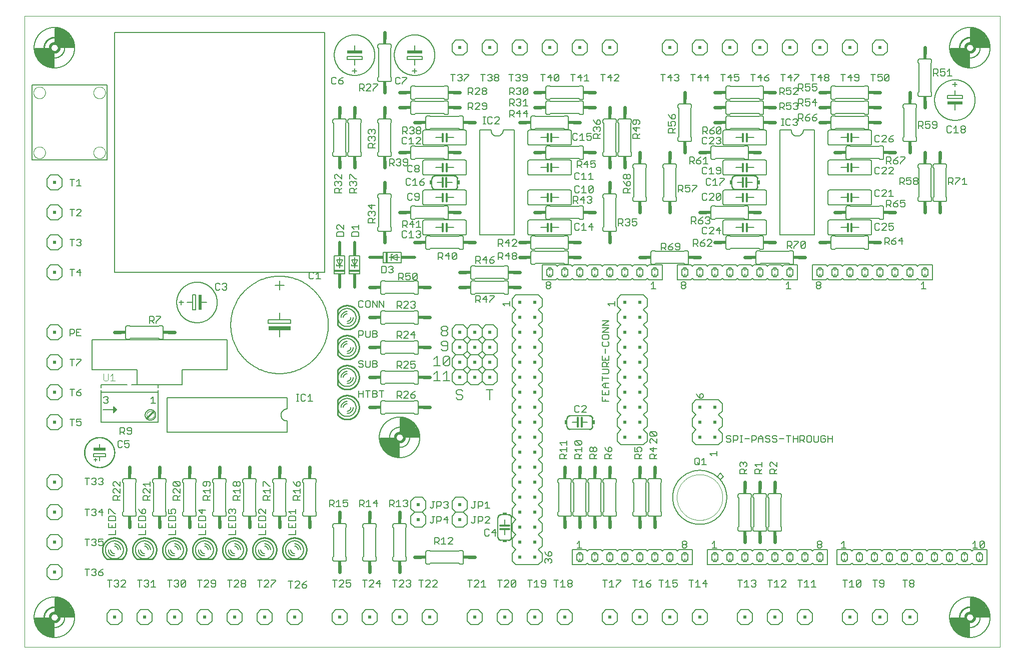
<source format=gbr>
G75*
%MOIN*%
%OFA0B0*%
%FSLAX25Y25*%
%IPPOS*%
%LPD*%
%AMOC8*
5,1,8,0,0,1.08239X$1,22.5*
%
%ADD10C,0.00000*%
%ADD11C,0.00600*%
%ADD12C,0.00500*%
%ADD13R,0.02000X0.02000*%
%ADD14R,0.01000X0.02000*%
%ADD15C,0.00980*%
%ADD16C,0.01800*%
%ADD17C,0.00800*%
%ADD18R,0.02000X0.10000*%
%ADD19C,0.01000*%
%ADD20C,0.02400*%
%ADD21R,0.02400X0.03400*%
%ADD22R,0.15000X0.02500*%
%ADD23C,0.00400*%
%ADD24R,0.03400X0.02400*%
%ADD25C,0.00060*%
%ADD26R,0.08000X0.02000*%
%ADD27C,0.01200*%
%ADD28R,0.10000X0.02000*%
%ADD29C,0.02000*%
%ADD30R,0.01500X0.07000*%
%ADD31R,0.05500X0.02000*%
%ADD32R,0.01500X0.03000*%
%ADD33R,0.03000X0.01500*%
%ADD34C,0.00200*%
%ADD35R,0.07000X0.01500*%
%ADD36R,0.02000X0.05500*%
D10*
X0001000Y0001000D02*
X0001000Y0422201D01*
X0650921Y0422201D01*
X0650921Y0001000D01*
X0001000Y0001000D01*
X0014504Y0021000D02*
X0014506Y0021161D01*
X0014512Y0021321D01*
X0014522Y0021482D01*
X0014536Y0021642D01*
X0014554Y0021801D01*
X0014575Y0021961D01*
X0014601Y0022119D01*
X0014631Y0022277D01*
X0014664Y0022434D01*
X0014702Y0022591D01*
X0014743Y0022746D01*
X0014788Y0022900D01*
X0014837Y0023053D01*
X0014890Y0023205D01*
X0014946Y0023355D01*
X0015006Y0023504D01*
X0015070Y0023652D01*
X0015137Y0023798D01*
X0015208Y0023942D01*
X0015283Y0024084D01*
X0015361Y0024225D01*
X0015442Y0024363D01*
X0015527Y0024500D01*
X0015616Y0024634D01*
X0015707Y0024766D01*
X0015802Y0024896D01*
X0015900Y0025023D01*
X0016001Y0025148D01*
X0016105Y0025271D01*
X0016212Y0025390D01*
X0016322Y0025507D01*
X0016435Y0025622D01*
X0016551Y0025733D01*
X0016669Y0025842D01*
X0016790Y0025947D01*
X0016914Y0026050D01*
X0017040Y0026150D01*
X0017169Y0026246D01*
X0017300Y0026339D01*
X0017433Y0026429D01*
X0017568Y0026516D01*
X0017706Y0026599D01*
X0017845Y0026678D01*
X0017987Y0026755D01*
X0018130Y0026828D01*
X0018275Y0026897D01*
X0018422Y0026962D01*
X0018570Y0027024D01*
X0018720Y0027083D01*
X0018871Y0027137D01*
X0019023Y0027188D01*
X0019177Y0027235D01*
X0019332Y0027278D01*
X0019487Y0027317D01*
X0019644Y0027353D01*
X0019802Y0027385D01*
X0019960Y0027412D01*
X0020119Y0027436D01*
X0020278Y0027456D01*
X0020438Y0027472D01*
X0020599Y0027484D01*
X0020759Y0027492D01*
X0020920Y0027496D01*
X0021080Y0027496D01*
X0021241Y0027492D01*
X0021401Y0027484D01*
X0021562Y0027472D01*
X0021722Y0027456D01*
X0021881Y0027436D01*
X0022040Y0027412D01*
X0022198Y0027385D01*
X0022356Y0027353D01*
X0022513Y0027317D01*
X0022668Y0027278D01*
X0022823Y0027235D01*
X0022977Y0027188D01*
X0023129Y0027137D01*
X0023280Y0027083D01*
X0023430Y0027024D01*
X0023578Y0026962D01*
X0023725Y0026897D01*
X0023870Y0026828D01*
X0024013Y0026755D01*
X0024155Y0026678D01*
X0024294Y0026599D01*
X0024432Y0026516D01*
X0024567Y0026429D01*
X0024700Y0026339D01*
X0024831Y0026246D01*
X0024960Y0026150D01*
X0025086Y0026050D01*
X0025210Y0025947D01*
X0025331Y0025842D01*
X0025449Y0025733D01*
X0025565Y0025622D01*
X0025678Y0025507D01*
X0025788Y0025390D01*
X0025895Y0025271D01*
X0025999Y0025148D01*
X0026100Y0025023D01*
X0026198Y0024896D01*
X0026293Y0024766D01*
X0026384Y0024634D01*
X0026473Y0024500D01*
X0026558Y0024363D01*
X0026639Y0024225D01*
X0026717Y0024084D01*
X0026792Y0023942D01*
X0026863Y0023798D01*
X0026930Y0023652D01*
X0026994Y0023504D01*
X0027054Y0023355D01*
X0027110Y0023205D01*
X0027163Y0023053D01*
X0027212Y0022900D01*
X0027257Y0022746D01*
X0027298Y0022591D01*
X0027336Y0022434D01*
X0027369Y0022277D01*
X0027399Y0022119D01*
X0027425Y0021961D01*
X0027446Y0021801D01*
X0027464Y0021642D01*
X0027478Y0021482D01*
X0027488Y0021321D01*
X0027494Y0021161D01*
X0027496Y0021000D01*
X0027494Y0020839D01*
X0027488Y0020679D01*
X0027478Y0020518D01*
X0027464Y0020358D01*
X0027446Y0020199D01*
X0027425Y0020039D01*
X0027399Y0019881D01*
X0027369Y0019723D01*
X0027336Y0019566D01*
X0027298Y0019409D01*
X0027257Y0019254D01*
X0027212Y0019100D01*
X0027163Y0018947D01*
X0027110Y0018795D01*
X0027054Y0018645D01*
X0026994Y0018496D01*
X0026930Y0018348D01*
X0026863Y0018202D01*
X0026792Y0018058D01*
X0026717Y0017916D01*
X0026639Y0017775D01*
X0026558Y0017637D01*
X0026473Y0017500D01*
X0026384Y0017366D01*
X0026293Y0017234D01*
X0026198Y0017104D01*
X0026100Y0016977D01*
X0025999Y0016852D01*
X0025895Y0016729D01*
X0025788Y0016610D01*
X0025678Y0016493D01*
X0025565Y0016378D01*
X0025449Y0016267D01*
X0025331Y0016158D01*
X0025210Y0016053D01*
X0025086Y0015950D01*
X0024960Y0015850D01*
X0024831Y0015754D01*
X0024700Y0015661D01*
X0024567Y0015571D01*
X0024432Y0015484D01*
X0024294Y0015401D01*
X0024155Y0015322D01*
X0024013Y0015245D01*
X0023870Y0015172D01*
X0023725Y0015103D01*
X0023578Y0015038D01*
X0023430Y0014976D01*
X0023280Y0014917D01*
X0023129Y0014863D01*
X0022977Y0014812D01*
X0022823Y0014765D01*
X0022668Y0014722D01*
X0022513Y0014683D01*
X0022356Y0014647D01*
X0022198Y0014615D01*
X0022040Y0014588D01*
X0021881Y0014564D01*
X0021722Y0014544D01*
X0021562Y0014528D01*
X0021401Y0014516D01*
X0021241Y0014508D01*
X0021080Y0014504D01*
X0020920Y0014504D01*
X0020759Y0014508D01*
X0020599Y0014516D01*
X0020438Y0014528D01*
X0020278Y0014544D01*
X0020119Y0014564D01*
X0019960Y0014588D01*
X0019802Y0014615D01*
X0019644Y0014647D01*
X0019487Y0014683D01*
X0019332Y0014722D01*
X0019177Y0014765D01*
X0019023Y0014812D01*
X0018871Y0014863D01*
X0018720Y0014917D01*
X0018570Y0014976D01*
X0018422Y0015038D01*
X0018275Y0015103D01*
X0018130Y0015172D01*
X0017987Y0015245D01*
X0017845Y0015322D01*
X0017706Y0015401D01*
X0017568Y0015484D01*
X0017433Y0015571D01*
X0017300Y0015661D01*
X0017169Y0015754D01*
X0017040Y0015850D01*
X0016914Y0015950D01*
X0016790Y0016053D01*
X0016669Y0016158D01*
X0016551Y0016267D01*
X0016435Y0016378D01*
X0016322Y0016493D01*
X0016212Y0016610D01*
X0016105Y0016729D01*
X0016001Y0016852D01*
X0015900Y0016977D01*
X0015802Y0017104D01*
X0015707Y0017234D01*
X0015616Y0017366D01*
X0015527Y0017500D01*
X0015442Y0017637D01*
X0015361Y0017775D01*
X0015283Y0017916D01*
X0015208Y0018058D01*
X0015137Y0018202D01*
X0015070Y0018348D01*
X0015006Y0018496D01*
X0014946Y0018645D01*
X0014890Y0018795D01*
X0014837Y0018947D01*
X0014788Y0019100D01*
X0014743Y0019254D01*
X0014702Y0019409D01*
X0014664Y0019566D01*
X0014631Y0019723D01*
X0014601Y0019881D01*
X0014575Y0020039D01*
X0014554Y0020199D01*
X0014536Y0020358D01*
X0014522Y0020518D01*
X0014512Y0020679D01*
X0014506Y0020839D01*
X0014504Y0021000D01*
X0007063Y0331000D02*
X0007065Y0331125D01*
X0007071Y0331250D01*
X0007081Y0331374D01*
X0007095Y0331498D01*
X0007112Y0331622D01*
X0007134Y0331745D01*
X0007160Y0331867D01*
X0007189Y0331989D01*
X0007222Y0332109D01*
X0007260Y0332228D01*
X0007300Y0332347D01*
X0007345Y0332463D01*
X0007393Y0332578D01*
X0007445Y0332692D01*
X0007501Y0332804D01*
X0007560Y0332914D01*
X0007622Y0333022D01*
X0007688Y0333129D01*
X0007757Y0333233D01*
X0007830Y0333334D01*
X0007905Y0333434D01*
X0007984Y0333531D01*
X0008066Y0333625D01*
X0008151Y0333717D01*
X0008238Y0333806D01*
X0008329Y0333892D01*
X0008422Y0333975D01*
X0008518Y0334056D01*
X0008616Y0334133D01*
X0008716Y0334207D01*
X0008819Y0334278D01*
X0008924Y0334345D01*
X0009032Y0334410D01*
X0009141Y0334470D01*
X0009252Y0334528D01*
X0009365Y0334581D01*
X0009479Y0334631D01*
X0009595Y0334678D01*
X0009712Y0334720D01*
X0009831Y0334759D01*
X0009951Y0334795D01*
X0010072Y0334826D01*
X0010194Y0334854D01*
X0010316Y0334877D01*
X0010440Y0334897D01*
X0010564Y0334913D01*
X0010688Y0334925D01*
X0010813Y0334933D01*
X0010938Y0334937D01*
X0011062Y0334937D01*
X0011187Y0334933D01*
X0011312Y0334925D01*
X0011436Y0334913D01*
X0011560Y0334897D01*
X0011684Y0334877D01*
X0011806Y0334854D01*
X0011928Y0334826D01*
X0012049Y0334795D01*
X0012169Y0334759D01*
X0012288Y0334720D01*
X0012405Y0334678D01*
X0012521Y0334631D01*
X0012635Y0334581D01*
X0012748Y0334528D01*
X0012859Y0334470D01*
X0012969Y0334410D01*
X0013076Y0334345D01*
X0013181Y0334278D01*
X0013284Y0334207D01*
X0013384Y0334133D01*
X0013482Y0334056D01*
X0013578Y0333975D01*
X0013671Y0333892D01*
X0013762Y0333806D01*
X0013849Y0333717D01*
X0013934Y0333625D01*
X0014016Y0333531D01*
X0014095Y0333434D01*
X0014170Y0333334D01*
X0014243Y0333233D01*
X0014312Y0333129D01*
X0014378Y0333022D01*
X0014440Y0332914D01*
X0014499Y0332804D01*
X0014555Y0332692D01*
X0014607Y0332578D01*
X0014655Y0332463D01*
X0014700Y0332347D01*
X0014740Y0332228D01*
X0014778Y0332109D01*
X0014811Y0331989D01*
X0014840Y0331867D01*
X0014866Y0331745D01*
X0014888Y0331622D01*
X0014905Y0331498D01*
X0014919Y0331374D01*
X0014929Y0331250D01*
X0014935Y0331125D01*
X0014937Y0331000D01*
X0014935Y0330875D01*
X0014929Y0330750D01*
X0014919Y0330626D01*
X0014905Y0330502D01*
X0014888Y0330378D01*
X0014866Y0330255D01*
X0014840Y0330133D01*
X0014811Y0330011D01*
X0014778Y0329891D01*
X0014740Y0329772D01*
X0014700Y0329653D01*
X0014655Y0329537D01*
X0014607Y0329422D01*
X0014555Y0329308D01*
X0014499Y0329196D01*
X0014440Y0329086D01*
X0014378Y0328978D01*
X0014312Y0328871D01*
X0014243Y0328767D01*
X0014170Y0328666D01*
X0014095Y0328566D01*
X0014016Y0328469D01*
X0013934Y0328375D01*
X0013849Y0328283D01*
X0013762Y0328194D01*
X0013671Y0328108D01*
X0013578Y0328025D01*
X0013482Y0327944D01*
X0013384Y0327867D01*
X0013284Y0327793D01*
X0013181Y0327722D01*
X0013076Y0327655D01*
X0012968Y0327590D01*
X0012859Y0327530D01*
X0012748Y0327472D01*
X0012635Y0327419D01*
X0012521Y0327369D01*
X0012405Y0327322D01*
X0012288Y0327280D01*
X0012169Y0327241D01*
X0012049Y0327205D01*
X0011928Y0327174D01*
X0011806Y0327146D01*
X0011684Y0327123D01*
X0011560Y0327103D01*
X0011436Y0327087D01*
X0011312Y0327075D01*
X0011187Y0327067D01*
X0011062Y0327063D01*
X0010938Y0327063D01*
X0010813Y0327067D01*
X0010688Y0327075D01*
X0010564Y0327087D01*
X0010440Y0327103D01*
X0010316Y0327123D01*
X0010194Y0327146D01*
X0010072Y0327174D01*
X0009951Y0327205D01*
X0009831Y0327241D01*
X0009712Y0327280D01*
X0009595Y0327322D01*
X0009479Y0327369D01*
X0009365Y0327419D01*
X0009252Y0327472D01*
X0009141Y0327530D01*
X0009031Y0327590D01*
X0008924Y0327655D01*
X0008819Y0327722D01*
X0008716Y0327793D01*
X0008616Y0327867D01*
X0008518Y0327944D01*
X0008422Y0328025D01*
X0008329Y0328108D01*
X0008238Y0328194D01*
X0008151Y0328283D01*
X0008066Y0328375D01*
X0007984Y0328469D01*
X0007905Y0328566D01*
X0007830Y0328666D01*
X0007757Y0328767D01*
X0007688Y0328871D01*
X0007622Y0328978D01*
X0007560Y0329086D01*
X0007501Y0329196D01*
X0007445Y0329308D01*
X0007393Y0329422D01*
X0007345Y0329537D01*
X0007300Y0329653D01*
X0007260Y0329772D01*
X0007222Y0329891D01*
X0007189Y0330011D01*
X0007160Y0330133D01*
X0007134Y0330255D01*
X0007112Y0330378D01*
X0007095Y0330502D01*
X0007081Y0330626D01*
X0007071Y0330750D01*
X0007065Y0330875D01*
X0007063Y0331000D01*
X0047063Y0331000D02*
X0047065Y0331125D01*
X0047071Y0331250D01*
X0047081Y0331374D01*
X0047095Y0331498D01*
X0047112Y0331622D01*
X0047134Y0331745D01*
X0047160Y0331867D01*
X0047189Y0331989D01*
X0047222Y0332109D01*
X0047260Y0332228D01*
X0047300Y0332347D01*
X0047345Y0332463D01*
X0047393Y0332578D01*
X0047445Y0332692D01*
X0047501Y0332804D01*
X0047560Y0332914D01*
X0047622Y0333022D01*
X0047688Y0333129D01*
X0047757Y0333233D01*
X0047830Y0333334D01*
X0047905Y0333434D01*
X0047984Y0333531D01*
X0048066Y0333625D01*
X0048151Y0333717D01*
X0048238Y0333806D01*
X0048329Y0333892D01*
X0048422Y0333975D01*
X0048518Y0334056D01*
X0048616Y0334133D01*
X0048716Y0334207D01*
X0048819Y0334278D01*
X0048924Y0334345D01*
X0049032Y0334410D01*
X0049141Y0334470D01*
X0049252Y0334528D01*
X0049365Y0334581D01*
X0049479Y0334631D01*
X0049595Y0334678D01*
X0049712Y0334720D01*
X0049831Y0334759D01*
X0049951Y0334795D01*
X0050072Y0334826D01*
X0050194Y0334854D01*
X0050316Y0334877D01*
X0050440Y0334897D01*
X0050564Y0334913D01*
X0050688Y0334925D01*
X0050813Y0334933D01*
X0050938Y0334937D01*
X0051062Y0334937D01*
X0051187Y0334933D01*
X0051312Y0334925D01*
X0051436Y0334913D01*
X0051560Y0334897D01*
X0051684Y0334877D01*
X0051806Y0334854D01*
X0051928Y0334826D01*
X0052049Y0334795D01*
X0052169Y0334759D01*
X0052288Y0334720D01*
X0052405Y0334678D01*
X0052521Y0334631D01*
X0052635Y0334581D01*
X0052748Y0334528D01*
X0052859Y0334470D01*
X0052969Y0334410D01*
X0053076Y0334345D01*
X0053181Y0334278D01*
X0053284Y0334207D01*
X0053384Y0334133D01*
X0053482Y0334056D01*
X0053578Y0333975D01*
X0053671Y0333892D01*
X0053762Y0333806D01*
X0053849Y0333717D01*
X0053934Y0333625D01*
X0054016Y0333531D01*
X0054095Y0333434D01*
X0054170Y0333334D01*
X0054243Y0333233D01*
X0054312Y0333129D01*
X0054378Y0333022D01*
X0054440Y0332914D01*
X0054499Y0332804D01*
X0054555Y0332692D01*
X0054607Y0332578D01*
X0054655Y0332463D01*
X0054700Y0332347D01*
X0054740Y0332228D01*
X0054778Y0332109D01*
X0054811Y0331989D01*
X0054840Y0331867D01*
X0054866Y0331745D01*
X0054888Y0331622D01*
X0054905Y0331498D01*
X0054919Y0331374D01*
X0054929Y0331250D01*
X0054935Y0331125D01*
X0054937Y0331000D01*
X0054935Y0330875D01*
X0054929Y0330750D01*
X0054919Y0330626D01*
X0054905Y0330502D01*
X0054888Y0330378D01*
X0054866Y0330255D01*
X0054840Y0330133D01*
X0054811Y0330011D01*
X0054778Y0329891D01*
X0054740Y0329772D01*
X0054700Y0329653D01*
X0054655Y0329537D01*
X0054607Y0329422D01*
X0054555Y0329308D01*
X0054499Y0329196D01*
X0054440Y0329086D01*
X0054378Y0328978D01*
X0054312Y0328871D01*
X0054243Y0328767D01*
X0054170Y0328666D01*
X0054095Y0328566D01*
X0054016Y0328469D01*
X0053934Y0328375D01*
X0053849Y0328283D01*
X0053762Y0328194D01*
X0053671Y0328108D01*
X0053578Y0328025D01*
X0053482Y0327944D01*
X0053384Y0327867D01*
X0053284Y0327793D01*
X0053181Y0327722D01*
X0053076Y0327655D01*
X0052968Y0327590D01*
X0052859Y0327530D01*
X0052748Y0327472D01*
X0052635Y0327419D01*
X0052521Y0327369D01*
X0052405Y0327322D01*
X0052288Y0327280D01*
X0052169Y0327241D01*
X0052049Y0327205D01*
X0051928Y0327174D01*
X0051806Y0327146D01*
X0051684Y0327123D01*
X0051560Y0327103D01*
X0051436Y0327087D01*
X0051312Y0327075D01*
X0051187Y0327067D01*
X0051062Y0327063D01*
X0050938Y0327063D01*
X0050813Y0327067D01*
X0050688Y0327075D01*
X0050564Y0327087D01*
X0050440Y0327103D01*
X0050316Y0327123D01*
X0050194Y0327146D01*
X0050072Y0327174D01*
X0049951Y0327205D01*
X0049831Y0327241D01*
X0049712Y0327280D01*
X0049595Y0327322D01*
X0049479Y0327369D01*
X0049365Y0327419D01*
X0049252Y0327472D01*
X0049141Y0327530D01*
X0049031Y0327590D01*
X0048924Y0327655D01*
X0048819Y0327722D01*
X0048716Y0327793D01*
X0048616Y0327867D01*
X0048518Y0327944D01*
X0048422Y0328025D01*
X0048329Y0328108D01*
X0048238Y0328194D01*
X0048151Y0328283D01*
X0048066Y0328375D01*
X0047984Y0328469D01*
X0047905Y0328566D01*
X0047830Y0328666D01*
X0047757Y0328767D01*
X0047688Y0328871D01*
X0047622Y0328978D01*
X0047560Y0329086D01*
X0047501Y0329196D01*
X0047445Y0329308D01*
X0047393Y0329422D01*
X0047345Y0329537D01*
X0047300Y0329653D01*
X0047260Y0329772D01*
X0047222Y0329891D01*
X0047189Y0330011D01*
X0047160Y0330133D01*
X0047134Y0330255D01*
X0047112Y0330378D01*
X0047095Y0330502D01*
X0047081Y0330626D01*
X0047071Y0330750D01*
X0047065Y0330875D01*
X0047063Y0331000D01*
X0047063Y0371000D02*
X0047065Y0371125D01*
X0047071Y0371250D01*
X0047081Y0371374D01*
X0047095Y0371498D01*
X0047112Y0371622D01*
X0047134Y0371745D01*
X0047160Y0371867D01*
X0047189Y0371989D01*
X0047222Y0372109D01*
X0047260Y0372228D01*
X0047300Y0372347D01*
X0047345Y0372463D01*
X0047393Y0372578D01*
X0047445Y0372692D01*
X0047501Y0372804D01*
X0047560Y0372914D01*
X0047622Y0373022D01*
X0047688Y0373129D01*
X0047757Y0373233D01*
X0047830Y0373334D01*
X0047905Y0373434D01*
X0047984Y0373531D01*
X0048066Y0373625D01*
X0048151Y0373717D01*
X0048238Y0373806D01*
X0048329Y0373892D01*
X0048422Y0373975D01*
X0048518Y0374056D01*
X0048616Y0374133D01*
X0048716Y0374207D01*
X0048819Y0374278D01*
X0048924Y0374345D01*
X0049032Y0374410D01*
X0049141Y0374470D01*
X0049252Y0374528D01*
X0049365Y0374581D01*
X0049479Y0374631D01*
X0049595Y0374678D01*
X0049712Y0374720D01*
X0049831Y0374759D01*
X0049951Y0374795D01*
X0050072Y0374826D01*
X0050194Y0374854D01*
X0050316Y0374877D01*
X0050440Y0374897D01*
X0050564Y0374913D01*
X0050688Y0374925D01*
X0050813Y0374933D01*
X0050938Y0374937D01*
X0051062Y0374937D01*
X0051187Y0374933D01*
X0051312Y0374925D01*
X0051436Y0374913D01*
X0051560Y0374897D01*
X0051684Y0374877D01*
X0051806Y0374854D01*
X0051928Y0374826D01*
X0052049Y0374795D01*
X0052169Y0374759D01*
X0052288Y0374720D01*
X0052405Y0374678D01*
X0052521Y0374631D01*
X0052635Y0374581D01*
X0052748Y0374528D01*
X0052859Y0374470D01*
X0052969Y0374410D01*
X0053076Y0374345D01*
X0053181Y0374278D01*
X0053284Y0374207D01*
X0053384Y0374133D01*
X0053482Y0374056D01*
X0053578Y0373975D01*
X0053671Y0373892D01*
X0053762Y0373806D01*
X0053849Y0373717D01*
X0053934Y0373625D01*
X0054016Y0373531D01*
X0054095Y0373434D01*
X0054170Y0373334D01*
X0054243Y0373233D01*
X0054312Y0373129D01*
X0054378Y0373022D01*
X0054440Y0372914D01*
X0054499Y0372804D01*
X0054555Y0372692D01*
X0054607Y0372578D01*
X0054655Y0372463D01*
X0054700Y0372347D01*
X0054740Y0372228D01*
X0054778Y0372109D01*
X0054811Y0371989D01*
X0054840Y0371867D01*
X0054866Y0371745D01*
X0054888Y0371622D01*
X0054905Y0371498D01*
X0054919Y0371374D01*
X0054929Y0371250D01*
X0054935Y0371125D01*
X0054937Y0371000D01*
X0054935Y0370875D01*
X0054929Y0370750D01*
X0054919Y0370626D01*
X0054905Y0370502D01*
X0054888Y0370378D01*
X0054866Y0370255D01*
X0054840Y0370133D01*
X0054811Y0370011D01*
X0054778Y0369891D01*
X0054740Y0369772D01*
X0054700Y0369653D01*
X0054655Y0369537D01*
X0054607Y0369422D01*
X0054555Y0369308D01*
X0054499Y0369196D01*
X0054440Y0369086D01*
X0054378Y0368978D01*
X0054312Y0368871D01*
X0054243Y0368767D01*
X0054170Y0368666D01*
X0054095Y0368566D01*
X0054016Y0368469D01*
X0053934Y0368375D01*
X0053849Y0368283D01*
X0053762Y0368194D01*
X0053671Y0368108D01*
X0053578Y0368025D01*
X0053482Y0367944D01*
X0053384Y0367867D01*
X0053284Y0367793D01*
X0053181Y0367722D01*
X0053076Y0367655D01*
X0052968Y0367590D01*
X0052859Y0367530D01*
X0052748Y0367472D01*
X0052635Y0367419D01*
X0052521Y0367369D01*
X0052405Y0367322D01*
X0052288Y0367280D01*
X0052169Y0367241D01*
X0052049Y0367205D01*
X0051928Y0367174D01*
X0051806Y0367146D01*
X0051684Y0367123D01*
X0051560Y0367103D01*
X0051436Y0367087D01*
X0051312Y0367075D01*
X0051187Y0367067D01*
X0051062Y0367063D01*
X0050938Y0367063D01*
X0050813Y0367067D01*
X0050688Y0367075D01*
X0050564Y0367087D01*
X0050440Y0367103D01*
X0050316Y0367123D01*
X0050194Y0367146D01*
X0050072Y0367174D01*
X0049951Y0367205D01*
X0049831Y0367241D01*
X0049712Y0367280D01*
X0049595Y0367322D01*
X0049479Y0367369D01*
X0049365Y0367419D01*
X0049252Y0367472D01*
X0049141Y0367530D01*
X0049031Y0367590D01*
X0048924Y0367655D01*
X0048819Y0367722D01*
X0048716Y0367793D01*
X0048616Y0367867D01*
X0048518Y0367944D01*
X0048422Y0368025D01*
X0048329Y0368108D01*
X0048238Y0368194D01*
X0048151Y0368283D01*
X0048066Y0368375D01*
X0047984Y0368469D01*
X0047905Y0368566D01*
X0047830Y0368666D01*
X0047757Y0368767D01*
X0047688Y0368871D01*
X0047622Y0368978D01*
X0047560Y0369086D01*
X0047501Y0369196D01*
X0047445Y0369308D01*
X0047393Y0369422D01*
X0047345Y0369537D01*
X0047300Y0369653D01*
X0047260Y0369772D01*
X0047222Y0369891D01*
X0047189Y0370011D01*
X0047160Y0370133D01*
X0047134Y0370255D01*
X0047112Y0370378D01*
X0047095Y0370502D01*
X0047081Y0370626D01*
X0047071Y0370750D01*
X0047065Y0370875D01*
X0047063Y0371000D01*
X0007063Y0371000D02*
X0007065Y0371125D01*
X0007071Y0371250D01*
X0007081Y0371374D01*
X0007095Y0371498D01*
X0007112Y0371622D01*
X0007134Y0371745D01*
X0007160Y0371867D01*
X0007189Y0371989D01*
X0007222Y0372109D01*
X0007260Y0372228D01*
X0007300Y0372347D01*
X0007345Y0372463D01*
X0007393Y0372578D01*
X0007445Y0372692D01*
X0007501Y0372804D01*
X0007560Y0372914D01*
X0007622Y0373022D01*
X0007688Y0373129D01*
X0007757Y0373233D01*
X0007830Y0373334D01*
X0007905Y0373434D01*
X0007984Y0373531D01*
X0008066Y0373625D01*
X0008151Y0373717D01*
X0008238Y0373806D01*
X0008329Y0373892D01*
X0008422Y0373975D01*
X0008518Y0374056D01*
X0008616Y0374133D01*
X0008716Y0374207D01*
X0008819Y0374278D01*
X0008924Y0374345D01*
X0009032Y0374410D01*
X0009141Y0374470D01*
X0009252Y0374528D01*
X0009365Y0374581D01*
X0009479Y0374631D01*
X0009595Y0374678D01*
X0009712Y0374720D01*
X0009831Y0374759D01*
X0009951Y0374795D01*
X0010072Y0374826D01*
X0010194Y0374854D01*
X0010316Y0374877D01*
X0010440Y0374897D01*
X0010564Y0374913D01*
X0010688Y0374925D01*
X0010813Y0374933D01*
X0010938Y0374937D01*
X0011062Y0374937D01*
X0011187Y0374933D01*
X0011312Y0374925D01*
X0011436Y0374913D01*
X0011560Y0374897D01*
X0011684Y0374877D01*
X0011806Y0374854D01*
X0011928Y0374826D01*
X0012049Y0374795D01*
X0012169Y0374759D01*
X0012288Y0374720D01*
X0012405Y0374678D01*
X0012521Y0374631D01*
X0012635Y0374581D01*
X0012748Y0374528D01*
X0012859Y0374470D01*
X0012969Y0374410D01*
X0013076Y0374345D01*
X0013181Y0374278D01*
X0013284Y0374207D01*
X0013384Y0374133D01*
X0013482Y0374056D01*
X0013578Y0373975D01*
X0013671Y0373892D01*
X0013762Y0373806D01*
X0013849Y0373717D01*
X0013934Y0373625D01*
X0014016Y0373531D01*
X0014095Y0373434D01*
X0014170Y0373334D01*
X0014243Y0373233D01*
X0014312Y0373129D01*
X0014378Y0373022D01*
X0014440Y0372914D01*
X0014499Y0372804D01*
X0014555Y0372692D01*
X0014607Y0372578D01*
X0014655Y0372463D01*
X0014700Y0372347D01*
X0014740Y0372228D01*
X0014778Y0372109D01*
X0014811Y0371989D01*
X0014840Y0371867D01*
X0014866Y0371745D01*
X0014888Y0371622D01*
X0014905Y0371498D01*
X0014919Y0371374D01*
X0014929Y0371250D01*
X0014935Y0371125D01*
X0014937Y0371000D01*
X0014935Y0370875D01*
X0014929Y0370750D01*
X0014919Y0370626D01*
X0014905Y0370502D01*
X0014888Y0370378D01*
X0014866Y0370255D01*
X0014840Y0370133D01*
X0014811Y0370011D01*
X0014778Y0369891D01*
X0014740Y0369772D01*
X0014700Y0369653D01*
X0014655Y0369537D01*
X0014607Y0369422D01*
X0014555Y0369308D01*
X0014499Y0369196D01*
X0014440Y0369086D01*
X0014378Y0368978D01*
X0014312Y0368871D01*
X0014243Y0368767D01*
X0014170Y0368666D01*
X0014095Y0368566D01*
X0014016Y0368469D01*
X0013934Y0368375D01*
X0013849Y0368283D01*
X0013762Y0368194D01*
X0013671Y0368108D01*
X0013578Y0368025D01*
X0013482Y0367944D01*
X0013384Y0367867D01*
X0013284Y0367793D01*
X0013181Y0367722D01*
X0013076Y0367655D01*
X0012968Y0367590D01*
X0012859Y0367530D01*
X0012748Y0367472D01*
X0012635Y0367419D01*
X0012521Y0367369D01*
X0012405Y0367322D01*
X0012288Y0367280D01*
X0012169Y0367241D01*
X0012049Y0367205D01*
X0011928Y0367174D01*
X0011806Y0367146D01*
X0011684Y0367123D01*
X0011560Y0367103D01*
X0011436Y0367087D01*
X0011312Y0367075D01*
X0011187Y0367067D01*
X0011062Y0367063D01*
X0010938Y0367063D01*
X0010813Y0367067D01*
X0010688Y0367075D01*
X0010564Y0367087D01*
X0010440Y0367103D01*
X0010316Y0367123D01*
X0010194Y0367146D01*
X0010072Y0367174D01*
X0009951Y0367205D01*
X0009831Y0367241D01*
X0009712Y0367280D01*
X0009595Y0367322D01*
X0009479Y0367369D01*
X0009365Y0367419D01*
X0009252Y0367472D01*
X0009141Y0367530D01*
X0009031Y0367590D01*
X0008924Y0367655D01*
X0008819Y0367722D01*
X0008716Y0367793D01*
X0008616Y0367867D01*
X0008518Y0367944D01*
X0008422Y0368025D01*
X0008329Y0368108D01*
X0008238Y0368194D01*
X0008151Y0368283D01*
X0008066Y0368375D01*
X0007984Y0368469D01*
X0007905Y0368566D01*
X0007830Y0368666D01*
X0007757Y0368767D01*
X0007688Y0368871D01*
X0007622Y0368978D01*
X0007560Y0369086D01*
X0007501Y0369196D01*
X0007445Y0369308D01*
X0007393Y0369422D01*
X0007345Y0369537D01*
X0007300Y0369653D01*
X0007260Y0369772D01*
X0007222Y0369891D01*
X0007189Y0370011D01*
X0007160Y0370133D01*
X0007134Y0370255D01*
X0007112Y0370378D01*
X0007095Y0370502D01*
X0007081Y0370626D01*
X0007071Y0370750D01*
X0007065Y0370875D01*
X0007063Y0371000D01*
X0014504Y0401000D02*
X0014506Y0401161D01*
X0014512Y0401321D01*
X0014522Y0401482D01*
X0014536Y0401642D01*
X0014554Y0401801D01*
X0014575Y0401961D01*
X0014601Y0402119D01*
X0014631Y0402277D01*
X0014664Y0402434D01*
X0014702Y0402591D01*
X0014743Y0402746D01*
X0014788Y0402900D01*
X0014837Y0403053D01*
X0014890Y0403205D01*
X0014946Y0403355D01*
X0015006Y0403504D01*
X0015070Y0403652D01*
X0015137Y0403798D01*
X0015208Y0403942D01*
X0015283Y0404084D01*
X0015361Y0404225D01*
X0015442Y0404363D01*
X0015527Y0404500D01*
X0015616Y0404634D01*
X0015707Y0404766D01*
X0015802Y0404896D01*
X0015900Y0405023D01*
X0016001Y0405148D01*
X0016105Y0405271D01*
X0016212Y0405390D01*
X0016322Y0405507D01*
X0016435Y0405622D01*
X0016551Y0405733D01*
X0016669Y0405842D01*
X0016790Y0405947D01*
X0016914Y0406050D01*
X0017040Y0406150D01*
X0017169Y0406246D01*
X0017300Y0406339D01*
X0017433Y0406429D01*
X0017568Y0406516D01*
X0017706Y0406599D01*
X0017845Y0406678D01*
X0017987Y0406755D01*
X0018130Y0406828D01*
X0018275Y0406897D01*
X0018422Y0406962D01*
X0018570Y0407024D01*
X0018720Y0407083D01*
X0018871Y0407137D01*
X0019023Y0407188D01*
X0019177Y0407235D01*
X0019332Y0407278D01*
X0019487Y0407317D01*
X0019644Y0407353D01*
X0019802Y0407385D01*
X0019960Y0407412D01*
X0020119Y0407436D01*
X0020278Y0407456D01*
X0020438Y0407472D01*
X0020599Y0407484D01*
X0020759Y0407492D01*
X0020920Y0407496D01*
X0021080Y0407496D01*
X0021241Y0407492D01*
X0021401Y0407484D01*
X0021562Y0407472D01*
X0021722Y0407456D01*
X0021881Y0407436D01*
X0022040Y0407412D01*
X0022198Y0407385D01*
X0022356Y0407353D01*
X0022513Y0407317D01*
X0022668Y0407278D01*
X0022823Y0407235D01*
X0022977Y0407188D01*
X0023129Y0407137D01*
X0023280Y0407083D01*
X0023430Y0407024D01*
X0023578Y0406962D01*
X0023725Y0406897D01*
X0023870Y0406828D01*
X0024013Y0406755D01*
X0024155Y0406678D01*
X0024294Y0406599D01*
X0024432Y0406516D01*
X0024567Y0406429D01*
X0024700Y0406339D01*
X0024831Y0406246D01*
X0024960Y0406150D01*
X0025086Y0406050D01*
X0025210Y0405947D01*
X0025331Y0405842D01*
X0025449Y0405733D01*
X0025565Y0405622D01*
X0025678Y0405507D01*
X0025788Y0405390D01*
X0025895Y0405271D01*
X0025999Y0405148D01*
X0026100Y0405023D01*
X0026198Y0404896D01*
X0026293Y0404766D01*
X0026384Y0404634D01*
X0026473Y0404500D01*
X0026558Y0404363D01*
X0026639Y0404225D01*
X0026717Y0404084D01*
X0026792Y0403942D01*
X0026863Y0403798D01*
X0026930Y0403652D01*
X0026994Y0403504D01*
X0027054Y0403355D01*
X0027110Y0403205D01*
X0027163Y0403053D01*
X0027212Y0402900D01*
X0027257Y0402746D01*
X0027298Y0402591D01*
X0027336Y0402434D01*
X0027369Y0402277D01*
X0027399Y0402119D01*
X0027425Y0401961D01*
X0027446Y0401801D01*
X0027464Y0401642D01*
X0027478Y0401482D01*
X0027488Y0401321D01*
X0027494Y0401161D01*
X0027496Y0401000D01*
X0027494Y0400839D01*
X0027488Y0400679D01*
X0027478Y0400518D01*
X0027464Y0400358D01*
X0027446Y0400199D01*
X0027425Y0400039D01*
X0027399Y0399881D01*
X0027369Y0399723D01*
X0027336Y0399566D01*
X0027298Y0399409D01*
X0027257Y0399254D01*
X0027212Y0399100D01*
X0027163Y0398947D01*
X0027110Y0398795D01*
X0027054Y0398645D01*
X0026994Y0398496D01*
X0026930Y0398348D01*
X0026863Y0398202D01*
X0026792Y0398058D01*
X0026717Y0397916D01*
X0026639Y0397775D01*
X0026558Y0397637D01*
X0026473Y0397500D01*
X0026384Y0397366D01*
X0026293Y0397234D01*
X0026198Y0397104D01*
X0026100Y0396977D01*
X0025999Y0396852D01*
X0025895Y0396729D01*
X0025788Y0396610D01*
X0025678Y0396493D01*
X0025565Y0396378D01*
X0025449Y0396267D01*
X0025331Y0396158D01*
X0025210Y0396053D01*
X0025086Y0395950D01*
X0024960Y0395850D01*
X0024831Y0395754D01*
X0024700Y0395661D01*
X0024567Y0395571D01*
X0024432Y0395484D01*
X0024294Y0395401D01*
X0024155Y0395322D01*
X0024013Y0395245D01*
X0023870Y0395172D01*
X0023725Y0395103D01*
X0023578Y0395038D01*
X0023430Y0394976D01*
X0023280Y0394917D01*
X0023129Y0394863D01*
X0022977Y0394812D01*
X0022823Y0394765D01*
X0022668Y0394722D01*
X0022513Y0394683D01*
X0022356Y0394647D01*
X0022198Y0394615D01*
X0022040Y0394588D01*
X0021881Y0394564D01*
X0021722Y0394544D01*
X0021562Y0394528D01*
X0021401Y0394516D01*
X0021241Y0394508D01*
X0021080Y0394504D01*
X0020920Y0394504D01*
X0020759Y0394508D01*
X0020599Y0394516D01*
X0020438Y0394528D01*
X0020278Y0394544D01*
X0020119Y0394564D01*
X0019960Y0394588D01*
X0019802Y0394615D01*
X0019644Y0394647D01*
X0019487Y0394683D01*
X0019332Y0394722D01*
X0019177Y0394765D01*
X0019023Y0394812D01*
X0018871Y0394863D01*
X0018720Y0394917D01*
X0018570Y0394976D01*
X0018422Y0395038D01*
X0018275Y0395103D01*
X0018130Y0395172D01*
X0017987Y0395245D01*
X0017845Y0395322D01*
X0017706Y0395401D01*
X0017568Y0395484D01*
X0017433Y0395571D01*
X0017300Y0395661D01*
X0017169Y0395754D01*
X0017040Y0395850D01*
X0016914Y0395950D01*
X0016790Y0396053D01*
X0016669Y0396158D01*
X0016551Y0396267D01*
X0016435Y0396378D01*
X0016322Y0396493D01*
X0016212Y0396610D01*
X0016105Y0396729D01*
X0016001Y0396852D01*
X0015900Y0396977D01*
X0015802Y0397104D01*
X0015707Y0397234D01*
X0015616Y0397366D01*
X0015527Y0397500D01*
X0015442Y0397637D01*
X0015361Y0397775D01*
X0015283Y0397916D01*
X0015208Y0398058D01*
X0015137Y0398202D01*
X0015070Y0398348D01*
X0015006Y0398496D01*
X0014946Y0398645D01*
X0014890Y0398795D01*
X0014837Y0398947D01*
X0014788Y0399100D01*
X0014743Y0399254D01*
X0014702Y0399409D01*
X0014664Y0399566D01*
X0014631Y0399723D01*
X0014601Y0399881D01*
X0014575Y0400039D01*
X0014554Y0400199D01*
X0014536Y0400358D01*
X0014522Y0400518D01*
X0014512Y0400679D01*
X0014506Y0400839D01*
X0014504Y0401000D01*
X0624504Y0401000D02*
X0624506Y0401161D01*
X0624512Y0401321D01*
X0624522Y0401482D01*
X0624536Y0401642D01*
X0624554Y0401801D01*
X0624575Y0401961D01*
X0624601Y0402119D01*
X0624631Y0402277D01*
X0624664Y0402434D01*
X0624702Y0402591D01*
X0624743Y0402746D01*
X0624788Y0402900D01*
X0624837Y0403053D01*
X0624890Y0403205D01*
X0624946Y0403355D01*
X0625006Y0403504D01*
X0625070Y0403652D01*
X0625137Y0403798D01*
X0625208Y0403942D01*
X0625283Y0404084D01*
X0625361Y0404225D01*
X0625442Y0404363D01*
X0625527Y0404500D01*
X0625616Y0404634D01*
X0625707Y0404766D01*
X0625802Y0404896D01*
X0625900Y0405023D01*
X0626001Y0405148D01*
X0626105Y0405271D01*
X0626212Y0405390D01*
X0626322Y0405507D01*
X0626435Y0405622D01*
X0626551Y0405733D01*
X0626669Y0405842D01*
X0626790Y0405947D01*
X0626914Y0406050D01*
X0627040Y0406150D01*
X0627169Y0406246D01*
X0627300Y0406339D01*
X0627433Y0406429D01*
X0627568Y0406516D01*
X0627706Y0406599D01*
X0627845Y0406678D01*
X0627987Y0406755D01*
X0628130Y0406828D01*
X0628275Y0406897D01*
X0628422Y0406962D01*
X0628570Y0407024D01*
X0628720Y0407083D01*
X0628871Y0407137D01*
X0629023Y0407188D01*
X0629177Y0407235D01*
X0629332Y0407278D01*
X0629487Y0407317D01*
X0629644Y0407353D01*
X0629802Y0407385D01*
X0629960Y0407412D01*
X0630119Y0407436D01*
X0630278Y0407456D01*
X0630438Y0407472D01*
X0630599Y0407484D01*
X0630759Y0407492D01*
X0630920Y0407496D01*
X0631080Y0407496D01*
X0631241Y0407492D01*
X0631401Y0407484D01*
X0631562Y0407472D01*
X0631722Y0407456D01*
X0631881Y0407436D01*
X0632040Y0407412D01*
X0632198Y0407385D01*
X0632356Y0407353D01*
X0632513Y0407317D01*
X0632668Y0407278D01*
X0632823Y0407235D01*
X0632977Y0407188D01*
X0633129Y0407137D01*
X0633280Y0407083D01*
X0633430Y0407024D01*
X0633578Y0406962D01*
X0633725Y0406897D01*
X0633870Y0406828D01*
X0634013Y0406755D01*
X0634155Y0406678D01*
X0634294Y0406599D01*
X0634432Y0406516D01*
X0634567Y0406429D01*
X0634700Y0406339D01*
X0634831Y0406246D01*
X0634960Y0406150D01*
X0635086Y0406050D01*
X0635210Y0405947D01*
X0635331Y0405842D01*
X0635449Y0405733D01*
X0635565Y0405622D01*
X0635678Y0405507D01*
X0635788Y0405390D01*
X0635895Y0405271D01*
X0635999Y0405148D01*
X0636100Y0405023D01*
X0636198Y0404896D01*
X0636293Y0404766D01*
X0636384Y0404634D01*
X0636473Y0404500D01*
X0636558Y0404363D01*
X0636639Y0404225D01*
X0636717Y0404084D01*
X0636792Y0403942D01*
X0636863Y0403798D01*
X0636930Y0403652D01*
X0636994Y0403504D01*
X0637054Y0403355D01*
X0637110Y0403205D01*
X0637163Y0403053D01*
X0637212Y0402900D01*
X0637257Y0402746D01*
X0637298Y0402591D01*
X0637336Y0402434D01*
X0637369Y0402277D01*
X0637399Y0402119D01*
X0637425Y0401961D01*
X0637446Y0401801D01*
X0637464Y0401642D01*
X0637478Y0401482D01*
X0637488Y0401321D01*
X0637494Y0401161D01*
X0637496Y0401000D01*
X0637494Y0400839D01*
X0637488Y0400679D01*
X0637478Y0400518D01*
X0637464Y0400358D01*
X0637446Y0400199D01*
X0637425Y0400039D01*
X0637399Y0399881D01*
X0637369Y0399723D01*
X0637336Y0399566D01*
X0637298Y0399409D01*
X0637257Y0399254D01*
X0637212Y0399100D01*
X0637163Y0398947D01*
X0637110Y0398795D01*
X0637054Y0398645D01*
X0636994Y0398496D01*
X0636930Y0398348D01*
X0636863Y0398202D01*
X0636792Y0398058D01*
X0636717Y0397916D01*
X0636639Y0397775D01*
X0636558Y0397637D01*
X0636473Y0397500D01*
X0636384Y0397366D01*
X0636293Y0397234D01*
X0636198Y0397104D01*
X0636100Y0396977D01*
X0635999Y0396852D01*
X0635895Y0396729D01*
X0635788Y0396610D01*
X0635678Y0396493D01*
X0635565Y0396378D01*
X0635449Y0396267D01*
X0635331Y0396158D01*
X0635210Y0396053D01*
X0635086Y0395950D01*
X0634960Y0395850D01*
X0634831Y0395754D01*
X0634700Y0395661D01*
X0634567Y0395571D01*
X0634432Y0395484D01*
X0634294Y0395401D01*
X0634155Y0395322D01*
X0634013Y0395245D01*
X0633870Y0395172D01*
X0633725Y0395103D01*
X0633578Y0395038D01*
X0633430Y0394976D01*
X0633280Y0394917D01*
X0633129Y0394863D01*
X0632977Y0394812D01*
X0632823Y0394765D01*
X0632668Y0394722D01*
X0632513Y0394683D01*
X0632356Y0394647D01*
X0632198Y0394615D01*
X0632040Y0394588D01*
X0631881Y0394564D01*
X0631722Y0394544D01*
X0631562Y0394528D01*
X0631401Y0394516D01*
X0631241Y0394508D01*
X0631080Y0394504D01*
X0630920Y0394504D01*
X0630759Y0394508D01*
X0630599Y0394516D01*
X0630438Y0394528D01*
X0630278Y0394544D01*
X0630119Y0394564D01*
X0629960Y0394588D01*
X0629802Y0394615D01*
X0629644Y0394647D01*
X0629487Y0394683D01*
X0629332Y0394722D01*
X0629177Y0394765D01*
X0629023Y0394812D01*
X0628871Y0394863D01*
X0628720Y0394917D01*
X0628570Y0394976D01*
X0628422Y0395038D01*
X0628275Y0395103D01*
X0628130Y0395172D01*
X0627987Y0395245D01*
X0627845Y0395322D01*
X0627706Y0395401D01*
X0627568Y0395484D01*
X0627433Y0395571D01*
X0627300Y0395661D01*
X0627169Y0395754D01*
X0627040Y0395850D01*
X0626914Y0395950D01*
X0626790Y0396053D01*
X0626669Y0396158D01*
X0626551Y0396267D01*
X0626435Y0396378D01*
X0626322Y0396493D01*
X0626212Y0396610D01*
X0626105Y0396729D01*
X0626001Y0396852D01*
X0625900Y0396977D01*
X0625802Y0397104D01*
X0625707Y0397234D01*
X0625616Y0397366D01*
X0625527Y0397500D01*
X0625442Y0397637D01*
X0625361Y0397775D01*
X0625283Y0397916D01*
X0625208Y0398058D01*
X0625137Y0398202D01*
X0625070Y0398348D01*
X0625006Y0398496D01*
X0624946Y0398645D01*
X0624890Y0398795D01*
X0624837Y0398947D01*
X0624788Y0399100D01*
X0624743Y0399254D01*
X0624702Y0399409D01*
X0624664Y0399566D01*
X0624631Y0399723D01*
X0624601Y0399881D01*
X0624575Y0400039D01*
X0624554Y0400199D01*
X0624536Y0400358D01*
X0624522Y0400518D01*
X0624512Y0400679D01*
X0624506Y0400839D01*
X0624504Y0401000D01*
X0624504Y0021000D02*
X0624506Y0021161D01*
X0624512Y0021321D01*
X0624522Y0021482D01*
X0624536Y0021642D01*
X0624554Y0021801D01*
X0624575Y0021961D01*
X0624601Y0022119D01*
X0624631Y0022277D01*
X0624664Y0022434D01*
X0624702Y0022591D01*
X0624743Y0022746D01*
X0624788Y0022900D01*
X0624837Y0023053D01*
X0624890Y0023205D01*
X0624946Y0023355D01*
X0625006Y0023504D01*
X0625070Y0023652D01*
X0625137Y0023798D01*
X0625208Y0023942D01*
X0625283Y0024084D01*
X0625361Y0024225D01*
X0625442Y0024363D01*
X0625527Y0024500D01*
X0625616Y0024634D01*
X0625707Y0024766D01*
X0625802Y0024896D01*
X0625900Y0025023D01*
X0626001Y0025148D01*
X0626105Y0025271D01*
X0626212Y0025390D01*
X0626322Y0025507D01*
X0626435Y0025622D01*
X0626551Y0025733D01*
X0626669Y0025842D01*
X0626790Y0025947D01*
X0626914Y0026050D01*
X0627040Y0026150D01*
X0627169Y0026246D01*
X0627300Y0026339D01*
X0627433Y0026429D01*
X0627568Y0026516D01*
X0627706Y0026599D01*
X0627845Y0026678D01*
X0627987Y0026755D01*
X0628130Y0026828D01*
X0628275Y0026897D01*
X0628422Y0026962D01*
X0628570Y0027024D01*
X0628720Y0027083D01*
X0628871Y0027137D01*
X0629023Y0027188D01*
X0629177Y0027235D01*
X0629332Y0027278D01*
X0629487Y0027317D01*
X0629644Y0027353D01*
X0629802Y0027385D01*
X0629960Y0027412D01*
X0630119Y0027436D01*
X0630278Y0027456D01*
X0630438Y0027472D01*
X0630599Y0027484D01*
X0630759Y0027492D01*
X0630920Y0027496D01*
X0631080Y0027496D01*
X0631241Y0027492D01*
X0631401Y0027484D01*
X0631562Y0027472D01*
X0631722Y0027456D01*
X0631881Y0027436D01*
X0632040Y0027412D01*
X0632198Y0027385D01*
X0632356Y0027353D01*
X0632513Y0027317D01*
X0632668Y0027278D01*
X0632823Y0027235D01*
X0632977Y0027188D01*
X0633129Y0027137D01*
X0633280Y0027083D01*
X0633430Y0027024D01*
X0633578Y0026962D01*
X0633725Y0026897D01*
X0633870Y0026828D01*
X0634013Y0026755D01*
X0634155Y0026678D01*
X0634294Y0026599D01*
X0634432Y0026516D01*
X0634567Y0026429D01*
X0634700Y0026339D01*
X0634831Y0026246D01*
X0634960Y0026150D01*
X0635086Y0026050D01*
X0635210Y0025947D01*
X0635331Y0025842D01*
X0635449Y0025733D01*
X0635565Y0025622D01*
X0635678Y0025507D01*
X0635788Y0025390D01*
X0635895Y0025271D01*
X0635999Y0025148D01*
X0636100Y0025023D01*
X0636198Y0024896D01*
X0636293Y0024766D01*
X0636384Y0024634D01*
X0636473Y0024500D01*
X0636558Y0024363D01*
X0636639Y0024225D01*
X0636717Y0024084D01*
X0636792Y0023942D01*
X0636863Y0023798D01*
X0636930Y0023652D01*
X0636994Y0023504D01*
X0637054Y0023355D01*
X0637110Y0023205D01*
X0637163Y0023053D01*
X0637212Y0022900D01*
X0637257Y0022746D01*
X0637298Y0022591D01*
X0637336Y0022434D01*
X0637369Y0022277D01*
X0637399Y0022119D01*
X0637425Y0021961D01*
X0637446Y0021801D01*
X0637464Y0021642D01*
X0637478Y0021482D01*
X0637488Y0021321D01*
X0637494Y0021161D01*
X0637496Y0021000D01*
X0637494Y0020839D01*
X0637488Y0020679D01*
X0637478Y0020518D01*
X0637464Y0020358D01*
X0637446Y0020199D01*
X0637425Y0020039D01*
X0637399Y0019881D01*
X0637369Y0019723D01*
X0637336Y0019566D01*
X0637298Y0019409D01*
X0637257Y0019254D01*
X0637212Y0019100D01*
X0637163Y0018947D01*
X0637110Y0018795D01*
X0637054Y0018645D01*
X0636994Y0018496D01*
X0636930Y0018348D01*
X0636863Y0018202D01*
X0636792Y0018058D01*
X0636717Y0017916D01*
X0636639Y0017775D01*
X0636558Y0017637D01*
X0636473Y0017500D01*
X0636384Y0017366D01*
X0636293Y0017234D01*
X0636198Y0017104D01*
X0636100Y0016977D01*
X0635999Y0016852D01*
X0635895Y0016729D01*
X0635788Y0016610D01*
X0635678Y0016493D01*
X0635565Y0016378D01*
X0635449Y0016267D01*
X0635331Y0016158D01*
X0635210Y0016053D01*
X0635086Y0015950D01*
X0634960Y0015850D01*
X0634831Y0015754D01*
X0634700Y0015661D01*
X0634567Y0015571D01*
X0634432Y0015484D01*
X0634294Y0015401D01*
X0634155Y0015322D01*
X0634013Y0015245D01*
X0633870Y0015172D01*
X0633725Y0015103D01*
X0633578Y0015038D01*
X0633430Y0014976D01*
X0633280Y0014917D01*
X0633129Y0014863D01*
X0632977Y0014812D01*
X0632823Y0014765D01*
X0632668Y0014722D01*
X0632513Y0014683D01*
X0632356Y0014647D01*
X0632198Y0014615D01*
X0632040Y0014588D01*
X0631881Y0014564D01*
X0631722Y0014544D01*
X0631562Y0014528D01*
X0631401Y0014516D01*
X0631241Y0014508D01*
X0631080Y0014504D01*
X0630920Y0014504D01*
X0630759Y0014508D01*
X0630599Y0014516D01*
X0630438Y0014528D01*
X0630278Y0014544D01*
X0630119Y0014564D01*
X0629960Y0014588D01*
X0629802Y0014615D01*
X0629644Y0014647D01*
X0629487Y0014683D01*
X0629332Y0014722D01*
X0629177Y0014765D01*
X0629023Y0014812D01*
X0628871Y0014863D01*
X0628720Y0014917D01*
X0628570Y0014976D01*
X0628422Y0015038D01*
X0628275Y0015103D01*
X0628130Y0015172D01*
X0627987Y0015245D01*
X0627845Y0015322D01*
X0627706Y0015401D01*
X0627568Y0015484D01*
X0627433Y0015571D01*
X0627300Y0015661D01*
X0627169Y0015754D01*
X0627040Y0015850D01*
X0626914Y0015950D01*
X0626790Y0016053D01*
X0626669Y0016158D01*
X0626551Y0016267D01*
X0626435Y0016378D01*
X0626322Y0016493D01*
X0626212Y0016610D01*
X0626105Y0016729D01*
X0626001Y0016852D01*
X0625900Y0016977D01*
X0625802Y0017104D01*
X0625707Y0017234D01*
X0625616Y0017366D01*
X0625527Y0017500D01*
X0625442Y0017637D01*
X0625361Y0017775D01*
X0625283Y0017916D01*
X0625208Y0018058D01*
X0625137Y0018202D01*
X0625070Y0018348D01*
X0625006Y0018496D01*
X0624946Y0018645D01*
X0624890Y0018795D01*
X0624837Y0018947D01*
X0624788Y0019100D01*
X0624743Y0019254D01*
X0624702Y0019409D01*
X0624664Y0019566D01*
X0624631Y0019723D01*
X0624601Y0019881D01*
X0624575Y0020039D01*
X0624554Y0020199D01*
X0624536Y0020358D01*
X0624522Y0020518D01*
X0624512Y0020679D01*
X0624506Y0020839D01*
X0624504Y0021000D01*
D11*
X0617500Y0021000D02*
X0617504Y0021331D01*
X0617516Y0021662D01*
X0617537Y0021993D01*
X0617565Y0022323D01*
X0617602Y0022653D01*
X0617646Y0022981D01*
X0617699Y0023308D01*
X0617759Y0023634D01*
X0617828Y0023958D01*
X0617905Y0024280D01*
X0617989Y0024601D01*
X0618081Y0024919D01*
X0618181Y0025235D01*
X0618289Y0025548D01*
X0618405Y0025859D01*
X0618528Y0026166D01*
X0618658Y0026471D01*
X0618796Y0026772D01*
X0618941Y0027070D01*
X0619094Y0027364D01*
X0619254Y0027654D01*
X0619421Y0027940D01*
X0619594Y0028222D01*
X0619775Y0028500D01*
X0619963Y0028773D01*
X0620157Y0029042D01*
X0620357Y0029306D01*
X0620564Y0029564D01*
X0620778Y0029818D01*
X0620997Y0030066D01*
X0621223Y0030309D01*
X0621454Y0030546D01*
X0621691Y0030777D01*
X0621934Y0031003D01*
X0622182Y0031222D01*
X0622436Y0031436D01*
X0622694Y0031643D01*
X0622958Y0031843D01*
X0623227Y0032037D01*
X0623500Y0032225D01*
X0623778Y0032406D01*
X0624060Y0032579D01*
X0624346Y0032746D01*
X0624636Y0032906D01*
X0624930Y0033059D01*
X0625228Y0033204D01*
X0625529Y0033342D01*
X0625834Y0033472D01*
X0626141Y0033595D01*
X0626452Y0033711D01*
X0626765Y0033819D01*
X0627081Y0033919D01*
X0627399Y0034011D01*
X0627720Y0034095D01*
X0628042Y0034172D01*
X0628366Y0034241D01*
X0628692Y0034301D01*
X0629019Y0034354D01*
X0629347Y0034398D01*
X0629677Y0034435D01*
X0630007Y0034463D01*
X0630338Y0034484D01*
X0630669Y0034496D01*
X0631000Y0034500D01*
X0631331Y0034496D01*
X0631662Y0034484D01*
X0631993Y0034463D01*
X0632323Y0034435D01*
X0632653Y0034398D01*
X0632981Y0034354D01*
X0633308Y0034301D01*
X0633634Y0034241D01*
X0633958Y0034172D01*
X0634280Y0034095D01*
X0634601Y0034011D01*
X0634919Y0033919D01*
X0635235Y0033819D01*
X0635548Y0033711D01*
X0635859Y0033595D01*
X0636166Y0033472D01*
X0636471Y0033342D01*
X0636772Y0033204D01*
X0637070Y0033059D01*
X0637364Y0032906D01*
X0637654Y0032746D01*
X0637940Y0032579D01*
X0638222Y0032406D01*
X0638500Y0032225D01*
X0638773Y0032037D01*
X0639042Y0031843D01*
X0639306Y0031643D01*
X0639564Y0031436D01*
X0639818Y0031222D01*
X0640066Y0031003D01*
X0640309Y0030777D01*
X0640546Y0030546D01*
X0640777Y0030309D01*
X0641003Y0030066D01*
X0641222Y0029818D01*
X0641436Y0029564D01*
X0641643Y0029306D01*
X0641843Y0029042D01*
X0642037Y0028773D01*
X0642225Y0028500D01*
X0642406Y0028222D01*
X0642579Y0027940D01*
X0642746Y0027654D01*
X0642906Y0027364D01*
X0643059Y0027070D01*
X0643204Y0026772D01*
X0643342Y0026471D01*
X0643472Y0026166D01*
X0643595Y0025859D01*
X0643711Y0025548D01*
X0643819Y0025235D01*
X0643919Y0024919D01*
X0644011Y0024601D01*
X0644095Y0024280D01*
X0644172Y0023958D01*
X0644241Y0023634D01*
X0644301Y0023308D01*
X0644354Y0022981D01*
X0644398Y0022653D01*
X0644435Y0022323D01*
X0644463Y0021993D01*
X0644484Y0021662D01*
X0644496Y0021331D01*
X0644500Y0021000D01*
X0644496Y0020669D01*
X0644484Y0020338D01*
X0644463Y0020007D01*
X0644435Y0019677D01*
X0644398Y0019347D01*
X0644354Y0019019D01*
X0644301Y0018692D01*
X0644241Y0018366D01*
X0644172Y0018042D01*
X0644095Y0017720D01*
X0644011Y0017399D01*
X0643919Y0017081D01*
X0643819Y0016765D01*
X0643711Y0016452D01*
X0643595Y0016141D01*
X0643472Y0015834D01*
X0643342Y0015529D01*
X0643204Y0015228D01*
X0643059Y0014930D01*
X0642906Y0014636D01*
X0642746Y0014346D01*
X0642579Y0014060D01*
X0642406Y0013778D01*
X0642225Y0013500D01*
X0642037Y0013227D01*
X0641843Y0012958D01*
X0641643Y0012694D01*
X0641436Y0012436D01*
X0641222Y0012182D01*
X0641003Y0011934D01*
X0640777Y0011691D01*
X0640546Y0011454D01*
X0640309Y0011223D01*
X0640066Y0010997D01*
X0639818Y0010778D01*
X0639564Y0010564D01*
X0639306Y0010357D01*
X0639042Y0010157D01*
X0638773Y0009963D01*
X0638500Y0009775D01*
X0638222Y0009594D01*
X0637940Y0009421D01*
X0637654Y0009254D01*
X0637364Y0009094D01*
X0637070Y0008941D01*
X0636772Y0008796D01*
X0636471Y0008658D01*
X0636166Y0008528D01*
X0635859Y0008405D01*
X0635548Y0008289D01*
X0635235Y0008181D01*
X0634919Y0008081D01*
X0634601Y0007989D01*
X0634280Y0007905D01*
X0633958Y0007828D01*
X0633634Y0007759D01*
X0633308Y0007699D01*
X0632981Y0007646D01*
X0632653Y0007602D01*
X0632323Y0007565D01*
X0631993Y0007537D01*
X0631662Y0007516D01*
X0631331Y0007504D01*
X0631000Y0007500D01*
X0630669Y0007504D01*
X0630338Y0007516D01*
X0630007Y0007537D01*
X0629677Y0007565D01*
X0629347Y0007602D01*
X0629019Y0007646D01*
X0628692Y0007699D01*
X0628366Y0007759D01*
X0628042Y0007828D01*
X0627720Y0007905D01*
X0627399Y0007989D01*
X0627081Y0008081D01*
X0626765Y0008181D01*
X0626452Y0008289D01*
X0626141Y0008405D01*
X0625834Y0008528D01*
X0625529Y0008658D01*
X0625228Y0008796D01*
X0624930Y0008941D01*
X0624636Y0009094D01*
X0624346Y0009254D01*
X0624060Y0009421D01*
X0623778Y0009594D01*
X0623500Y0009775D01*
X0623227Y0009963D01*
X0622958Y0010157D01*
X0622694Y0010357D01*
X0622436Y0010564D01*
X0622182Y0010778D01*
X0621934Y0010997D01*
X0621691Y0011223D01*
X0621454Y0011454D01*
X0621223Y0011691D01*
X0620997Y0011934D01*
X0620778Y0012182D01*
X0620564Y0012436D01*
X0620357Y0012694D01*
X0620157Y0012958D01*
X0619963Y0013227D01*
X0619775Y0013500D01*
X0619594Y0013778D01*
X0619421Y0014060D01*
X0619254Y0014346D01*
X0619094Y0014636D01*
X0618941Y0014930D01*
X0618796Y0015228D01*
X0618658Y0015529D01*
X0618528Y0015834D01*
X0618405Y0016141D01*
X0618289Y0016452D01*
X0618181Y0016765D01*
X0618081Y0017081D01*
X0617989Y0017399D01*
X0617905Y0017720D01*
X0617828Y0018042D01*
X0617759Y0018366D01*
X0617699Y0018692D01*
X0617646Y0019019D01*
X0617602Y0019347D01*
X0617565Y0019677D01*
X0617537Y0020007D01*
X0617516Y0020338D01*
X0617504Y0020669D01*
X0617500Y0021000D01*
X0596000Y0018500D02*
X0593500Y0016000D01*
X0588500Y0016000D01*
X0586000Y0018500D01*
X0586000Y0023500D01*
X0588500Y0026000D01*
X0593500Y0026000D01*
X0596000Y0023500D01*
X0596000Y0018500D01*
X0576000Y0018500D02*
X0576000Y0023500D01*
X0573500Y0026000D01*
X0568500Y0026000D01*
X0566000Y0023500D01*
X0566000Y0018500D01*
X0568500Y0016000D01*
X0573500Y0016000D01*
X0576000Y0018500D01*
X0556000Y0018500D02*
X0556000Y0023500D01*
X0553500Y0026000D01*
X0548500Y0026000D01*
X0546000Y0023500D01*
X0546000Y0018500D01*
X0548500Y0016000D01*
X0553500Y0016000D01*
X0556000Y0018500D01*
X0526000Y0018500D02*
X0523500Y0016000D01*
X0518500Y0016000D01*
X0516000Y0018500D01*
X0516000Y0023500D01*
X0518500Y0026000D01*
X0523500Y0026000D01*
X0526000Y0023500D01*
X0526000Y0018500D01*
X0506000Y0018500D02*
X0503500Y0016000D01*
X0498500Y0016000D01*
X0496000Y0018500D01*
X0496000Y0023500D01*
X0498500Y0026000D01*
X0503500Y0026000D01*
X0506000Y0023500D01*
X0506000Y0018500D01*
X0486000Y0018500D02*
X0483500Y0016000D01*
X0478500Y0016000D01*
X0476000Y0018500D01*
X0476000Y0023500D01*
X0478500Y0026000D01*
X0483500Y0026000D01*
X0486000Y0023500D01*
X0486000Y0018500D01*
X0456000Y0018500D02*
X0453500Y0016000D01*
X0448500Y0016000D01*
X0446000Y0018500D01*
X0446000Y0023500D01*
X0448500Y0026000D01*
X0453500Y0026000D01*
X0456000Y0023500D01*
X0456000Y0018500D01*
X0436000Y0018500D02*
X0433500Y0016000D01*
X0428500Y0016000D01*
X0426000Y0018500D01*
X0426000Y0023500D01*
X0428500Y0026000D01*
X0433500Y0026000D01*
X0436000Y0023500D01*
X0436000Y0018500D01*
X0416000Y0018500D02*
X0413500Y0016000D01*
X0408500Y0016000D01*
X0406000Y0018500D01*
X0406000Y0023500D01*
X0408500Y0026000D01*
X0413500Y0026000D01*
X0416000Y0023500D01*
X0416000Y0018500D01*
X0396000Y0018500D02*
X0393500Y0016000D01*
X0388500Y0016000D01*
X0386000Y0018500D01*
X0386000Y0023500D01*
X0388500Y0026000D01*
X0393500Y0026000D01*
X0396000Y0023500D01*
X0396000Y0018500D01*
X0366000Y0018500D02*
X0366000Y0023500D01*
X0363500Y0026000D01*
X0358500Y0026000D01*
X0356000Y0023500D01*
X0356000Y0018500D01*
X0358500Y0016000D01*
X0363500Y0016000D01*
X0366000Y0018500D01*
X0346000Y0018500D02*
X0346000Y0023500D01*
X0343500Y0026000D01*
X0338500Y0026000D01*
X0336000Y0023500D01*
X0336000Y0018500D01*
X0338500Y0016000D01*
X0343500Y0016000D01*
X0346000Y0018500D01*
X0326000Y0018500D02*
X0326000Y0023500D01*
X0323500Y0026000D01*
X0318500Y0026000D01*
X0316000Y0023500D01*
X0316000Y0018500D01*
X0318500Y0016000D01*
X0323500Y0016000D01*
X0326000Y0018500D01*
X0306000Y0018500D02*
X0303500Y0016000D01*
X0298500Y0016000D01*
X0296000Y0018500D01*
X0296000Y0023500D01*
X0298500Y0026000D01*
X0303500Y0026000D01*
X0306000Y0023500D01*
X0306000Y0018500D01*
X0276000Y0018500D02*
X0276000Y0023500D01*
X0273500Y0026000D01*
X0268500Y0026000D01*
X0266000Y0023500D01*
X0266000Y0018500D01*
X0268500Y0016000D01*
X0273500Y0016000D01*
X0276000Y0018500D01*
X0256000Y0018500D02*
X0256000Y0023500D01*
X0253500Y0026000D01*
X0248500Y0026000D01*
X0246000Y0023500D01*
X0246000Y0018500D01*
X0248500Y0016000D01*
X0253500Y0016000D01*
X0256000Y0018500D01*
X0236000Y0018500D02*
X0236000Y0023500D01*
X0233500Y0026000D01*
X0228500Y0026000D01*
X0226000Y0023500D01*
X0226000Y0018500D01*
X0228500Y0016000D01*
X0233500Y0016000D01*
X0236000Y0018500D01*
X0216000Y0018500D02*
X0216000Y0023500D01*
X0213500Y0026000D01*
X0208500Y0026000D01*
X0206000Y0023500D01*
X0206000Y0018500D01*
X0208500Y0016000D01*
X0213500Y0016000D01*
X0216000Y0018500D01*
X0186000Y0018500D02*
X0183500Y0016000D01*
X0178500Y0016000D01*
X0176000Y0018500D01*
X0176000Y0023500D01*
X0178500Y0026000D01*
X0183500Y0026000D01*
X0186000Y0023500D01*
X0186000Y0018500D01*
X0166000Y0018500D02*
X0163500Y0016000D01*
X0158500Y0016000D01*
X0156000Y0018500D01*
X0156000Y0023500D01*
X0158500Y0026000D01*
X0163500Y0026000D01*
X0166000Y0023500D01*
X0166000Y0018500D01*
X0146000Y0018500D02*
X0143500Y0016000D01*
X0138500Y0016000D01*
X0136000Y0018500D01*
X0136000Y0023500D01*
X0138500Y0026000D01*
X0143500Y0026000D01*
X0146000Y0023500D01*
X0146000Y0018500D01*
X0126000Y0018500D02*
X0126000Y0023500D01*
X0123500Y0026000D01*
X0118500Y0026000D01*
X0116000Y0023500D01*
X0116000Y0018500D01*
X0118500Y0016000D01*
X0123500Y0016000D01*
X0126000Y0018500D01*
X0106000Y0018500D02*
X0106000Y0023500D01*
X0103500Y0026000D01*
X0098500Y0026000D01*
X0096000Y0023500D01*
X0096000Y0018500D01*
X0098500Y0016000D01*
X0103500Y0016000D01*
X0106000Y0018500D01*
X0086000Y0018500D02*
X0086000Y0023500D01*
X0083500Y0026000D01*
X0078500Y0026000D01*
X0076000Y0023500D01*
X0076000Y0018500D01*
X0078500Y0016000D01*
X0083500Y0016000D01*
X0086000Y0018500D01*
X0066000Y0018500D02*
X0066000Y0023500D01*
X0063500Y0026000D01*
X0058500Y0026000D01*
X0056000Y0023500D01*
X0056000Y0018500D01*
X0058500Y0016000D01*
X0063500Y0016000D01*
X0066000Y0018500D01*
X0007500Y0021000D02*
X0007504Y0021331D01*
X0007516Y0021662D01*
X0007537Y0021993D01*
X0007565Y0022323D01*
X0007602Y0022653D01*
X0007646Y0022981D01*
X0007699Y0023308D01*
X0007759Y0023634D01*
X0007828Y0023958D01*
X0007905Y0024280D01*
X0007989Y0024601D01*
X0008081Y0024919D01*
X0008181Y0025235D01*
X0008289Y0025548D01*
X0008405Y0025859D01*
X0008528Y0026166D01*
X0008658Y0026471D01*
X0008796Y0026772D01*
X0008941Y0027070D01*
X0009094Y0027364D01*
X0009254Y0027654D01*
X0009421Y0027940D01*
X0009594Y0028222D01*
X0009775Y0028500D01*
X0009963Y0028773D01*
X0010157Y0029042D01*
X0010357Y0029306D01*
X0010564Y0029564D01*
X0010778Y0029818D01*
X0010997Y0030066D01*
X0011223Y0030309D01*
X0011454Y0030546D01*
X0011691Y0030777D01*
X0011934Y0031003D01*
X0012182Y0031222D01*
X0012436Y0031436D01*
X0012694Y0031643D01*
X0012958Y0031843D01*
X0013227Y0032037D01*
X0013500Y0032225D01*
X0013778Y0032406D01*
X0014060Y0032579D01*
X0014346Y0032746D01*
X0014636Y0032906D01*
X0014930Y0033059D01*
X0015228Y0033204D01*
X0015529Y0033342D01*
X0015834Y0033472D01*
X0016141Y0033595D01*
X0016452Y0033711D01*
X0016765Y0033819D01*
X0017081Y0033919D01*
X0017399Y0034011D01*
X0017720Y0034095D01*
X0018042Y0034172D01*
X0018366Y0034241D01*
X0018692Y0034301D01*
X0019019Y0034354D01*
X0019347Y0034398D01*
X0019677Y0034435D01*
X0020007Y0034463D01*
X0020338Y0034484D01*
X0020669Y0034496D01*
X0021000Y0034500D01*
X0021331Y0034496D01*
X0021662Y0034484D01*
X0021993Y0034463D01*
X0022323Y0034435D01*
X0022653Y0034398D01*
X0022981Y0034354D01*
X0023308Y0034301D01*
X0023634Y0034241D01*
X0023958Y0034172D01*
X0024280Y0034095D01*
X0024601Y0034011D01*
X0024919Y0033919D01*
X0025235Y0033819D01*
X0025548Y0033711D01*
X0025859Y0033595D01*
X0026166Y0033472D01*
X0026471Y0033342D01*
X0026772Y0033204D01*
X0027070Y0033059D01*
X0027364Y0032906D01*
X0027654Y0032746D01*
X0027940Y0032579D01*
X0028222Y0032406D01*
X0028500Y0032225D01*
X0028773Y0032037D01*
X0029042Y0031843D01*
X0029306Y0031643D01*
X0029564Y0031436D01*
X0029818Y0031222D01*
X0030066Y0031003D01*
X0030309Y0030777D01*
X0030546Y0030546D01*
X0030777Y0030309D01*
X0031003Y0030066D01*
X0031222Y0029818D01*
X0031436Y0029564D01*
X0031643Y0029306D01*
X0031843Y0029042D01*
X0032037Y0028773D01*
X0032225Y0028500D01*
X0032406Y0028222D01*
X0032579Y0027940D01*
X0032746Y0027654D01*
X0032906Y0027364D01*
X0033059Y0027070D01*
X0033204Y0026772D01*
X0033342Y0026471D01*
X0033472Y0026166D01*
X0033595Y0025859D01*
X0033711Y0025548D01*
X0033819Y0025235D01*
X0033919Y0024919D01*
X0034011Y0024601D01*
X0034095Y0024280D01*
X0034172Y0023958D01*
X0034241Y0023634D01*
X0034301Y0023308D01*
X0034354Y0022981D01*
X0034398Y0022653D01*
X0034435Y0022323D01*
X0034463Y0021993D01*
X0034484Y0021662D01*
X0034496Y0021331D01*
X0034500Y0021000D01*
X0034496Y0020669D01*
X0034484Y0020338D01*
X0034463Y0020007D01*
X0034435Y0019677D01*
X0034398Y0019347D01*
X0034354Y0019019D01*
X0034301Y0018692D01*
X0034241Y0018366D01*
X0034172Y0018042D01*
X0034095Y0017720D01*
X0034011Y0017399D01*
X0033919Y0017081D01*
X0033819Y0016765D01*
X0033711Y0016452D01*
X0033595Y0016141D01*
X0033472Y0015834D01*
X0033342Y0015529D01*
X0033204Y0015228D01*
X0033059Y0014930D01*
X0032906Y0014636D01*
X0032746Y0014346D01*
X0032579Y0014060D01*
X0032406Y0013778D01*
X0032225Y0013500D01*
X0032037Y0013227D01*
X0031843Y0012958D01*
X0031643Y0012694D01*
X0031436Y0012436D01*
X0031222Y0012182D01*
X0031003Y0011934D01*
X0030777Y0011691D01*
X0030546Y0011454D01*
X0030309Y0011223D01*
X0030066Y0010997D01*
X0029818Y0010778D01*
X0029564Y0010564D01*
X0029306Y0010357D01*
X0029042Y0010157D01*
X0028773Y0009963D01*
X0028500Y0009775D01*
X0028222Y0009594D01*
X0027940Y0009421D01*
X0027654Y0009254D01*
X0027364Y0009094D01*
X0027070Y0008941D01*
X0026772Y0008796D01*
X0026471Y0008658D01*
X0026166Y0008528D01*
X0025859Y0008405D01*
X0025548Y0008289D01*
X0025235Y0008181D01*
X0024919Y0008081D01*
X0024601Y0007989D01*
X0024280Y0007905D01*
X0023958Y0007828D01*
X0023634Y0007759D01*
X0023308Y0007699D01*
X0022981Y0007646D01*
X0022653Y0007602D01*
X0022323Y0007565D01*
X0021993Y0007537D01*
X0021662Y0007516D01*
X0021331Y0007504D01*
X0021000Y0007500D01*
X0020669Y0007504D01*
X0020338Y0007516D01*
X0020007Y0007537D01*
X0019677Y0007565D01*
X0019347Y0007602D01*
X0019019Y0007646D01*
X0018692Y0007699D01*
X0018366Y0007759D01*
X0018042Y0007828D01*
X0017720Y0007905D01*
X0017399Y0007989D01*
X0017081Y0008081D01*
X0016765Y0008181D01*
X0016452Y0008289D01*
X0016141Y0008405D01*
X0015834Y0008528D01*
X0015529Y0008658D01*
X0015228Y0008796D01*
X0014930Y0008941D01*
X0014636Y0009094D01*
X0014346Y0009254D01*
X0014060Y0009421D01*
X0013778Y0009594D01*
X0013500Y0009775D01*
X0013227Y0009963D01*
X0012958Y0010157D01*
X0012694Y0010357D01*
X0012436Y0010564D01*
X0012182Y0010778D01*
X0011934Y0010997D01*
X0011691Y0011223D01*
X0011454Y0011454D01*
X0011223Y0011691D01*
X0010997Y0011934D01*
X0010778Y0012182D01*
X0010564Y0012436D01*
X0010357Y0012694D01*
X0010157Y0012958D01*
X0009963Y0013227D01*
X0009775Y0013500D01*
X0009594Y0013778D01*
X0009421Y0014060D01*
X0009254Y0014346D01*
X0009094Y0014636D01*
X0008941Y0014930D01*
X0008796Y0015228D01*
X0008658Y0015529D01*
X0008528Y0015834D01*
X0008405Y0016141D01*
X0008289Y0016452D01*
X0008181Y0016765D01*
X0008081Y0017081D01*
X0007989Y0017399D01*
X0007905Y0017720D01*
X0007828Y0018042D01*
X0007759Y0018366D01*
X0007699Y0018692D01*
X0007646Y0019019D01*
X0007602Y0019347D01*
X0007565Y0019677D01*
X0007537Y0020007D01*
X0007516Y0020338D01*
X0007504Y0020669D01*
X0007500Y0021000D01*
X0018500Y0046000D02*
X0023500Y0046000D01*
X0026000Y0048500D01*
X0026000Y0053500D01*
X0023500Y0056000D01*
X0018500Y0056000D01*
X0016000Y0053500D01*
X0016000Y0048500D01*
X0018500Y0046000D01*
X0018500Y0066000D02*
X0023500Y0066000D01*
X0026000Y0068500D01*
X0026000Y0073500D01*
X0023500Y0076000D01*
X0018500Y0076000D01*
X0016000Y0073500D01*
X0016000Y0068500D01*
X0018500Y0066000D01*
X0018500Y0086000D02*
X0023500Y0086000D01*
X0026000Y0088500D01*
X0026000Y0093500D01*
X0023500Y0096000D01*
X0018500Y0096000D01*
X0016000Y0093500D01*
X0016000Y0088500D01*
X0018500Y0086000D01*
X0018500Y0106000D02*
X0023500Y0106000D01*
X0026000Y0108500D01*
X0026000Y0113500D01*
X0023500Y0116000D01*
X0018500Y0116000D01*
X0016000Y0113500D01*
X0016000Y0108500D01*
X0018500Y0106000D01*
X0047500Y0126000D02*
X0049500Y0126000D01*
X0048500Y0125000D02*
X0048500Y0127000D01*
X0047000Y0128000D02*
X0051000Y0128000D01*
X0055000Y0128000D01*
X0055000Y0130000D01*
X0047000Y0130000D01*
X0047000Y0128000D01*
X0051000Y0128000D02*
X0051000Y0125500D01*
X0051000Y0133500D02*
X0051000Y0136500D01*
X0052000Y0151000D02*
X0052000Y0171000D01*
X0052000Y0172500D01*
X0052000Y0174000D02*
X0052000Y0176000D01*
X0069500Y0176000D01*
X0072500Y0176000D02*
X0090000Y0176000D01*
X0090000Y0174000D01*
X0090000Y0172500D02*
X0090000Y0171000D01*
X0052000Y0171000D01*
X0053500Y0159500D02*
X0061000Y0159500D01*
X0061000Y0158000D01*
X0060500Y0157500D01*
X0060500Y0161500D01*
X0061000Y0161000D01*
X0061000Y0159500D01*
X0062500Y0159500D01*
X0062000Y0160000D01*
X0061500Y0160500D01*
X0061000Y0161000D01*
X0061500Y0160500D02*
X0061500Y0158500D01*
X0062000Y0159000D01*
X0062000Y0160000D01*
X0062500Y0159500D02*
X0062000Y0159000D01*
X0061500Y0158500D02*
X0061000Y0158000D01*
X0052000Y0151000D02*
X0090000Y0151000D01*
X0090000Y0171000D01*
X0096000Y0167500D02*
X0096000Y0144500D01*
X0176000Y0144500D01*
X0176000Y0152000D01*
X0175874Y0152002D01*
X0175749Y0152008D01*
X0175624Y0152018D01*
X0175499Y0152032D01*
X0175374Y0152049D01*
X0175250Y0152071D01*
X0175127Y0152096D01*
X0175005Y0152126D01*
X0174884Y0152159D01*
X0174764Y0152196D01*
X0174645Y0152236D01*
X0174528Y0152281D01*
X0174411Y0152329D01*
X0174297Y0152381D01*
X0174184Y0152436D01*
X0174073Y0152495D01*
X0173964Y0152557D01*
X0173857Y0152623D01*
X0173752Y0152692D01*
X0173649Y0152764D01*
X0173548Y0152839D01*
X0173450Y0152918D01*
X0173355Y0153000D01*
X0173262Y0153084D01*
X0173172Y0153172D01*
X0173084Y0153262D01*
X0173000Y0153355D01*
X0172918Y0153450D01*
X0172839Y0153548D01*
X0172764Y0153649D01*
X0172692Y0153752D01*
X0172623Y0153857D01*
X0172557Y0153964D01*
X0172495Y0154073D01*
X0172436Y0154184D01*
X0172381Y0154297D01*
X0172329Y0154411D01*
X0172281Y0154528D01*
X0172236Y0154645D01*
X0172196Y0154764D01*
X0172159Y0154884D01*
X0172126Y0155005D01*
X0172096Y0155127D01*
X0172071Y0155250D01*
X0172049Y0155374D01*
X0172032Y0155499D01*
X0172018Y0155624D01*
X0172008Y0155749D01*
X0172002Y0155874D01*
X0172000Y0156000D01*
X0172002Y0156126D01*
X0172008Y0156251D01*
X0172018Y0156376D01*
X0172032Y0156501D01*
X0172049Y0156626D01*
X0172071Y0156750D01*
X0172096Y0156873D01*
X0172126Y0156995D01*
X0172159Y0157116D01*
X0172196Y0157236D01*
X0172236Y0157355D01*
X0172281Y0157472D01*
X0172329Y0157589D01*
X0172381Y0157703D01*
X0172436Y0157816D01*
X0172495Y0157927D01*
X0172557Y0158036D01*
X0172623Y0158143D01*
X0172692Y0158248D01*
X0172764Y0158351D01*
X0172839Y0158452D01*
X0172918Y0158550D01*
X0173000Y0158645D01*
X0173084Y0158738D01*
X0173172Y0158828D01*
X0173262Y0158916D01*
X0173355Y0159000D01*
X0173450Y0159082D01*
X0173548Y0159161D01*
X0173649Y0159236D01*
X0173752Y0159308D01*
X0173857Y0159377D01*
X0173964Y0159443D01*
X0174073Y0159505D01*
X0174184Y0159564D01*
X0174297Y0159619D01*
X0174411Y0159671D01*
X0174528Y0159719D01*
X0174645Y0159764D01*
X0174764Y0159804D01*
X0174884Y0159841D01*
X0175005Y0159874D01*
X0175127Y0159904D01*
X0175250Y0159929D01*
X0175374Y0159951D01*
X0175499Y0159968D01*
X0175624Y0159982D01*
X0175749Y0159992D01*
X0175874Y0159998D01*
X0176000Y0160000D01*
X0176000Y0167500D01*
X0096000Y0167500D01*
X0081500Y0156000D02*
X0081502Y0156118D01*
X0081508Y0156236D01*
X0081518Y0156354D01*
X0081532Y0156471D01*
X0081550Y0156588D01*
X0081572Y0156705D01*
X0081597Y0156820D01*
X0081627Y0156934D01*
X0081661Y0157048D01*
X0081698Y0157160D01*
X0081739Y0157271D01*
X0081784Y0157380D01*
X0081832Y0157488D01*
X0081884Y0157594D01*
X0081940Y0157699D01*
X0081999Y0157801D01*
X0082061Y0157901D01*
X0082127Y0157999D01*
X0082196Y0158095D01*
X0082269Y0158189D01*
X0082344Y0158280D01*
X0082423Y0158368D01*
X0082504Y0158454D01*
X0082589Y0158537D01*
X0082676Y0158617D01*
X0082765Y0158694D01*
X0082858Y0158768D01*
X0082952Y0158838D01*
X0083049Y0158906D01*
X0083149Y0158970D01*
X0083250Y0159031D01*
X0083353Y0159088D01*
X0083459Y0159142D01*
X0083566Y0159193D01*
X0083674Y0159239D01*
X0083784Y0159282D01*
X0083896Y0159321D01*
X0084009Y0159357D01*
X0084123Y0159388D01*
X0084238Y0159416D01*
X0084353Y0159440D01*
X0084470Y0159460D01*
X0084587Y0159476D01*
X0084705Y0159488D01*
X0084823Y0159496D01*
X0084941Y0159500D01*
X0085059Y0159500D01*
X0085177Y0159496D01*
X0085295Y0159488D01*
X0085413Y0159476D01*
X0085530Y0159460D01*
X0085647Y0159440D01*
X0085762Y0159416D01*
X0085877Y0159388D01*
X0085991Y0159357D01*
X0086104Y0159321D01*
X0086216Y0159282D01*
X0086326Y0159239D01*
X0086434Y0159193D01*
X0086541Y0159142D01*
X0086647Y0159088D01*
X0086750Y0159031D01*
X0086851Y0158970D01*
X0086951Y0158906D01*
X0087048Y0158838D01*
X0087142Y0158768D01*
X0087235Y0158694D01*
X0087324Y0158617D01*
X0087411Y0158537D01*
X0087496Y0158454D01*
X0087577Y0158368D01*
X0087656Y0158280D01*
X0087731Y0158189D01*
X0087804Y0158095D01*
X0087873Y0157999D01*
X0087939Y0157901D01*
X0088001Y0157801D01*
X0088060Y0157699D01*
X0088116Y0157594D01*
X0088168Y0157488D01*
X0088216Y0157380D01*
X0088261Y0157271D01*
X0088302Y0157160D01*
X0088339Y0157048D01*
X0088373Y0156934D01*
X0088403Y0156820D01*
X0088428Y0156705D01*
X0088450Y0156588D01*
X0088468Y0156471D01*
X0088482Y0156354D01*
X0088492Y0156236D01*
X0088498Y0156118D01*
X0088500Y0156000D01*
X0088498Y0155882D01*
X0088492Y0155764D01*
X0088482Y0155646D01*
X0088468Y0155529D01*
X0088450Y0155412D01*
X0088428Y0155295D01*
X0088403Y0155180D01*
X0088373Y0155066D01*
X0088339Y0154952D01*
X0088302Y0154840D01*
X0088261Y0154729D01*
X0088216Y0154620D01*
X0088168Y0154512D01*
X0088116Y0154406D01*
X0088060Y0154301D01*
X0088001Y0154199D01*
X0087939Y0154099D01*
X0087873Y0154001D01*
X0087804Y0153905D01*
X0087731Y0153811D01*
X0087656Y0153720D01*
X0087577Y0153632D01*
X0087496Y0153546D01*
X0087411Y0153463D01*
X0087324Y0153383D01*
X0087235Y0153306D01*
X0087142Y0153232D01*
X0087048Y0153162D01*
X0086951Y0153094D01*
X0086851Y0153030D01*
X0086750Y0152969D01*
X0086647Y0152912D01*
X0086541Y0152858D01*
X0086434Y0152807D01*
X0086326Y0152761D01*
X0086216Y0152718D01*
X0086104Y0152679D01*
X0085991Y0152643D01*
X0085877Y0152612D01*
X0085762Y0152584D01*
X0085647Y0152560D01*
X0085530Y0152540D01*
X0085413Y0152524D01*
X0085295Y0152512D01*
X0085177Y0152504D01*
X0085059Y0152500D01*
X0084941Y0152500D01*
X0084823Y0152504D01*
X0084705Y0152512D01*
X0084587Y0152524D01*
X0084470Y0152540D01*
X0084353Y0152560D01*
X0084238Y0152584D01*
X0084123Y0152612D01*
X0084009Y0152643D01*
X0083896Y0152679D01*
X0083784Y0152718D01*
X0083674Y0152761D01*
X0083566Y0152807D01*
X0083459Y0152858D01*
X0083353Y0152912D01*
X0083250Y0152969D01*
X0083149Y0153030D01*
X0083049Y0153094D01*
X0082952Y0153162D01*
X0082858Y0153232D01*
X0082765Y0153306D01*
X0082676Y0153383D01*
X0082589Y0153463D01*
X0082504Y0153546D01*
X0082423Y0153632D01*
X0082344Y0153720D01*
X0082269Y0153811D01*
X0082196Y0153905D01*
X0082127Y0154001D01*
X0082061Y0154099D01*
X0081999Y0154199D01*
X0081940Y0154301D01*
X0081884Y0154406D01*
X0081832Y0154512D01*
X0081784Y0154620D01*
X0081739Y0154729D01*
X0081698Y0154840D01*
X0081661Y0154952D01*
X0081627Y0155066D01*
X0081597Y0155180D01*
X0081572Y0155295D01*
X0081550Y0155412D01*
X0081532Y0155529D01*
X0081518Y0155646D01*
X0081508Y0155764D01*
X0081502Y0155882D01*
X0081500Y0156000D01*
X0026000Y0153500D02*
X0026000Y0148500D01*
X0023500Y0146000D01*
X0018500Y0146000D01*
X0016000Y0148500D01*
X0016000Y0153500D01*
X0018500Y0156000D01*
X0023500Y0156000D01*
X0026000Y0153500D01*
X0023500Y0166000D02*
X0018500Y0166000D01*
X0016000Y0168500D01*
X0016000Y0173500D01*
X0018500Y0176000D01*
X0023500Y0176000D01*
X0026000Y0173500D01*
X0026000Y0168500D01*
X0023500Y0166000D01*
X0023500Y0186000D02*
X0018500Y0186000D01*
X0016000Y0188500D01*
X0016000Y0193500D01*
X0018500Y0196000D01*
X0023500Y0196000D01*
X0026000Y0193500D01*
X0026000Y0188500D01*
X0023500Y0186000D01*
X0023500Y0206000D02*
X0018500Y0206000D01*
X0016000Y0208500D01*
X0016000Y0213500D01*
X0018500Y0216000D01*
X0023500Y0216000D01*
X0026000Y0213500D01*
X0026000Y0208500D01*
X0023500Y0206000D01*
X0068500Y0207500D02*
X0068500Y0214500D01*
X0068502Y0214560D01*
X0068507Y0214621D01*
X0068516Y0214680D01*
X0068529Y0214739D01*
X0068545Y0214798D01*
X0068565Y0214855D01*
X0068588Y0214910D01*
X0068615Y0214965D01*
X0068644Y0215017D01*
X0068677Y0215068D01*
X0068713Y0215117D01*
X0068751Y0215163D01*
X0068793Y0215207D01*
X0068837Y0215249D01*
X0068883Y0215287D01*
X0068932Y0215323D01*
X0068983Y0215356D01*
X0069035Y0215385D01*
X0069090Y0215412D01*
X0069145Y0215435D01*
X0069202Y0215455D01*
X0069261Y0215471D01*
X0069320Y0215484D01*
X0069379Y0215493D01*
X0069440Y0215498D01*
X0069500Y0215500D01*
X0071000Y0215500D01*
X0071500Y0215000D01*
X0090500Y0215000D01*
X0091000Y0215500D01*
X0092500Y0215500D01*
X0092560Y0215498D01*
X0092621Y0215493D01*
X0092680Y0215484D01*
X0092739Y0215471D01*
X0092798Y0215455D01*
X0092855Y0215435D01*
X0092910Y0215412D01*
X0092965Y0215385D01*
X0093017Y0215356D01*
X0093068Y0215323D01*
X0093117Y0215287D01*
X0093163Y0215249D01*
X0093207Y0215207D01*
X0093249Y0215163D01*
X0093287Y0215117D01*
X0093323Y0215068D01*
X0093356Y0215017D01*
X0093385Y0214965D01*
X0093412Y0214910D01*
X0093435Y0214855D01*
X0093455Y0214798D01*
X0093471Y0214739D01*
X0093484Y0214680D01*
X0093493Y0214621D01*
X0093498Y0214560D01*
X0093500Y0214500D01*
X0093500Y0207500D01*
X0093498Y0207440D01*
X0093493Y0207379D01*
X0093484Y0207320D01*
X0093471Y0207261D01*
X0093455Y0207202D01*
X0093435Y0207145D01*
X0093412Y0207090D01*
X0093385Y0207035D01*
X0093356Y0206983D01*
X0093323Y0206932D01*
X0093287Y0206883D01*
X0093249Y0206837D01*
X0093207Y0206793D01*
X0093163Y0206751D01*
X0093117Y0206713D01*
X0093068Y0206677D01*
X0093017Y0206644D01*
X0092965Y0206615D01*
X0092910Y0206588D01*
X0092855Y0206565D01*
X0092798Y0206545D01*
X0092739Y0206529D01*
X0092680Y0206516D01*
X0092621Y0206507D01*
X0092560Y0206502D01*
X0092500Y0206500D01*
X0091000Y0206500D01*
X0090500Y0207000D01*
X0071500Y0207000D01*
X0071000Y0206500D01*
X0069500Y0206500D01*
X0069440Y0206502D01*
X0069379Y0206507D01*
X0069320Y0206516D01*
X0069261Y0206529D01*
X0069202Y0206545D01*
X0069145Y0206565D01*
X0069090Y0206588D01*
X0069035Y0206615D01*
X0068983Y0206644D01*
X0068932Y0206677D01*
X0068883Y0206713D01*
X0068837Y0206751D01*
X0068793Y0206793D01*
X0068751Y0206837D01*
X0068713Y0206883D01*
X0068677Y0206932D01*
X0068644Y0206983D01*
X0068615Y0207035D01*
X0068588Y0207090D01*
X0068565Y0207145D01*
X0068545Y0207202D01*
X0068529Y0207261D01*
X0068516Y0207320D01*
X0068507Y0207379D01*
X0068502Y0207440D01*
X0068500Y0207500D01*
X0104000Y0231000D02*
X0107000Y0231000D01*
X0105500Y0229500D02*
X0105500Y0232500D01*
X0109500Y0231000D02*
X0113000Y0231000D01*
X0113000Y0236000D01*
X0115000Y0236000D01*
X0115000Y0226000D01*
X0113000Y0226000D01*
X0113000Y0231000D01*
X0102500Y0231000D02*
X0102504Y0231331D01*
X0102516Y0231662D01*
X0102537Y0231993D01*
X0102565Y0232323D01*
X0102602Y0232653D01*
X0102646Y0232981D01*
X0102699Y0233308D01*
X0102759Y0233634D01*
X0102828Y0233958D01*
X0102905Y0234280D01*
X0102989Y0234601D01*
X0103081Y0234919D01*
X0103181Y0235235D01*
X0103289Y0235548D01*
X0103405Y0235859D01*
X0103528Y0236166D01*
X0103658Y0236471D01*
X0103796Y0236772D01*
X0103941Y0237070D01*
X0104094Y0237364D01*
X0104254Y0237654D01*
X0104421Y0237940D01*
X0104594Y0238222D01*
X0104775Y0238500D01*
X0104963Y0238773D01*
X0105157Y0239042D01*
X0105357Y0239306D01*
X0105564Y0239564D01*
X0105778Y0239818D01*
X0105997Y0240066D01*
X0106223Y0240309D01*
X0106454Y0240546D01*
X0106691Y0240777D01*
X0106934Y0241003D01*
X0107182Y0241222D01*
X0107436Y0241436D01*
X0107694Y0241643D01*
X0107958Y0241843D01*
X0108227Y0242037D01*
X0108500Y0242225D01*
X0108778Y0242406D01*
X0109060Y0242579D01*
X0109346Y0242746D01*
X0109636Y0242906D01*
X0109930Y0243059D01*
X0110228Y0243204D01*
X0110529Y0243342D01*
X0110834Y0243472D01*
X0111141Y0243595D01*
X0111452Y0243711D01*
X0111765Y0243819D01*
X0112081Y0243919D01*
X0112399Y0244011D01*
X0112720Y0244095D01*
X0113042Y0244172D01*
X0113366Y0244241D01*
X0113692Y0244301D01*
X0114019Y0244354D01*
X0114347Y0244398D01*
X0114677Y0244435D01*
X0115007Y0244463D01*
X0115338Y0244484D01*
X0115669Y0244496D01*
X0116000Y0244500D01*
X0116331Y0244496D01*
X0116662Y0244484D01*
X0116993Y0244463D01*
X0117323Y0244435D01*
X0117653Y0244398D01*
X0117981Y0244354D01*
X0118308Y0244301D01*
X0118634Y0244241D01*
X0118958Y0244172D01*
X0119280Y0244095D01*
X0119601Y0244011D01*
X0119919Y0243919D01*
X0120235Y0243819D01*
X0120548Y0243711D01*
X0120859Y0243595D01*
X0121166Y0243472D01*
X0121471Y0243342D01*
X0121772Y0243204D01*
X0122070Y0243059D01*
X0122364Y0242906D01*
X0122654Y0242746D01*
X0122940Y0242579D01*
X0123222Y0242406D01*
X0123500Y0242225D01*
X0123773Y0242037D01*
X0124042Y0241843D01*
X0124306Y0241643D01*
X0124564Y0241436D01*
X0124818Y0241222D01*
X0125066Y0241003D01*
X0125309Y0240777D01*
X0125546Y0240546D01*
X0125777Y0240309D01*
X0126003Y0240066D01*
X0126222Y0239818D01*
X0126436Y0239564D01*
X0126643Y0239306D01*
X0126843Y0239042D01*
X0127037Y0238773D01*
X0127225Y0238500D01*
X0127406Y0238222D01*
X0127579Y0237940D01*
X0127746Y0237654D01*
X0127906Y0237364D01*
X0128059Y0237070D01*
X0128204Y0236772D01*
X0128342Y0236471D01*
X0128472Y0236166D01*
X0128595Y0235859D01*
X0128711Y0235548D01*
X0128819Y0235235D01*
X0128919Y0234919D01*
X0129011Y0234601D01*
X0129095Y0234280D01*
X0129172Y0233958D01*
X0129241Y0233634D01*
X0129301Y0233308D01*
X0129354Y0232981D01*
X0129398Y0232653D01*
X0129435Y0232323D01*
X0129463Y0231993D01*
X0129484Y0231662D01*
X0129496Y0231331D01*
X0129500Y0231000D01*
X0129496Y0230669D01*
X0129484Y0230338D01*
X0129463Y0230007D01*
X0129435Y0229677D01*
X0129398Y0229347D01*
X0129354Y0229019D01*
X0129301Y0228692D01*
X0129241Y0228366D01*
X0129172Y0228042D01*
X0129095Y0227720D01*
X0129011Y0227399D01*
X0128919Y0227081D01*
X0128819Y0226765D01*
X0128711Y0226452D01*
X0128595Y0226141D01*
X0128472Y0225834D01*
X0128342Y0225529D01*
X0128204Y0225228D01*
X0128059Y0224930D01*
X0127906Y0224636D01*
X0127746Y0224346D01*
X0127579Y0224060D01*
X0127406Y0223778D01*
X0127225Y0223500D01*
X0127037Y0223227D01*
X0126843Y0222958D01*
X0126643Y0222694D01*
X0126436Y0222436D01*
X0126222Y0222182D01*
X0126003Y0221934D01*
X0125777Y0221691D01*
X0125546Y0221454D01*
X0125309Y0221223D01*
X0125066Y0220997D01*
X0124818Y0220778D01*
X0124564Y0220564D01*
X0124306Y0220357D01*
X0124042Y0220157D01*
X0123773Y0219963D01*
X0123500Y0219775D01*
X0123222Y0219594D01*
X0122940Y0219421D01*
X0122654Y0219254D01*
X0122364Y0219094D01*
X0122070Y0218941D01*
X0121772Y0218796D01*
X0121471Y0218658D01*
X0121166Y0218528D01*
X0120859Y0218405D01*
X0120548Y0218289D01*
X0120235Y0218181D01*
X0119919Y0218081D01*
X0119601Y0217989D01*
X0119280Y0217905D01*
X0118958Y0217828D01*
X0118634Y0217759D01*
X0118308Y0217699D01*
X0117981Y0217646D01*
X0117653Y0217602D01*
X0117323Y0217565D01*
X0116993Y0217537D01*
X0116662Y0217516D01*
X0116331Y0217504D01*
X0116000Y0217500D01*
X0115669Y0217504D01*
X0115338Y0217516D01*
X0115007Y0217537D01*
X0114677Y0217565D01*
X0114347Y0217602D01*
X0114019Y0217646D01*
X0113692Y0217699D01*
X0113366Y0217759D01*
X0113042Y0217828D01*
X0112720Y0217905D01*
X0112399Y0217989D01*
X0112081Y0218081D01*
X0111765Y0218181D01*
X0111452Y0218289D01*
X0111141Y0218405D01*
X0110834Y0218528D01*
X0110529Y0218658D01*
X0110228Y0218796D01*
X0109930Y0218941D01*
X0109636Y0219094D01*
X0109346Y0219254D01*
X0109060Y0219421D01*
X0108778Y0219594D01*
X0108500Y0219775D01*
X0108227Y0219963D01*
X0107958Y0220157D01*
X0107694Y0220357D01*
X0107436Y0220564D01*
X0107182Y0220778D01*
X0106934Y0220997D01*
X0106691Y0221223D01*
X0106454Y0221454D01*
X0106223Y0221691D01*
X0105997Y0221934D01*
X0105778Y0222182D01*
X0105564Y0222436D01*
X0105357Y0222694D01*
X0105157Y0222958D01*
X0104963Y0223227D01*
X0104775Y0223500D01*
X0104594Y0223778D01*
X0104421Y0224060D01*
X0104254Y0224346D01*
X0104094Y0224636D01*
X0103941Y0224930D01*
X0103796Y0225228D01*
X0103658Y0225529D01*
X0103528Y0225834D01*
X0103405Y0226141D01*
X0103289Y0226452D01*
X0103181Y0226765D01*
X0103081Y0227081D01*
X0102989Y0227399D01*
X0102905Y0227720D01*
X0102828Y0228042D01*
X0102759Y0228366D01*
X0102699Y0228692D01*
X0102646Y0229019D01*
X0102602Y0229347D01*
X0102565Y0229677D01*
X0102537Y0230007D01*
X0102516Y0230338D01*
X0102504Y0230669D01*
X0102500Y0231000D01*
X0118500Y0231000D02*
X0122500Y0231000D01*
X0163500Y0219500D02*
X0171000Y0219500D01*
X0178500Y0219500D01*
X0178500Y0217000D01*
X0163500Y0217000D01*
X0163500Y0219500D01*
X0171000Y0219500D02*
X0171000Y0224000D01*
X0138500Y0216000D02*
X0138510Y0216798D01*
X0138539Y0217595D01*
X0138588Y0218391D01*
X0138656Y0219186D01*
X0138744Y0219978D01*
X0138852Y0220769D01*
X0138978Y0221556D01*
X0139124Y0222340D01*
X0139290Y0223121D01*
X0139474Y0223897D01*
X0139677Y0224668D01*
X0139899Y0225434D01*
X0140140Y0226195D01*
X0140400Y0226949D01*
X0140678Y0227697D01*
X0140974Y0228437D01*
X0141288Y0229170D01*
X0141620Y0229896D01*
X0141970Y0230612D01*
X0142338Y0231320D01*
X0142722Y0232019D01*
X0143124Y0232708D01*
X0143542Y0233387D01*
X0143977Y0234056D01*
X0144428Y0234714D01*
X0144896Y0235360D01*
X0145379Y0235995D01*
X0145877Y0236618D01*
X0146391Y0237228D01*
X0146919Y0237826D01*
X0147462Y0238410D01*
X0148019Y0238981D01*
X0148590Y0239538D01*
X0149174Y0240081D01*
X0149772Y0240609D01*
X0150382Y0241123D01*
X0151005Y0241621D01*
X0151640Y0242104D01*
X0152286Y0242572D01*
X0152944Y0243023D01*
X0153613Y0243458D01*
X0154292Y0243876D01*
X0154981Y0244278D01*
X0155680Y0244662D01*
X0156388Y0245030D01*
X0157104Y0245380D01*
X0157830Y0245712D01*
X0158563Y0246026D01*
X0159303Y0246322D01*
X0160051Y0246600D01*
X0160805Y0246860D01*
X0161566Y0247101D01*
X0162332Y0247323D01*
X0163103Y0247526D01*
X0163879Y0247710D01*
X0164660Y0247876D01*
X0165444Y0248022D01*
X0166231Y0248148D01*
X0167022Y0248256D01*
X0167814Y0248344D01*
X0168609Y0248412D01*
X0169405Y0248461D01*
X0170202Y0248490D01*
X0171000Y0248500D01*
X0171798Y0248490D01*
X0172595Y0248461D01*
X0173391Y0248412D01*
X0174186Y0248344D01*
X0174978Y0248256D01*
X0175769Y0248148D01*
X0176556Y0248022D01*
X0177340Y0247876D01*
X0178121Y0247710D01*
X0178897Y0247526D01*
X0179668Y0247323D01*
X0180434Y0247101D01*
X0181195Y0246860D01*
X0181949Y0246600D01*
X0182697Y0246322D01*
X0183437Y0246026D01*
X0184170Y0245712D01*
X0184896Y0245380D01*
X0185612Y0245030D01*
X0186320Y0244662D01*
X0187019Y0244278D01*
X0187708Y0243876D01*
X0188387Y0243458D01*
X0189056Y0243023D01*
X0189714Y0242572D01*
X0190360Y0242104D01*
X0190995Y0241621D01*
X0191618Y0241123D01*
X0192228Y0240609D01*
X0192826Y0240081D01*
X0193410Y0239538D01*
X0193981Y0238981D01*
X0194538Y0238410D01*
X0195081Y0237826D01*
X0195609Y0237228D01*
X0196123Y0236618D01*
X0196621Y0235995D01*
X0197104Y0235360D01*
X0197572Y0234714D01*
X0198023Y0234056D01*
X0198458Y0233387D01*
X0198876Y0232708D01*
X0199278Y0232019D01*
X0199662Y0231320D01*
X0200030Y0230612D01*
X0200380Y0229896D01*
X0200712Y0229170D01*
X0201026Y0228437D01*
X0201322Y0227697D01*
X0201600Y0226949D01*
X0201860Y0226195D01*
X0202101Y0225434D01*
X0202323Y0224668D01*
X0202526Y0223897D01*
X0202710Y0223121D01*
X0202876Y0222340D01*
X0203022Y0221556D01*
X0203148Y0220769D01*
X0203256Y0219978D01*
X0203344Y0219186D01*
X0203412Y0218391D01*
X0203461Y0217595D01*
X0203490Y0216798D01*
X0203500Y0216000D01*
X0203490Y0215202D01*
X0203461Y0214405D01*
X0203412Y0213609D01*
X0203344Y0212814D01*
X0203256Y0212022D01*
X0203148Y0211231D01*
X0203022Y0210444D01*
X0202876Y0209660D01*
X0202710Y0208879D01*
X0202526Y0208103D01*
X0202323Y0207332D01*
X0202101Y0206566D01*
X0201860Y0205805D01*
X0201600Y0205051D01*
X0201322Y0204303D01*
X0201026Y0203563D01*
X0200712Y0202830D01*
X0200380Y0202104D01*
X0200030Y0201388D01*
X0199662Y0200680D01*
X0199278Y0199981D01*
X0198876Y0199292D01*
X0198458Y0198613D01*
X0198023Y0197944D01*
X0197572Y0197286D01*
X0197104Y0196640D01*
X0196621Y0196005D01*
X0196123Y0195382D01*
X0195609Y0194772D01*
X0195081Y0194174D01*
X0194538Y0193590D01*
X0193981Y0193019D01*
X0193410Y0192462D01*
X0192826Y0191919D01*
X0192228Y0191391D01*
X0191618Y0190877D01*
X0190995Y0190379D01*
X0190360Y0189896D01*
X0189714Y0189428D01*
X0189056Y0188977D01*
X0188387Y0188542D01*
X0187708Y0188124D01*
X0187019Y0187722D01*
X0186320Y0187338D01*
X0185612Y0186970D01*
X0184896Y0186620D01*
X0184170Y0186288D01*
X0183437Y0185974D01*
X0182697Y0185678D01*
X0181949Y0185400D01*
X0181195Y0185140D01*
X0180434Y0184899D01*
X0179668Y0184677D01*
X0178897Y0184474D01*
X0178121Y0184290D01*
X0177340Y0184124D01*
X0176556Y0183978D01*
X0175769Y0183852D01*
X0174978Y0183744D01*
X0174186Y0183656D01*
X0173391Y0183588D01*
X0172595Y0183539D01*
X0171798Y0183510D01*
X0171000Y0183500D01*
X0170202Y0183510D01*
X0169405Y0183539D01*
X0168609Y0183588D01*
X0167814Y0183656D01*
X0167022Y0183744D01*
X0166231Y0183852D01*
X0165444Y0183978D01*
X0164660Y0184124D01*
X0163879Y0184290D01*
X0163103Y0184474D01*
X0162332Y0184677D01*
X0161566Y0184899D01*
X0160805Y0185140D01*
X0160051Y0185400D01*
X0159303Y0185678D01*
X0158563Y0185974D01*
X0157830Y0186288D01*
X0157104Y0186620D01*
X0156388Y0186970D01*
X0155680Y0187338D01*
X0154981Y0187722D01*
X0154292Y0188124D01*
X0153613Y0188542D01*
X0152944Y0188977D01*
X0152286Y0189428D01*
X0151640Y0189896D01*
X0151005Y0190379D01*
X0150382Y0190877D01*
X0149772Y0191391D01*
X0149174Y0191919D01*
X0148590Y0192462D01*
X0148019Y0193019D01*
X0147462Y0193590D01*
X0146919Y0194174D01*
X0146391Y0194772D01*
X0145877Y0195382D01*
X0145379Y0196005D01*
X0144896Y0196640D01*
X0144428Y0197286D01*
X0143977Y0197944D01*
X0143542Y0198613D01*
X0143124Y0199292D01*
X0142722Y0199981D01*
X0142338Y0200680D01*
X0141970Y0201388D01*
X0141620Y0202104D01*
X0141288Y0202830D01*
X0140974Y0203563D01*
X0140678Y0204303D01*
X0140400Y0205051D01*
X0140140Y0205805D01*
X0139899Y0206566D01*
X0139677Y0207332D01*
X0139474Y0208103D01*
X0139290Y0208879D01*
X0139124Y0209660D01*
X0138978Y0210444D01*
X0138852Y0211231D01*
X0138744Y0212022D01*
X0138656Y0212814D01*
X0138588Y0213609D01*
X0138539Y0214405D01*
X0138510Y0215202D01*
X0138500Y0216000D01*
X0171000Y0213500D02*
X0171000Y0208000D01*
X0171000Y0239500D02*
X0171000Y0245500D01*
X0168000Y0242500D02*
X0174000Y0242500D01*
X0207500Y0250000D02*
X0214500Y0250000D01*
X0214500Y0262000D01*
X0207500Y0262000D01*
X0207500Y0250000D01*
X0211000Y0254000D02*
X0211000Y0255500D01*
X0209000Y0255500D01*
X0209000Y0256500D01*
X0211000Y0255500D02*
X0209000Y0259500D01*
X0213000Y0259500D01*
X0211000Y0255500D01*
X0213000Y0255500D01*
X0211000Y0255500D02*
X0211000Y0261000D01*
X0217500Y0262000D02*
X0224500Y0262000D01*
X0224500Y0250000D01*
X0217500Y0250000D01*
X0217500Y0262000D01*
X0219000Y0259500D02*
X0221000Y0255500D01*
X0219000Y0255500D01*
X0219000Y0256500D01*
X0221000Y0255500D02*
X0223000Y0255500D01*
X0221000Y0255500D02*
X0223000Y0259500D01*
X0219000Y0259500D01*
X0221000Y0261000D02*
X0221000Y0255500D01*
X0221000Y0254000D01*
X0240000Y0257500D02*
X0240000Y0264500D01*
X0252000Y0264500D01*
X0252000Y0257500D01*
X0240000Y0257500D01*
X0244000Y0261000D02*
X0245500Y0261000D01*
X0245500Y0263000D01*
X0246500Y0263000D01*
X0245500Y0261000D02*
X0245500Y0259000D01*
X0245500Y0261000D02*
X0249500Y0263000D01*
X0249500Y0259000D01*
X0245500Y0261000D01*
X0251000Y0261000D01*
X0268500Y0267500D02*
X0268500Y0274500D01*
X0268502Y0274560D01*
X0268507Y0274621D01*
X0268516Y0274680D01*
X0268529Y0274739D01*
X0268545Y0274798D01*
X0268565Y0274855D01*
X0268588Y0274910D01*
X0268615Y0274965D01*
X0268644Y0275017D01*
X0268677Y0275068D01*
X0268713Y0275117D01*
X0268751Y0275163D01*
X0268793Y0275207D01*
X0268837Y0275249D01*
X0268883Y0275287D01*
X0268932Y0275323D01*
X0268983Y0275356D01*
X0269035Y0275385D01*
X0269090Y0275412D01*
X0269145Y0275435D01*
X0269202Y0275455D01*
X0269261Y0275471D01*
X0269320Y0275484D01*
X0269379Y0275493D01*
X0269440Y0275498D01*
X0269500Y0275500D01*
X0271000Y0275500D01*
X0271500Y0275000D01*
X0290500Y0275000D01*
X0291000Y0275500D01*
X0292500Y0275500D01*
X0292560Y0275498D01*
X0292621Y0275493D01*
X0292680Y0275484D01*
X0292739Y0275471D01*
X0292798Y0275455D01*
X0292855Y0275435D01*
X0292910Y0275412D01*
X0292965Y0275385D01*
X0293017Y0275356D01*
X0293068Y0275323D01*
X0293117Y0275287D01*
X0293163Y0275249D01*
X0293207Y0275207D01*
X0293249Y0275163D01*
X0293287Y0275117D01*
X0293323Y0275068D01*
X0293356Y0275017D01*
X0293385Y0274965D01*
X0293412Y0274910D01*
X0293435Y0274855D01*
X0293455Y0274798D01*
X0293471Y0274739D01*
X0293484Y0274680D01*
X0293493Y0274621D01*
X0293498Y0274560D01*
X0293500Y0274500D01*
X0293500Y0267500D01*
X0293498Y0267440D01*
X0293493Y0267379D01*
X0293484Y0267320D01*
X0293471Y0267261D01*
X0293455Y0267202D01*
X0293435Y0267145D01*
X0293412Y0267090D01*
X0293385Y0267035D01*
X0293356Y0266983D01*
X0293323Y0266932D01*
X0293287Y0266883D01*
X0293249Y0266837D01*
X0293207Y0266793D01*
X0293163Y0266751D01*
X0293117Y0266713D01*
X0293068Y0266677D01*
X0293017Y0266644D01*
X0292965Y0266615D01*
X0292910Y0266588D01*
X0292855Y0266565D01*
X0292798Y0266545D01*
X0292739Y0266529D01*
X0292680Y0266516D01*
X0292621Y0266507D01*
X0292560Y0266502D01*
X0292500Y0266500D01*
X0291000Y0266500D01*
X0290500Y0267000D01*
X0271500Y0267000D01*
X0271000Y0266500D01*
X0269500Y0266500D01*
X0269440Y0266502D01*
X0269379Y0266507D01*
X0269320Y0266516D01*
X0269261Y0266529D01*
X0269202Y0266545D01*
X0269145Y0266565D01*
X0269090Y0266588D01*
X0269035Y0266615D01*
X0268983Y0266644D01*
X0268932Y0266677D01*
X0268883Y0266713D01*
X0268837Y0266751D01*
X0268793Y0266793D01*
X0268751Y0266837D01*
X0268713Y0266883D01*
X0268677Y0266932D01*
X0268644Y0266983D01*
X0268615Y0267035D01*
X0268588Y0267090D01*
X0268565Y0267145D01*
X0268545Y0267202D01*
X0268529Y0267261D01*
X0268516Y0267320D01*
X0268507Y0267379D01*
X0268502Y0267440D01*
X0268500Y0267500D01*
X0267500Y0276000D02*
X0294500Y0276000D01*
X0294560Y0276002D01*
X0294621Y0276007D01*
X0294680Y0276016D01*
X0294739Y0276029D01*
X0294798Y0276045D01*
X0294855Y0276065D01*
X0294910Y0276088D01*
X0294965Y0276115D01*
X0295017Y0276144D01*
X0295068Y0276177D01*
X0295117Y0276213D01*
X0295163Y0276251D01*
X0295207Y0276293D01*
X0295249Y0276337D01*
X0295287Y0276383D01*
X0295323Y0276432D01*
X0295356Y0276483D01*
X0295385Y0276535D01*
X0295412Y0276590D01*
X0295435Y0276645D01*
X0295455Y0276702D01*
X0295471Y0276761D01*
X0295484Y0276820D01*
X0295493Y0276879D01*
X0295498Y0276940D01*
X0295500Y0277000D01*
X0295500Y0285000D01*
X0295498Y0285060D01*
X0295493Y0285121D01*
X0295484Y0285180D01*
X0295471Y0285239D01*
X0295455Y0285298D01*
X0295435Y0285355D01*
X0295412Y0285410D01*
X0295385Y0285465D01*
X0295356Y0285517D01*
X0295323Y0285568D01*
X0295287Y0285617D01*
X0295249Y0285663D01*
X0295207Y0285707D01*
X0295163Y0285749D01*
X0295117Y0285787D01*
X0295068Y0285823D01*
X0295017Y0285856D01*
X0294965Y0285885D01*
X0294910Y0285912D01*
X0294855Y0285935D01*
X0294798Y0285955D01*
X0294739Y0285971D01*
X0294680Y0285984D01*
X0294621Y0285993D01*
X0294560Y0285998D01*
X0294500Y0286000D01*
X0267500Y0286000D01*
X0267440Y0285998D01*
X0267379Y0285993D01*
X0267320Y0285984D01*
X0267261Y0285971D01*
X0267202Y0285955D01*
X0267145Y0285935D01*
X0267090Y0285912D01*
X0267035Y0285885D01*
X0266983Y0285856D01*
X0266932Y0285823D01*
X0266883Y0285787D01*
X0266837Y0285749D01*
X0266793Y0285707D01*
X0266751Y0285663D01*
X0266713Y0285617D01*
X0266677Y0285568D01*
X0266644Y0285517D01*
X0266615Y0285465D01*
X0266588Y0285410D01*
X0266565Y0285355D01*
X0266545Y0285298D01*
X0266529Y0285239D01*
X0266516Y0285180D01*
X0266507Y0285121D01*
X0266502Y0285060D01*
X0266500Y0285000D01*
X0266500Y0277000D01*
X0266502Y0276940D01*
X0266507Y0276879D01*
X0266516Y0276820D01*
X0266529Y0276761D01*
X0266545Y0276702D01*
X0266565Y0276645D01*
X0266588Y0276590D01*
X0266615Y0276535D01*
X0266644Y0276483D01*
X0266677Y0276432D01*
X0266713Y0276383D01*
X0266751Y0276337D01*
X0266793Y0276293D01*
X0266837Y0276251D01*
X0266883Y0276213D01*
X0266932Y0276177D01*
X0266983Y0276144D01*
X0267035Y0276115D01*
X0267090Y0276088D01*
X0267145Y0276065D01*
X0267202Y0276045D01*
X0267261Y0276029D01*
X0267320Y0276016D01*
X0267379Y0276007D01*
X0267440Y0276002D01*
X0267500Y0276000D01*
X0275000Y0281000D02*
X0279800Y0281000D01*
X0282300Y0281000D02*
X0287000Y0281000D01*
X0282500Y0286500D02*
X0281000Y0286500D01*
X0280500Y0287000D01*
X0261500Y0287000D01*
X0261000Y0286500D01*
X0259500Y0286500D01*
X0259440Y0286502D01*
X0259379Y0286507D01*
X0259320Y0286516D01*
X0259261Y0286529D01*
X0259202Y0286545D01*
X0259145Y0286565D01*
X0259090Y0286588D01*
X0259035Y0286615D01*
X0258983Y0286644D01*
X0258932Y0286677D01*
X0258883Y0286713D01*
X0258837Y0286751D01*
X0258793Y0286793D01*
X0258751Y0286837D01*
X0258713Y0286883D01*
X0258677Y0286932D01*
X0258644Y0286983D01*
X0258615Y0287035D01*
X0258588Y0287090D01*
X0258565Y0287145D01*
X0258545Y0287202D01*
X0258529Y0287261D01*
X0258516Y0287320D01*
X0258507Y0287379D01*
X0258502Y0287440D01*
X0258500Y0287500D01*
X0258500Y0294500D01*
X0258502Y0294560D01*
X0258507Y0294621D01*
X0258516Y0294680D01*
X0258529Y0294739D01*
X0258545Y0294798D01*
X0258565Y0294855D01*
X0258588Y0294910D01*
X0258615Y0294965D01*
X0258644Y0295017D01*
X0258677Y0295068D01*
X0258713Y0295117D01*
X0258751Y0295163D01*
X0258793Y0295207D01*
X0258837Y0295249D01*
X0258883Y0295287D01*
X0258932Y0295323D01*
X0258983Y0295356D01*
X0259035Y0295385D01*
X0259090Y0295412D01*
X0259145Y0295435D01*
X0259202Y0295455D01*
X0259261Y0295471D01*
X0259320Y0295484D01*
X0259379Y0295493D01*
X0259440Y0295498D01*
X0259500Y0295500D01*
X0261000Y0295500D01*
X0261500Y0295000D01*
X0280500Y0295000D01*
X0281000Y0295500D01*
X0282500Y0295500D01*
X0282560Y0295498D01*
X0282621Y0295493D01*
X0282680Y0295484D01*
X0282739Y0295471D01*
X0282798Y0295455D01*
X0282855Y0295435D01*
X0282910Y0295412D01*
X0282965Y0295385D01*
X0283017Y0295356D01*
X0283068Y0295323D01*
X0283117Y0295287D01*
X0283163Y0295249D01*
X0283207Y0295207D01*
X0283249Y0295163D01*
X0283287Y0295117D01*
X0283323Y0295068D01*
X0283356Y0295017D01*
X0283385Y0294965D01*
X0283412Y0294910D01*
X0283435Y0294855D01*
X0283455Y0294798D01*
X0283471Y0294739D01*
X0283484Y0294680D01*
X0283493Y0294621D01*
X0283498Y0294560D01*
X0283500Y0294500D01*
X0283500Y0287500D01*
X0283498Y0287440D01*
X0283493Y0287379D01*
X0283484Y0287320D01*
X0283471Y0287261D01*
X0283455Y0287202D01*
X0283435Y0287145D01*
X0283412Y0287090D01*
X0283385Y0287035D01*
X0283356Y0286983D01*
X0283323Y0286932D01*
X0283287Y0286883D01*
X0283249Y0286837D01*
X0283207Y0286793D01*
X0283163Y0286751D01*
X0283117Y0286713D01*
X0283068Y0286677D01*
X0283017Y0286644D01*
X0282965Y0286615D01*
X0282910Y0286588D01*
X0282855Y0286565D01*
X0282798Y0286545D01*
X0282739Y0286529D01*
X0282680Y0286516D01*
X0282621Y0286507D01*
X0282560Y0286502D01*
X0282500Y0286500D01*
X0294500Y0296000D02*
X0267500Y0296000D01*
X0267440Y0296002D01*
X0267379Y0296007D01*
X0267320Y0296016D01*
X0267261Y0296029D01*
X0267202Y0296045D01*
X0267145Y0296065D01*
X0267090Y0296088D01*
X0267035Y0296115D01*
X0266983Y0296144D01*
X0266932Y0296177D01*
X0266883Y0296213D01*
X0266837Y0296251D01*
X0266793Y0296293D01*
X0266751Y0296337D01*
X0266713Y0296383D01*
X0266677Y0296432D01*
X0266644Y0296483D01*
X0266615Y0296535D01*
X0266588Y0296590D01*
X0266565Y0296645D01*
X0266545Y0296702D01*
X0266529Y0296761D01*
X0266516Y0296820D01*
X0266507Y0296879D01*
X0266502Y0296940D01*
X0266500Y0297000D01*
X0266500Y0305000D01*
X0266502Y0305060D01*
X0266507Y0305121D01*
X0266516Y0305180D01*
X0266529Y0305239D01*
X0266545Y0305298D01*
X0266565Y0305355D01*
X0266588Y0305410D01*
X0266615Y0305465D01*
X0266644Y0305517D01*
X0266677Y0305568D01*
X0266713Y0305617D01*
X0266751Y0305663D01*
X0266793Y0305707D01*
X0266837Y0305749D01*
X0266883Y0305787D01*
X0266932Y0305823D01*
X0266983Y0305856D01*
X0267035Y0305885D01*
X0267090Y0305912D01*
X0267145Y0305935D01*
X0267202Y0305955D01*
X0267261Y0305971D01*
X0267320Y0305984D01*
X0267379Y0305993D01*
X0267440Y0305998D01*
X0267500Y0306000D01*
X0294500Y0306000D01*
X0294560Y0305998D01*
X0294621Y0305993D01*
X0294680Y0305984D01*
X0294739Y0305971D01*
X0294798Y0305955D01*
X0294855Y0305935D01*
X0294910Y0305912D01*
X0294965Y0305885D01*
X0295017Y0305856D01*
X0295068Y0305823D01*
X0295117Y0305787D01*
X0295163Y0305749D01*
X0295207Y0305707D01*
X0295249Y0305663D01*
X0295287Y0305617D01*
X0295323Y0305568D01*
X0295356Y0305517D01*
X0295385Y0305465D01*
X0295412Y0305410D01*
X0295435Y0305355D01*
X0295455Y0305298D01*
X0295471Y0305239D01*
X0295484Y0305180D01*
X0295493Y0305121D01*
X0295498Y0305060D01*
X0295500Y0305000D01*
X0295500Y0297000D01*
X0295498Y0296940D01*
X0295493Y0296879D01*
X0295484Y0296820D01*
X0295471Y0296761D01*
X0295455Y0296702D01*
X0295435Y0296645D01*
X0295412Y0296590D01*
X0295385Y0296535D01*
X0295356Y0296483D01*
X0295323Y0296432D01*
X0295287Y0296383D01*
X0295249Y0296337D01*
X0295207Y0296293D01*
X0295163Y0296251D01*
X0295117Y0296213D01*
X0295068Y0296177D01*
X0295017Y0296144D01*
X0294965Y0296115D01*
X0294910Y0296088D01*
X0294855Y0296065D01*
X0294798Y0296045D01*
X0294739Y0296029D01*
X0294680Y0296016D01*
X0294621Y0296007D01*
X0294560Y0296002D01*
X0294500Y0296000D01*
X0287000Y0301000D02*
X0282300Y0301000D01*
X0279800Y0301000D02*
X0275000Y0301000D01*
X0274500Y0306500D02*
X0287500Y0306500D01*
X0289500Y0308500D02*
X0289500Y0313500D01*
X0287500Y0315500D02*
X0274500Y0315500D01*
X0272500Y0313500D02*
X0272500Y0308500D01*
X0276000Y0311000D02*
X0279700Y0311000D01*
X0282200Y0311000D02*
X0286000Y0311000D01*
X0294500Y0316000D02*
X0267500Y0316000D01*
X0267440Y0316002D01*
X0267379Y0316007D01*
X0267320Y0316016D01*
X0267261Y0316029D01*
X0267202Y0316045D01*
X0267145Y0316065D01*
X0267090Y0316088D01*
X0267035Y0316115D01*
X0266983Y0316144D01*
X0266932Y0316177D01*
X0266883Y0316213D01*
X0266837Y0316251D01*
X0266793Y0316293D01*
X0266751Y0316337D01*
X0266713Y0316383D01*
X0266677Y0316432D01*
X0266644Y0316483D01*
X0266615Y0316535D01*
X0266588Y0316590D01*
X0266565Y0316645D01*
X0266545Y0316702D01*
X0266529Y0316761D01*
X0266516Y0316820D01*
X0266507Y0316879D01*
X0266502Y0316940D01*
X0266500Y0317000D01*
X0266500Y0325000D01*
X0266502Y0325060D01*
X0266507Y0325121D01*
X0266516Y0325180D01*
X0266529Y0325239D01*
X0266545Y0325298D01*
X0266565Y0325355D01*
X0266588Y0325410D01*
X0266615Y0325465D01*
X0266644Y0325517D01*
X0266677Y0325568D01*
X0266713Y0325617D01*
X0266751Y0325663D01*
X0266793Y0325707D01*
X0266837Y0325749D01*
X0266883Y0325787D01*
X0266932Y0325823D01*
X0266983Y0325856D01*
X0267035Y0325885D01*
X0267090Y0325912D01*
X0267145Y0325935D01*
X0267202Y0325955D01*
X0267261Y0325971D01*
X0267320Y0325984D01*
X0267379Y0325993D01*
X0267440Y0325998D01*
X0267500Y0326000D01*
X0294500Y0326000D01*
X0294560Y0325998D01*
X0294621Y0325993D01*
X0294680Y0325984D01*
X0294739Y0325971D01*
X0294798Y0325955D01*
X0294855Y0325935D01*
X0294910Y0325912D01*
X0294965Y0325885D01*
X0295017Y0325856D01*
X0295068Y0325823D01*
X0295117Y0325787D01*
X0295163Y0325749D01*
X0295207Y0325707D01*
X0295249Y0325663D01*
X0295287Y0325617D01*
X0295323Y0325568D01*
X0295356Y0325517D01*
X0295385Y0325465D01*
X0295412Y0325410D01*
X0295435Y0325355D01*
X0295455Y0325298D01*
X0295471Y0325239D01*
X0295484Y0325180D01*
X0295493Y0325121D01*
X0295498Y0325060D01*
X0295500Y0325000D01*
X0295500Y0317000D01*
X0295498Y0316940D01*
X0295493Y0316879D01*
X0295484Y0316820D01*
X0295471Y0316761D01*
X0295455Y0316702D01*
X0295435Y0316645D01*
X0295412Y0316590D01*
X0295385Y0316535D01*
X0295356Y0316483D01*
X0295323Y0316432D01*
X0295287Y0316383D01*
X0295249Y0316337D01*
X0295207Y0316293D01*
X0295163Y0316251D01*
X0295117Y0316213D01*
X0295068Y0316177D01*
X0295017Y0316144D01*
X0294965Y0316115D01*
X0294910Y0316088D01*
X0294855Y0316065D01*
X0294798Y0316045D01*
X0294739Y0316029D01*
X0294680Y0316016D01*
X0294621Y0316007D01*
X0294560Y0316002D01*
X0294500Y0316000D01*
X0287000Y0321000D02*
X0282300Y0321000D01*
X0279800Y0321000D02*
X0275000Y0321000D01*
X0280500Y0327000D02*
X0261500Y0327000D01*
X0261000Y0326500D01*
X0259500Y0326500D01*
X0259440Y0326502D01*
X0259379Y0326507D01*
X0259320Y0326516D01*
X0259261Y0326529D01*
X0259202Y0326545D01*
X0259145Y0326565D01*
X0259090Y0326588D01*
X0259035Y0326615D01*
X0258983Y0326644D01*
X0258932Y0326677D01*
X0258883Y0326713D01*
X0258837Y0326751D01*
X0258793Y0326793D01*
X0258751Y0326837D01*
X0258713Y0326883D01*
X0258677Y0326932D01*
X0258644Y0326983D01*
X0258615Y0327035D01*
X0258588Y0327090D01*
X0258565Y0327145D01*
X0258545Y0327202D01*
X0258529Y0327261D01*
X0258516Y0327320D01*
X0258507Y0327379D01*
X0258502Y0327440D01*
X0258500Y0327500D01*
X0258500Y0334500D01*
X0258502Y0334560D01*
X0258507Y0334621D01*
X0258516Y0334680D01*
X0258529Y0334739D01*
X0258545Y0334798D01*
X0258565Y0334855D01*
X0258588Y0334910D01*
X0258615Y0334965D01*
X0258644Y0335017D01*
X0258677Y0335068D01*
X0258713Y0335117D01*
X0258751Y0335163D01*
X0258793Y0335207D01*
X0258837Y0335249D01*
X0258883Y0335287D01*
X0258932Y0335323D01*
X0258983Y0335356D01*
X0259035Y0335385D01*
X0259090Y0335412D01*
X0259145Y0335435D01*
X0259202Y0335455D01*
X0259261Y0335471D01*
X0259320Y0335484D01*
X0259379Y0335493D01*
X0259440Y0335498D01*
X0259500Y0335500D01*
X0261000Y0335500D01*
X0261500Y0335000D01*
X0280500Y0335000D01*
X0281000Y0335500D01*
X0282500Y0335500D01*
X0282560Y0335498D01*
X0282621Y0335493D01*
X0282680Y0335484D01*
X0282739Y0335471D01*
X0282798Y0335455D01*
X0282855Y0335435D01*
X0282910Y0335412D01*
X0282965Y0335385D01*
X0283017Y0335356D01*
X0283068Y0335323D01*
X0283117Y0335287D01*
X0283163Y0335249D01*
X0283207Y0335207D01*
X0283249Y0335163D01*
X0283287Y0335117D01*
X0283323Y0335068D01*
X0283356Y0335017D01*
X0283385Y0334965D01*
X0283412Y0334910D01*
X0283435Y0334855D01*
X0283455Y0334798D01*
X0283471Y0334739D01*
X0283484Y0334680D01*
X0283493Y0334621D01*
X0283498Y0334560D01*
X0283500Y0334500D01*
X0283500Y0327500D01*
X0283498Y0327440D01*
X0283493Y0327379D01*
X0283484Y0327320D01*
X0283471Y0327261D01*
X0283455Y0327202D01*
X0283435Y0327145D01*
X0283412Y0327090D01*
X0283385Y0327035D01*
X0283356Y0326983D01*
X0283323Y0326932D01*
X0283287Y0326883D01*
X0283249Y0326837D01*
X0283207Y0326793D01*
X0283163Y0326751D01*
X0283117Y0326713D01*
X0283068Y0326677D01*
X0283017Y0326644D01*
X0282965Y0326615D01*
X0282910Y0326588D01*
X0282855Y0326565D01*
X0282798Y0326545D01*
X0282739Y0326529D01*
X0282680Y0326516D01*
X0282621Y0326507D01*
X0282560Y0326502D01*
X0282500Y0326500D01*
X0281000Y0326500D01*
X0280500Y0327000D01*
X0267500Y0336000D02*
X0294500Y0336000D01*
X0294560Y0336002D01*
X0294621Y0336007D01*
X0294680Y0336016D01*
X0294739Y0336029D01*
X0294798Y0336045D01*
X0294855Y0336065D01*
X0294910Y0336088D01*
X0294965Y0336115D01*
X0295017Y0336144D01*
X0295068Y0336177D01*
X0295117Y0336213D01*
X0295163Y0336251D01*
X0295207Y0336293D01*
X0295249Y0336337D01*
X0295287Y0336383D01*
X0295323Y0336432D01*
X0295356Y0336483D01*
X0295385Y0336535D01*
X0295412Y0336590D01*
X0295435Y0336645D01*
X0295455Y0336702D01*
X0295471Y0336761D01*
X0295484Y0336820D01*
X0295493Y0336879D01*
X0295498Y0336940D01*
X0295500Y0337000D01*
X0295500Y0345000D01*
X0295498Y0345060D01*
X0295493Y0345121D01*
X0295484Y0345180D01*
X0295471Y0345239D01*
X0295455Y0345298D01*
X0295435Y0345355D01*
X0295412Y0345410D01*
X0295385Y0345465D01*
X0295356Y0345517D01*
X0295323Y0345568D01*
X0295287Y0345617D01*
X0295249Y0345663D01*
X0295207Y0345707D01*
X0295163Y0345749D01*
X0295117Y0345787D01*
X0295068Y0345823D01*
X0295017Y0345856D01*
X0294965Y0345885D01*
X0294910Y0345912D01*
X0294855Y0345935D01*
X0294798Y0345955D01*
X0294739Y0345971D01*
X0294680Y0345984D01*
X0294621Y0345993D01*
X0294560Y0345998D01*
X0294500Y0346000D01*
X0267500Y0346000D01*
X0267440Y0345998D01*
X0267379Y0345993D01*
X0267320Y0345984D01*
X0267261Y0345971D01*
X0267202Y0345955D01*
X0267145Y0345935D01*
X0267090Y0345912D01*
X0267035Y0345885D01*
X0266983Y0345856D01*
X0266932Y0345823D01*
X0266883Y0345787D01*
X0266837Y0345749D01*
X0266793Y0345707D01*
X0266751Y0345663D01*
X0266713Y0345617D01*
X0266677Y0345568D01*
X0266644Y0345517D01*
X0266615Y0345465D01*
X0266588Y0345410D01*
X0266565Y0345355D01*
X0266545Y0345298D01*
X0266529Y0345239D01*
X0266516Y0345180D01*
X0266507Y0345121D01*
X0266502Y0345060D01*
X0266500Y0345000D01*
X0266500Y0337000D01*
X0266502Y0336940D01*
X0266507Y0336879D01*
X0266516Y0336820D01*
X0266529Y0336761D01*
X0266545Y0336702D01*
X0266565Y0336645D01*
X0266588Y0336590D01*
X0266615Y0336535D01*
X0266644Y0336483D01*
X0266677Y0336432D01*
X0266713Y0336383D01*
X0266751Y0336337D01*
X0266793Y0336293D01*
X0266837Y0336251D01*
X0266883Y0336213D01*
X0266932Y0336177D01*
X0266983Y0336144D01*
X0267035Y0336115D01*
X0267090Y0336088D01*
X0267145Y0336065D01*
X0267202Y0336045D01*
X0267261Y0336029D01*
X0267320Y0336016D01*
X0267379Y0336007D01*
X0267440Y0336002D01*
X0267500Y0336000D01*
X0275000Y0341000D02*
X0279800Y0341000D01*
X0282300Y0341000D02*
X0287000Y0341000D01*
X0291000Y0346500D02*
X0290500Y0347000D01*
X0271500Y0347000D01*
X0271000Y0346500D01*
X0269500Y0346500D01*
X0269440Y0346502D01*
X0269379Y0346507D01*
X0269320Y0346516D01*
X0269261Y0346529D01*
X0269202Y0346545D01*
X0269145Y0346565D01*
X0269090Y0346588D01*
X0269035Y0346615D01*
X0268983Y0346644D01*
X0268932Y0346677D01*
X0268883Y0346713D01*
X0268837Y0346751D01*
X0268793Y0346793D01*
X0268751Y0346837D01*
X0268713Y0346883D01*
X0268677Y0346932D01*
X0268644Y0346983D01*
X0268615Y0347035D01*
X0268588Y0347090D01*
X0268565Y0347145D01*
X0268545Y0347202D01*
X0268529Y0347261D01*
X0268516Y0347320D01*
X0268507Y0347379D01*
X0268502Y0347440D01*
X0268500Y0347500D01*
X0268500Y0354500D01*
X0268502Y0354560D01*
X0268507Y0354621D01*
X0268516Y0354680D01*
X0268529Y0354739D01*
X0268545Y0354798D01*
X0268565Y0354855D01*
X0268588Y0354910D01*
X0268615Y0354965D01*
X0268644Y0355017D01*
X0268677Y0355068D01*
X0268713Y0355117D01*
X0268751Y0355163D01*
X0268793Y0355207D01*
X0268837Y0355249D01*
X0268883Y0355287D01*
X0268932Y0355323D01*
X0268983Y0355356D01*
X0269035Y0355385D01*
X0269090Y0355412D01*
X0269145Y0355435D01*
X0269202Y0355455D01*
X0269261Y0355471D01*
X0269320Y0355484D01*
X0269379Y0355493D01*
X0269440Y0355498D01*
X0269500Y0355500D01*
X0271000Y0355500D01*
X0271500Y0355000D01*
X0290500Y0355000D01*
X0291000Y0355500D01*
X0292500Y0355500D01*
X0292560Y0355498D01*
X0292621Y0355493D01*
X0292680Y0355484D01*
X0292739Y0355471D01*
X0292798Y0355455D01*
X0292855Y0355435D01*
X0292910Y0355412D01*
X0292965Y0355385D01*
X0293017Y0355356D01*
X0293068Y0355323D01*
X0293117Y0355287D01*
X0293163Y0355249D01*
X0293207Y0355207D01*
X0293249Y0355163D01*
X0293287Y0355117D01*
X0293323Y0355068D01*
X0293356Y0355017D01*
X0293385Y0354965D01*
X0293412Y0354910D01*
X0293435Y0354855D01*
X0293455Y0354798D01*
X0293471Y0354739D01*
X0293484Y0354680D01*
X0293493Y0354621D01*
X0293498Y0354560D01*
X0293500Y0354500D01*
X0293500Y0347500D01*
X0293498Y0347440D01*
X0293493Y0347379D01*
X0293484Y0347320D01*
X0293471Y0347261D01*
X0293455Y0347202D01*
X0293435Y0347145D01*
X0293412Y0347090D01*
X0293385Y0347035D01*
X0293356Y0346983D01*
X0293323Y0346932D01*
X0293287Y0346883D01*
X0293249Y0346837D01*
X0293207Y0346793D01*
X0293163Y0346751D01*
X0293117Y0346713D01*
X0293068Y0346677D01*
X0293017Y0346644D01*
X0292965Y0346615D01*
X0292910Y0346588D01*
X0292855Y0346565D01*
X0292798Y0346545D01*
X0292739Y0346529D01*
X0292680Y0346516D01*
X0292621Y0346507D01*
X0292560Y0346502D01*
X0292500Y0346500D01*
X0291000Y0346500D01*
X0282500Y0356500D02*
X0281000Y0356500D01*
X0280500Y0357000D01*
X0261500Y0357000D01*
X0261000Y0356500D01*
X0259500Y0356500D01*
X0259440Y0356502D01*
X0259379Y0356507D01*
X0259320Y0356516D01*
X0259261Y0356529D01*
X0259202Y0356545D01*
X0259145Y0356565D01*
X0259090Y0356588D01*
X0259035Y0356615D01*
X0258983Y0356644D01*
X0258932Y0356677D01*
X0258883Y0356713D01*
X0258837Y0356751D01*
X0258793Y0356793D01*
X0258751Y0356837D01*
X0258713Y0356883D01*
X0258677Y0356932D01*
X0258644Y0356983D01*
X0258615Y0357035D01*
X0258588Y0357090D01*
X0258565Y0357145D01*
X0258545Y0357202D01*
X0258529Y0357261D01*
X0258516Y0357320D01*
X0258507Y0357379D01*
X0258502Y0357440D01*
X0258500Y0357500D01*
X0258500Y0364500D01*
X0258502Y0364560D01*
X0258507Y0364621D01*
X0258516Y0364680D01*
X0258529Y0364739D01*
X0258545Y0364798D01*
X0258565Y0364855D01*
X0258588Y0364910D01*
X0258615Y0364965D01*
X0258644Y0365017D01*
X0258677Y0365068D01*
X0258713Y0365117D01*
X0258751Y0365163D01*
X0258793Y0365207D01*
X0258837Y0365249D01*
X0258883Y0365287D01*
X0258932Y0365323D01*
X0258983Y0365356D01*
X0259035Y0365385D01*
X0259090Y0365412D01*
X0259145Y0365435D01*
X0259202Y0365455D01*
X0259261Y0365471D01*
X0259320Y0365484D01*
X0259379Y0365493D01*
X0259440Y0365498D01*
X0259500Y0365500D01*
X0261000Y0365500D01*
X0261500Y0365000D01*
X0280500Y0365000D01*
X0281000Y0365500D01*
X0282500Y0365500D01*
X0282560Y0365498D01*
X0282621Y0365493D01*
X0282680Y0365484D01*
X0282739Y0365471D01*
X0282798Y0365455D01*
X0282855Y0365435D01*
X0282910Y0365412D01*
X0282965Y0365385D01*
X0283017Y0365356D01*
X0283068Y0365323D01*
X0283117Y0365287D01*
X0283163Y0365249D01*
X0283207Y0365207D01*
X0283249Y0365163D01*
X0283287Y0365117D01*
X0283323Y0365068D01*
X0283356Y0365017D01*
X0283385Y0364965D01*
X0283412Y0364910D01*
X0283435Y0364855D01*
X0283455Y0364798D01*
X0283471Y0364739D01*
X0283484Y0364680D01*
X0283493Y0364621D01*
X0283498Y0364560D01*
X0283500Y0364500D01*
X0283500Y0357500D01*
X0283498Y0357440D01*
X0283493Y0357379D01*
X0283484Y0357320D01*
X0283471Y0357261D01*
X0283455Y0357202D01*
X0283435Y0357145D01*
X0283412Y0357090D01*
X0283385Y0357035D01*
X0283356Y0356983D01*
X0283323Y0356932D01*
X0283287Y0356883D01*
X0283249Y0356837D01*
X0283207Y0356793D01*
X0283163Y0356751D01*
X0283117Y0356713D01*
X0283068Y0356677D01*
X0283017Y0356644D01*
X0282965Y0356615D01*
X0282910Y0356588D01*
X0282855Y0356565D01*
X0282798Y0356545D01*
X0282739Y0356529D01*
X0282680Y0356516D01*
X0282621Y0356507D01*
X0282560Y0356502D01*
X0282500Y0356500D01*
X0282500Y0366500D02*
X0281000Y0366500D01*
X0280500Y0367000D01*
X0261500Y0367000D01*
X0261000Y0366500D01*
X0259500Y0366500D01*
X0259440Y0366502D01*
X0259379Y0366507D01*
X0259320Y0366516D01*
X0259261Y0366529D01*
X0259202Y0366545D01*
X0259145Y0366565D01*
X0259090Y0366588D01*
X0259035Y0366615D01*
X0258983Y0366644D01*
X0258932Y0366677D01*
X0258883Y0366713D01*
X0258837Y0366751D01*
X0258793Y0366793D01*
X0258751Y0366837D01*
X0258713Y0366883D01*
X0258677Y0366932D01*
X0258644Y0366983D01*
X0258615Y0367035D01*
X0258588Y0367090D01*
X0258565Y0367145D01*
X0258545Y0367202D01*
X0258529Y0367261D01*
X0258516Y0367320D01*
X0258507Y0367379D01*
X0258502Y0367440D01*
X0258500Y0367500D01*
X0258500Y0374500D01*
X0258502Y0374560D01*
X0258507Y0374621D01*
X0258516Y0374680D01*
X0258529Y0374739D01*
X0258545Y0374798D01*
X0258565Y0374855D01*
X0258588Y0374910D01*
X0258615Y0374965D01*
X0258644Y0375017D01*
X0258677Y0375068D01*
X0258713Y0375117D01*
X0258751Y0375163D01*
X0258793Y0375207D01*
X0258837Y0375249D01*
X0258883Y0375287D01*
X0258932Y0375323D01*
X0258983Y0375356D01*
X0259035Y0375385D01*
X0259090Y0375412D01*
X0259145Y0375435D01*
X0259202Y0375455D01*
X0259261Y0375471D01*
X0259320Y0375484D01*
X0259379Y0375493D01*
X0259440Y0375498D01*
X0259500Y0375500D01*
X0261000Y0375500D01*
X0261500Y0375000D01*
X0280500Y0375000D01*
X0281000Y0375500D01*
X0282500Y0375500D01*
X0282560Y0375498D01*
X0282621Y0375493D01*
X0282680Y0375484D01*
X0282739Y0375471D01*
X0282798Y0375455D01*
X0282855Y0375435D01*
X0282910Y0375412D01*
X0282965Y0375385D01*
X0283017Y0375356D01*
X0283068Y0375323D01*
X0283117Y0375287D01*
X0283163Y0375249D01*
X0283207Y0375207D01*
X0283249Y0375163D01*
X0283287Y0375117D01*
X0283323Y0375068D01*
X0283356Y0375017D01*
X0283385Y0374965D01*
X0283412Y0374910D01*
X0283435Y0374855D01*
X0283455Y0374798D01*
X0283471Y0374739D01*
X0283484Y0374680D01*
X0283493Y0374621D01*
X0283498Y0374560D01*
X0283500Y0374500D01*
X0283500Y0367500D01*
X0283498Y0367440D01*
X0283493Y0367379D01*
X0283484Y0367320D01*
X0283471Y0367261D01*
X0283455Y0367202D01*
X0283435Y0367145D01*
X0283412Y0367090D01*
X0283385Y0367035D01*
X0283356Y0366983D01*
X0283323Y0366932D01*
X0283287Y0366883D01*
X0283249Y0366837D01*
X0283207Y0366793D01*
X0283163Y0366751D01*
X0283117Y0366713D01*
X0283068Y0366677D01*
X0283017Y0366644D01*
X0282965Y0366615D01*
X0282910Y0366588D01*
X0282855Y0366565D01*
X0282798Y0366545D01*
X0282739Y0366529D01*
X0282680Y0366516D01*
X0282621Y0366507D01*
X0282560Y0366502D01*
X0282500Y0366500D01*
X0262500Y0385500D02*
X0259500Y0385500D01*
X0261000Y0384000D02*
X0261000Y0387000D01*
X0261000Y0389500D02*
X0261000Y0393000D01*
X0256000Y0393000D01*
X0256000Y0395000D01*
X0266000Y0395000D01*
X0266000Y0393000D01*
X0261000Y0393000D01*
X0247500Y0396000D02*
X0247504Y0396331D01*
X0247516Y0396662D01*
X0247537Y0396993D01*
X0247565Y0397323D01*
X0247602Y0397653D01*
X0247646Y0397981D01*
X0247699Y0398308D01*
X0247759Y0398634D01*
X0247828Y0398958D01*
X0247905Y0399280D01*
X0247989Y0399601D01*
X0248081Y0399919D01*
X0248181Y0400235D01*
X0248289Y0400548D01*
X0248405Y0400859D01*
X0248528Y0401166D01*
X0248658Y0401471D01*
X0248796Y0401772D01*
X0248941Y0402070D01*
X0249094Y0402364D01*
X0249254Y0402654D01*
X0249421Y0402940D01*
X0249594Y0403222D01*
X0249775Y0403500D01*
X0249963Y0403773D01*
X0250157Y0404042D01*
X0250357Y0404306D01*
X0250564Y0404564D01*
X0250778Y0404818D01*
X0250997Y0405066D01*
X0251223Y0405309D01*
X0251454Y0405546D01*
X0251691Y0405777D01*
X0251934Y0406003D01*
X0252182Y0406222D01*
X0252436Y0406436D01*
X0252694Y0406643D01*
X0252958Y0406843D01*
X0253227Y0407037D01*
X0253500Y0407225D01*
X0253778Y0407406D01*
X0254060Y0407579D01*
X0254346Y0407746D01*
X0254636Y0407906D01*
X0254930Y0408059D01*
X0255228Y0408204D01*
X0255529Y0408342D01*
X0255834Y0408472D01*
X0256141Y0408595D01*
X0256452Y0408711D01*
X0256765Y0408819D01*
X0257081Y0408919D01*
X0257399Y0409011D01*
X0257720Y0409095D01*
X0258042Y0409172D01*
X0258366Y0409241D01*
X0258692Y0409301D01*
X0259019Y0409354D01*
X0259347Y0409398D01*
X0259677Y0409435D01*
X0260007Y0409463D01*
X0260338Y0409484D01*
X0260669Y0409496D01*
X0261000Y0409500D01*
X0261331Y0409496D01*
X0261662Y0409484D01*
X0261993Y0409463D01*
X0262323Y0409435D01*
X0262653Y0409398D01*
X0262981Y0409354D01*
X0263308Y0409301D01*
X0263634Y0409241D01*
X0263958Y0409172D01*
X0264280Y0409095D01*
X0264601Y0409011D01*
X0264919Y0408919D01*
X0265235Y0408819D01*
X0265548Y0408711D01*
X0265859Y0408595D01*
X0266166Y0408472D01*
X0266471Y0408342D01*
X0266772Y0408204D01*
X0267070Y0408059D01*
X0267364Y0407906D01*
X0267654Y0407746D01*
X0267940Y0407579D01*
X0268222Y0407406D01*
X0268500Y0407225D01*
X0268773Y0407037D01*
X0269042Y0406843D01*
X0269306Y0406643D01*
X0269564Y0406436D01*
X0269818Y0406222D01*
X0270066Y0406003D01*
X0270309Y0405777D01*
X0270546Y0405546D01*
X0270777Y0405309D01*
X0271003Y0405066D01*
X0271222Y0404818D01*
X0271436Y0404564D01*
X0271643Y0404306D01*
X0271843Y0404042D01*
X0272037Y0403773D01*
X0272225Y0403500D01*
X0272406Y0403222D01*
X0272579Y0402940D01*
X0272746Y0402654D01*
X0272906Y0402364D01*
X0273059Y0402070D01*
X0273204Y0401772D01*
X0273342Y0401471D01*
X0273472Y0401166D01*
X0273595Y0400859D01*
X0273711Y0400548D01*
X0273819Y0400235D01*
X0273919Y0399919D01*
X0274011Y0399601D01*
X0274095Y0399280D01*
X0274172Y0398958D01*
X0274241Y0398634D01*
X0274301Y0398308D01*
X0274354Y0397981D01*
X0274398Y0397653D01*
X0274435Y0397323D01*
X0274463Y0396993D01*
X0274484Y0396662D01*
X0274496Y0396331D01*
X0274500Y0396000D01*
X0274496Y0395669D01*
X0274484Y0395338D01*
X0274463Y0395007D01*
X0274435Y0394677D01*
X0274398Y0394347D01*
X0274354Y0394019D01*
X0274301Y0393692D01*
X0274241Y0393366D01*
X0274172Y0393042D01*
X0274095Y0392720D01*
X0274011Y0392399D01*
X0273919Y0392081D01*
X0273819Y0391765D01*
X0273711Y0391452D01*
X0273595Y0391141D01*
X0273472Y0390834D01*
X0273342Y0390529D01*
X0273204Y0390228D01*
X0273059Y0389930D01*
X0272906Y0389636D01*
X0272746Y0389346D01*
X0272579Y0389060D01*
X0272406Y0388778D01*
X0272225Y0388500D01*
X0272037Y0388227D01*
X0271843Y0387958D01*
X0271643Y0387694D01*
X0271436Y0387436D01*
X0271222Y0387182D01*
X0271003Y0386934D01*
X0270777Y0386691D01*
X0270546Y0386454D01*
X0270309Y0386223D01*
X0270066Y0385997D01*
X0269818Y0385778D01*
X0269564Y0385564D01*
X0269306Y0385357D01*
X0269042Y0385157D01*
X0268773Y0384963D01*
X0268500Y0384775D01*
X0268222Y0384594D01*
X0267940Y0384421D01*
X0267654Y0384254D01*
X0267364Y0384094D01*
X0267070Y0383941D01*
X0266772Y0383796D01*
X0266471Y0383658D01*
X0266166Y0383528D01*
X0265859Y0383405D01*
X0265548Y0383289D01*
X0265235Y0383181D01*
X0264919Y0383081D01*
X0264601Y0382989D01*
X0264280Y0382905D01*
X0263958Y0382828D01*
X0263634Y0382759D01*
X0263308Y0382699D01*
X0262981Y0382646D01*
X0262653Y0382602D01*
X0262323Y0382565D01*
X0261993Y0382537D01*
X0261662Y0382516D01*
X0261331Y0382504D01*
X0261000Y0382500D01*
X0260669Y0382504D01*
X0260338Y0382516D01*
X0260007Y0382537D01*
X0259677Y0382565D01*
X0259347Y0382602D01*
X0259019Y0382646D01*
X0258692Y0382699D01*
X0258366Y0382759D01*
X0258042Y0382828D01*
X0257720Y0382905D01*
X0257399Y0382989D01*
X0257081Y0383081D01*
X0256765Y0383181D01*
X0256452Y0383289D01*
X0256141Y0383405D01*
X0255834Y0383528D01*
X0255529Y0383658D01*
X0255228Y0383796D01*
X0254930Y0383941D01*
X0254636Y0384094D01*
X0254346Y0384254D01*
X0254060Y0384421D01*
X0253778Y0384594D01*
X0253500Y0384775D01*
X0253227Y0384963D01*
X0252958Y0385157D01*
X0252694Y0385357D01*
X0252436Y0385564D01*
X0252182Y0385778D01*
X0251934Y0385997D01*
X0251691Y0386223D01*
X0251454Y0386454D01*
X0251223Y0386691D01*
X0250997Y0386934D01*
X0250778Y0387182D01*
X0250564Y0387436D01*
X0250357Y0387694D01*
X0250157Y0387958D01*
X0249963Y0388227D01*
X0249775Y0388500D01*
X0249594Y0388778D01*
X0249421Y0389060D01*
X0249254Y0389346D01*
X0249094Y0389636D01*
X0248941Y0389930D01*
X0248796Y0390228D01*
X0248658Y0390529D01*
X0248528Y0390834D01*
X0248405Y0391141D01*
X0248289Y0391452D01*
X0248181Y0391765D01*
X0248081Y0392081D01*
X0247989Y0392399D01*
X0247905Y0392720D01*
X0247828Y0393042D01*
X0247759Y0393366D01*
X0247699Y0393692D01*
X0247646Y0394019D01*
X0247602Y0394347D01*
X0247565Y0394677D01*
X0247537Y0395007D01*
X0247516Y0395338D01*
X0247504Y0395669D01*
X0247500Y0396000D01*
X0245000Y0400500D02*
X0245000Y0381500D01*
X0245500Y0381000D01*
X0245500Y0379500D01*
X0245498Y0379440D01*
X0245493Y0379379D01*
X0245484Y0379320D01*
X0245471Y0379261D01*
X0245455Y0379202D01*
X0245435Y0379145D01*
X0245412Y0379090D01*
X0245385Y0379035D01*
X0245356Y0378983D01*
X0245323Y0378932D01*
X0245287Y0378883D01*
X0245249Y0378837D01*
X0245207Y0378793D01*
X0245163Y0378751D01*
X0245117Y0378713D01*
X0245068Y0378677D01*
X0245017Y0378644D01*
X0244965Y0378615D01*
X0244910Y0378588D01*
X0244855Y0378565D01*
X0244798Y0378545D01*
X0244739Y0378529D01*
X0244680Y0378516D01*
X0244621Y0378507D01*
X0244560Y0378502D01*
X0244500Y0378500D01*
X0237500Y0378500D01*
X0237440Y0378502D01*
X0237379Y0378507D01*
X0237320Y0378516D01*
X0237261Y0378529D01*
X0237202Y0378545D01*
X0237145Y0378565D01*
X0237090Y0378588D01*
X0237035Y0378615D01*
X0236983Y0378644D01*
X0236932Y0378677D01*
X0236883Y0378713D01*
X0236837Y0378751D01*
X0236793Y0378793D01*
X0236751Y0378837D01*
X0236713Y0378883D01*
X0236677Y0378932D01*
X0236644Y0378983D01*
X0236615Y0379035D01*
X0236588Y0379090D01*
X0236565Y0379145D01*
X0236545Y0379202D01*
X0236529Y0379261D01*
X0236516Y0379320D01*
X0236507Y0379379D01*
X0236502Y0379440D01*
X0236500Y0379500D01*
X0236500Y0381000D01*
X0237000Y0381500D01*
X0237000Y0400500D01*
X0236500Y0401000D01*
X0236500Y0402500D01*
X0236502Y0402560D01*
X0236507Y0402621D01*
X0236516Y0402680D01*
X0236529Y0402739D01*
X0236545Y0402798D01*
X0236565Y0402855D01*
X0236588Y0402910D01*
X0236615Y0402965D01*
X0236644Y0403017D01*
X0236677Y0403068D01*
X0236713Y0403117D01*
X0236751Y0403163D01*
X0236793Y0403207D01*
X0236837Y0403249D01*
X0236883Y0403287D01*
X0236932Y0403323D01*
X0236983Y0403356D01*
X0237035Y0403385D01*
X0237090Y0403412D01*
X0237145Y0403435D01*
X0237202Y0403455D01*
X0237261Y0403471D01*
X0237320Y0403484D01*
X0237379Y0403493D01*
X0237440Y0403498D01*
X0237500Y0403500D01*
X0244500Y0403500D01*
X0244560Y0403498D01*
X0244621Y0403493D01*
X0244680Y0403484D01*
X0244739Y0403471D01*
X0244798Y0403455D01*
X0244855Y0403435D01*
X0244910Y0403412D01*
X0244965Y0403385D01*
X0245017Y0403356D01*
X0245068Y0403323D01*
X0245117Y0403287D01*
X0245163Y0403249D01*
X0245207Y0403207D01*
X0245249Y0403163D01*
X0245287Y0403117D01*
X0245323Y0403068D01*
X0245356Y0403017D01*
X0245385Y0402965D01*
X0245412Y0402910D01*
X0245435Y0402855D01*
X0245455Y0402798D01*
X0245471Y0402739D01*
X0245484Y0402680D01*
X0245493Y0402621D01*
X0245498Y0402560D01*
X0245500Y0402500D01*
X0245500Y0401000D01*
X0245000Y0400500D01*
X0261000Y0398500D02*
X0261000Y0402500D01*
X0286000Y0403500D02*
X0286000Y0398500D01*
X0288500Y0396000D01*
X0293500Y0396000D01*
X0296000Y0398500D01*
X0296000Y0403500D01*
X0293500Y0406000D01*
X0288500Y0406000D01*
X0286000Y0403500D01*
X0306000Y0403500D02*
X0306000Y0398500D01*
X0308500Y0396000D01*
X0313500Y0396000D01*
X0316000Y0398500D01*
X0316000Y0403500D01*
X0313500Y0406000D01*
X0308500Y0406000D01*
X0306000Y0403500D01*
X0326000Y0403500D02*
X0326000Y0398500D01*
X0328500Y0396000D01*
X0333500Y0396000D01*
X0336000Y0398500D01*
X0336000Y0403500D01*
X0333500Y0406000D01*
X0328500Y0406000D01*
X0326000Y0403500D01*
X0346000Y0403500D02*
X0346000Y0398500D01*
X0348500Y0396000D01*
X0353500Y0396000D01*
X0356000Y0398500D01*
X0356000Y0403500D01*
X0353500Y0406000D01*
X0348500Y0406000D01*
X0346000Y0403500D01*
X0366000Y0403500D02*
X0366000Y0398500D01*
X0368500Y0396000D01*
X0373500Y0396000D01*
X0376000Y0398500D01*
X0376000Y0403500D01*
X0373500Y0406000D01*
X0368500Y0406000D01*
X0366000Y0403500D01*
X0386000Y0403500D02*
X0386000Y0398500D01*
X0388500Y0396000D01*
X0393500Y0396000D01*
X0396000Y0398500D01*
X0396000Y0403500D01*
X0393500Y0406000D01*
X0388500Y0406000D01*
X0386000Y0403500D01*
X0372500Y0375500D02*
X0371000Y0375500D01*
X0370500Y0375000D01*
X0351500Y0375000D01*
X0351000Y0375500D01*
X0349500Y0375500D01*
X0349440Y0375498D01*
X0349379Y0375493D01*
X0349320Y0375484D01*
X0349261Y0375471D01*
X0349202Y0375455D01*
X0349145Y0375435D01*
X0349090Y0375412D01*
X0349035Y0375385D01*
X0348983Y0375356D01*
X0348932Y0375323D01*
X0348883Y0375287D01*
X0348837Y0375249D01*
X0348793Y0375207D01*
X0348751Y0375163D01*
X0348713Y0375117D01*
X0348677Y0375068D01*
X0348644Y0375017D01*
X0348615Y0374965D01*
X0348588Y0374910D01*
X0348565Y0374855D01*
X0348545Y0374798D01*
X0348529Y0374739D01*
X0348516Y0374680D01*
X0348507Y0374621D01*
X0348502Y0374560D01*
X0348500Y0374500D01*
X0348500Y0367500D01*
X0348502Y0367440D01*
X0348507Y0367379D01*
X0348516Y0367320D01*
X0348529Y0367261D01*
X0348545Y0367202D01*
X0348565Y0367145D01*
X0348588Y0367090D01*
X0348615Y0367035D01*
X0348644Y0366983D01*
X0348677Y0366932D01*
X0348713Y0366883D01*
X0348751Y0366837D01*
X0348793Y0366793D01*
X0348837Y0366751D01*
X0348883Y0366713D01*
X0348932Y0366677D01*
X0348983Y0366644D01*
X0349035Y0366615D01*
X0349090Y0366588D01*
X0349145Y0366565D01*
X0349202Y0366545D01*
X0349261Y0366529D01*
X0349320Y0366516D01*
X0349379Y0366507D01*
X0349440Y0366502D01*
X0349500Y0366500D01*
X0351000Y0366500D01*
X0351500Y0367000D01*
X0370500Y0367000D01*
X0371000Y0366500D01*
X0372500Y0366500D01*
X0372560Y0366502D01*
X0372621Y0366507D01*
X0372680Y0366516D01*
X0372739Y0366529D01*
X0372798Y0366545D01*
X0372855Y0366565D01*
X0372910Y0366588D01*
X0372965Y0366615D01*
X0373017Y0366644D01*
X0373068Y0366677D01*
X0373117Y0366713D01*
X0373163Y0366751D01*
X0373207Y0366793D01*
X0373249Y0366837D01*
X0373287Y0366883D01*
X0373323Y0366932D01*
X0373356Y0366983D01*
X0373385Y0367035D01*
X0373412Y0367090D01*
X0373435Y0367145D01*
X0373455Y0367202D01*
X0373471Y0367261D01*
X0373484Y0367320D01*
X0373493Y0367379D01*
X0373498Y0367440D01*
X0373500Y0367500D01*
X0373500Y0374500D01*
X0373498Y0374560D01*
X0373493Y0374621D01*
X0373484Y0374680D01*
X0373471Y0374739D01*
X0373455Y0374798D01*
X0373435Y0374855D01*
X0373412Y0374910D01*
X0373385Y0374965D01*
X0373356Y0375017D01*
X0373323Y0375068D01*
X0373287Y0375117D01*
X0373249Y0375163D01*
X0373207Y0375207D01*
X0373163Y0375249D01*
X0373117Y0375287D01*
X0373068Y0375323D01*
X0373017Y0375356D01*
X0372965Y0375385D01*
X0372910Y0375412D01*
X0372855Y0375435D01*
X0372798Y0375455D01*
X0372739Y0375471D01*
X0372680Y0375484D01*
X0372621Y0375493D01*
X0372560Y0375498D01*
X0372500Y0375500D01*
X0372500Y0365500D02*
X0371000Y0365500D01*
X0370500Y0365000D01*
X0351500Y0365000D01*
X0351000Y0365500D01*
X0349500Y0365500D01*
X0349440Y0365498D01*
X0349379Y0365493D01*
X0349320Y0365484D01*
X0349261Y0365471D01*
X0349202Y0365455D01*
X0349145Y0365435D01*
X0349090Y0365412D01*
X0349035Y0365385D01*
X0348983Y0365356D01*
X0348932Y0365323D01*
X0348883Y0365287D01*
X0348837Y0365249D01*
X0348793Y0365207D01*
X0348751Y0365163D01*
X0348713Y0365117D01*
X0348677Y0365068D01*
X0348644Y0365017D01*
X0348615Y0364965D01*
X0348588Y0364910D01*
X0348565Y0364855D01*
X0348545Y0364798D01*
X0348529Y0364739D01*
X0348516Y0364680D01*
X0348507Y0364621D01*
X0348502Y0364560D01*
X0348500Y0364500D01*
X0348500Y0357500D01*
X0348502Y0357440D01*
X0348507Y0357379D01*
X0348516Y0357320D01*
X0348529Y0357261D01*
X0348545Y0357202D01*
X0348565Y0357145D01*
X0348588Y0357090D01*
X0348615Y0357035D01*
X0348644Y0356983D01*
X0348677Y0356932D01*
X0348713Y0356883D01*
X0348751Y0356837D01*
X0348793Y0356793D01*
X0348837Y0356751D01*
X0348883Y0356713D01*
X0348932Y0356677D01*
X0348983Y0356644D01*
X0349035Y0356615D01*
X0349090Y0356588D01*
X0349145Y0356565D01*
X0349202Y0356545D01*
X0349261Y0356529D01*
X0349320Y0356516D01*
X0349379Y0356507D01*
X0349440Y0356502D01*
X0349500Y0356500D01*
X0351000Y0356500D01*
X0351500Y0357000D01*
X0370500Y0357000D01*
X0371000Y0356500D01*
X0372500Y0356500D01*
X0372560Y0356502D01*
X0372621Y0356507D01*
X0372680Y0356516D01*
X0372739Y0356529D01*
X0372798Y0356545D01*
X0372855Y0356565D01*
X0372910Y0356588D01*
X0372965Y0356615D01*
X0373017Y0356644D01*
X0373068Y0356677D01*
X0373117Y0356713D01*
X0373163Y0356751D01*
X0373207Y0356793D01*
X0373249Y0356837D01*
X0373287Y0356883D01*
X0373323Y0356932D01*
X0373356Y0356983D01*
X0373385Y0357035D01*
X0373412Y0357090D01*
X0373435Y0357145D01*
X0373455Y0357202D01*
X0373471Y0357261D01*
X0373484Y0357320D01*
X0373493Y0357379D01*
X0373498Y0357440D01*
X0373500Y0357500D01*
X0373500Y0364500D01*
X0373498Y0364560D01*
X0373493Y0364621D01*
X0373484Y0364680D01*
X0373471Y0364739D01*
X0373455Y0364798D01*
X0373435Y0364855D01*
X0373412Y0364910D01*
X0373385Y0364965D01*
X0373356Y0365017D01*
X0373323Y0365068D01*
X0373287Y0365117D01*
X0373249Y0365163D01*
X0373207Y0365207D01*
X0373163Y0365249D01*
X0373117Y0365287D01*
X0373068Y0365323D01*
X0373017Y0365356D01*
X0372965Y0365385D01*
X0372910Y0365412D01*
X0372855Y0365435D01*
X0372798Y0365455D01*
X0372739Y0365471D01*
X0372680Y0365484D01*
X0372621Y0365493D01*
X0372560Y0365498D01*
X0372500Y0365500D01*
X0362500Y0355500D02*
X0361000Y0355500D01*
X0360500Y0355000D01*
X0341500Y0355000D01*
X0341000Y0355500D01*
X0339500Y0355500D01*
X0339440Y0355498D01*
X0339379Y0355493D01*
X0339320Y0355484D01*
X0339261Y0355471D01*
X0339202Y0355455D01*
X0339145Y0355435D01*
X0339090Y0355412D01*
X0339035Y0355385D01*
X0338983Y0355356D01*
X0338932Y0355323D01*
X0338883Y0355287D01*
X0338837Y0355249D01*
X0338793Y0355207D01*
X0338751Y0355163D01*
X0338713Y0355117D01*
X0338677Y0355068D01*
X0338644Y0355017D01*
X0338615Y0354965D01*
X0338588Y0354910D01*
X0338565Y0354855D01*
X0338545Y0354798D01*
X0338529Y0354739D01*
X0338516Y0354680D01*
X0338507Y0354621D01*
X0338502Y0354560D01*
X0338500Y0354500D01*
X0338500Y0347500D01*
X0338502Y0347440D01*
X0338507Y0347379D01*
X0338516Y0347320D01*
X0338529Y0347261D01*
X0338545Y0347202D01*
X0338565Y0347145D01*
X0338588Y0347090D01*
X0338615Y0347035D01*
X0338644Y0346983D01*
X0338677Y0346932D01*
X0338713Y0346883D01*
X0338751Y0346837D01*
X0338793Y0346793D01*
X0338837Y0346751D01*
X0338883Y0346713D01*
X0338932Y0346677D01*
X0338983Y0346644D01*
X0339035Y0346615D01*
X0339090Y0346588D01*
X0339145Y0346565D01*
X0339202Y0346545D01*
X0339261Y0346529D01*
X0339320Y0346516D01*
X0339379Y0346507D01*
X0339440Y0346502D01*
X0339500Y0346500D01*
X0341000Y0346500D01*
X0341500Y0347000D01*
X0360500Y0347000D01*
X0361000Y0346500D01*
X0362500Y0346500D01*
X0362560Y0346502D01*
X0362621Y0346507D01*
X0362680Y0346516D01*
X0362739Y0346529D01*
X0362798Y0346545D01*
X0362855Y0346565D01*
X0362910Y0346588D01*
X0362965Y0346615D01*
X0363017Y0346644D01*
X0363068Y0346677D01*
X0363117Y0346713D01*
X0363163Y0346751D01*
X0363207Y0346793D01*
X0363249Y0346837D01*
X0363287Y0346883D01*
X0363323Y0346932D01*
X0363356Y0346983D01*
X0363385Y0347035D01*
X0363412Y0347090D01*
X0363435Y0347145D01*
X0363455Y0347202D01*
X0363471Y0347261D01*
X0363484Y0347320D01*
X0363493Y0347379D01*
X0363498Y0347440D01*
X0363500Y0347500D01*
X0363500Y0354500D01*
X0363498Y0354560D01*
X0363493Y0354621D01*
X0363484Y0354680D01*
X0363471Y0354739D01*
X0363455Y0354798D01*
X0363435Y0354855D01*
X0363412Y0354910D01*
X0363385Y0354965D01*
X0363356Y0355017D01*
X0363323Y0355068D01*
X0363287Y0355117D01*
X0363249Y0355163D01*
X0363207Y0355207D01*
X0363163Y0355249D01*
X0363117Y0355287D01*
X0363068Y0355323D01*
X0363017Y0355356D01*
X0362965Y0355385D01*
X0362910Y0355412D01*
X0362855Y0355435D01*
X0362798Y0355455D01*
X0362739Y0355471D01*
X0362680Y0355484D01*
X0362621Y0355493D01*
X0362560Y0355498D01*
X0362500Y0355500D01*
X0364500Y0346000D02*
X0337500Y0346000D01*
X0337440Y0345998D01*
X0337379Y0345993D01*
X0337320Y0345984D01*
X0337261Y0345971D01*
X0337202Y0345955D01*
X0337145Y0345935D01*
X0337090Y0345912D01*
X0337035Y0345885D01*
X0336983Y0345856D01*
X0336932Y0345823D01*
X0336883Y0345787D01*
X0336837Y0345749D01*
X0336793Y0345707D01*
X0336751Y0345663D01*
X0336713Y0345617D01*
X0336677Y0345568D01*
X0336644Y0345517D01*
X0336615Y0345465D01*
X0336588Y0345410D01*
X0336565Y0345355D01*
X0336545Y0345298D01*
X0336529Y0345239D01*
X0336516Y0345180D01*
X0336507Y0345121D01*
X0336502Y0345060D01*
X0336500Y0345000D01*
X0336500Y0337000D01*
X0336502Y0336940D01*
X0336507Y0336879D01*
X0336516Y0336820D01*
X0336529Y0336761D01*
X0336545Y0336702D01*
X0336565Y0336645D01*
X0336588Y0336590D01*
X0336615Y0336535D01*
X0336644Y0336483D01*
X0336677Y0336432D01*
X0336713Y0336383D01*
X0336751Y0336337D01*
X0336793Y0336293D01*
X0336837Y0336251D01*
X0336883Y0336213D01*
X0336932Y0336177D01*
X0336983Y0336144D01*
X0337035Y0336115D01*
X0337090Y0336088D01*
X0337145Y0336065D01*
X0337202Y0336045D01*
X0337261Y0336029D01*
X0337320Y0336016D01*
X0337379Y0336007D01*
X0337440Y0336002D01*
X0337500Y0336000D01*
X0364500Y0336000D01*
X0364560Y0336002D01*
X0364621Y0336007D01*
X0364680Y0336016D01*
X0364739Y0336029D01*
X0364798Y0336045D01*
X0364855Y0336065D01*
X0364910Y0336088D01*
X0364965Y0336115D01*
X0365017Y0336144D01*
X0365068Y0336177D01*
X0365117Y0336213D01*
X0365163Y0336251D01*
X0365207Y0336293D01*
X0365249Y0336337D01*
X0365287Y0336383D01*
X0365323Y0336432D01*
X0365356Y0336483D01*
X0365385Y0336535D01*
X0365412Y0336590D01*
X0365435Y0336645D01*
X0365455Y0336702D01*
X0365471Y0336761D01*
X0365484Y0336820D01*
X0365493Y0336879D01*
X0365498Y0336940D01*
X0365500Y0337000D01*
X0365500Y0345000D01*
X0365498Y0345060D01*
X0365493Y0345121D01*
X0365484Y0345180D01*
X0365471Y0345239D01*
X0365455Y0345298D01*
X0365435Y0345355D01*
X0365412Y0345410D01*
X0365385Y0345465D01*
X0365356Y0345517D01*
X0365323Y0345568D01*
X0365287Y0345617D01*
X0365249Y0345663D01*
X0365207Y0345707D01*
X0365163Y0345749D01*
X0365117Y0345787D01*
X0365068Y0345823D01*
X0365017Y0345856D01*
X0364965Y0345885D01*
X0364910Y0345912D01*
X0364855Y0345935D01*
X0364798Y0345955D01*
X0364739Y0345971D01*
X0364680Y0345984D01*
X0364621Y0345993D01*
X0364560Y0345998D01*
X0364500Y0346000D01*
X0357000Y0341000D02*
X0352200Y0341000D01*
X0349700Y0341000D02*
X0345000Y0341000D01*
X0349500Y0335500D02*
X0351000Y0335500D01*
X0351500Y0335000D01*
X0370500Y0335000D01*
X0371000Y0335500D01*
X0372500Y0335500D01*
X0372560Y0335498D01*
X0372621Y0335493D01*
X0372680Y0335484D01*
X0372739Y0335471D01*
X0372798Y0335455D01*
X0372855Y0335435D01*
X0372910Y0335412D01*
X0372965Y0335385D01*
X0373017Y0335356D01*
X0373068Y0335323D01*
X0373117Y0335287D01*
X0373163Y0335249D01*
X0373207Y0335207D01*
X0373249Y0335163D01*
X0373287Y0335117D01*
X0373323Y0335068D01*
X0373356Y0335017D01*
X0373385Y0334965D01*
X0373412Y0334910D01*
X0373435Y0334855D01*
X0373455Y0334798D01*
X0373471Y0334739D01*
X0373484Y0334680D01*
X0373493Y0334621D01*
X0373498Y0334560D01*
X0373500Y0334500D01*
X0373500Y0327500D01*
X0373498Y0327440D01*
X0373493Y0327379D01*
X0373484Y0327320D01*
X0373471Y0327261D01*
X0373455Y0327202D01*
X0373435Y0327145D01*
X0373412Y0327090D01*
X0373385Y0327035D01*
X0373356Y0326983D01*
X0373323Y0326932D01*
X0373287Y0326883D01*
X0373249Y0326837D01*
X0373207Y0326793D01*
X0373163Y0326751D01*
X0373117Y0326713D01*
X0373068Y0326677D01*
X0373017Y0326644D01*
X0372965Y0326615D01*
X0372910Y0326588D01*
X0372855Y0326565D01*
X0372798Y0326545D01*
X0372739Y0326529D01*
X0372680Y0326516D01*
X0372621Y0326507D01*
X0372560Y0326502D01*
X0372500Y0326500D01*
X0371000Y0326500D01*
X0370500Y0327000D01*
X0351500Y0327000D01*
X0351000Y0326500D01*
X0349500Y0326500D01*
X0349440Y0326502D01*
X0349379Y0326507D01*
X0349320Y0326516D01*
X0349261Y0326529D01*
X0349202Y0326545D01*
X0349145Y0326565D01*
X0349090Y0326588D01*
X0349035Y0326615D01*
X0348983Y0326644D01*
X0348932Y0326677D01*
X0348883Y0326713D01*
X0348837Y0326751D01*
X0348793Y0326793D01*
X0348751Y0326837D01*
X0348713Y0326883D01*
X0348677Y0326932D01*
X0348644Y0326983D01*
X0348615Y0327035D01*
X0348588Y0327090D01*
X0348565Y0327145D01*
X0348545Y0327202D01*
X0348529Y0327261D01*
X0348516Y0327320D01*
X0348507Y0327379D01*
X0348502Y0327440D01*
X0348500Y0327500D01*
X0348500Y0334500D01*
X0348502Y0334560D01*
X0348507Y0334621D01*
X0348516Y0334680D01*
X0348529Y0334739D01*
X0348545Y0334798D01*
X0348565Y0334855D01*
X0348588Y0334910D01*
X0348615Y0334965D01*
X0348644Y0335017D01*
X0348677Y0335068D01*
X0348713Y0335117D01*
X0348751Y0335163D01*
X0348793Y0335207D01*
X0348837Y0335249D01*
X0348883Y0335287D01*
X0348932Y0335323D01*
X0348983Y0335356D01*
X0349035Y0335385D01*
X0349090Y0335412D01*
X0349145Y0335435D01*
X0349202Y0335455D01*
X0349261Y0335471D01*
X0349320Y0335484D01*
X0349379Y0335493D01*
X0349440Y0335498D01*
X0349500Y0335500D01*
X0337500Y0326000D02*
X0364500Y0326000D01*
X0364560Y0325998D01*
X0364621Y0325993D01*
X0364680Y0325984D01*
X0364739Y0325971D01*
X0364798Y0325955D01*
X0364855Y0325935D01*
X0364910Y0325912D01*
X0364965Y0325885D01*
X0365017Y0325856D01*
X0365068Y0325823D01*
X0365117Y0325787D01*
X0365163Y0325749D01*
X0365207Y0325707D01*
X0365249Y0325663D01*
X0365287Y0325617D01*
X0365323Y0325568D01*
X0365356Y0325517D01*
X0365385Y0325465D01*
X0365412Y0325410D01*
X0365435Y0325355D01*
X0365455Y0325298D01*
X0365471Y0325239D01*
X0365484Y0325180D01*
X0365493Y0325121D01*
X0365498Y0325060D01*
X0365500Y0325000D01*
X0365500Y0317000D01*
X0365498Y0316940D01*
X0365493Y0316879D01*
X0365484Y0316820D01*
X0365471Y0316761D01*
X0365455Y0316702D01*
X0365435Y0316645D01*
X0365412Y0316590D01*
X0365385Y0316535D01*
X0365356Y0316483D01*
X0365323Y0316432D01*
X0365287Y0316383D01*
X0365249Y0316337D01*
X0365207Y0316293D01*
X0365163Y0316251D01*
X0365117Y0316213D01*
X0365068Y0316177D01*
X0365017Y0316144D01*
X0364965Y0316115D01*
X0364910Y0316088D01*
X0364855Y0316065D01*
X0364798Y0316045D01*
X0364739Y0316029D01*
X0364680Y0316016D01*
X0364621Y0316007D01*
X0364560Y0316002D01*
X0364500Y0316000D01*
X0337500Y0316000D01*
X0337440Y0316002D01*
X0337379Y0316007D01*
X0337320Y0316016D01*
X0337261Y0316029D01*
X0337202Y0316045D01*
X0337145Y0316065D01*
X0337090Y0316088D01*
X0337035Y0316115D01*
X0336983Y0316144D01*
X0336932Y0316177D01*
X0336883Y0316213D01*
X0336837Y0316251D01*
X0336793Y0316293D01*
X0336751Y0316337D01*
X0336713Y0316383D01*
X0336677Y0316432D01*
X0336644Y0316483D01*
X0336615Y0316535D01*
X0336588Y0316590D01*
X0336565Y0316645D01*
X0336545Y0316702D01*
X0336529Y0316761D01*
X0336516Y0316820D01*
X0336507Y0316879D01*
X0336502Y0316940D01*
X0336500Y0317000D01*
X0336500Y0325000D01*
X0336502Y0325060D01*
X0336507Y0325121D01*
X0336516Y0325180D01*
X0336529Y0325239D01*
X0336545Y0325298D01*
X0336565Y0325355D01*
X0336588Y0325410D01*
X0336615Y0325465D01*
X0336644Y0325517D01*
X0336677Y0325568D01*
X0336713Y0325617D01*
X0336751Y0325663D01*
X0336793Y0325707D01*
X0336837Y0325749D01*
X0336883Y0325787D01*
X0336932Y0325823D01*
X0336983Y0325856D01*
X0337035Y0325885D01*
X0337090Y0325912D01*
X0337145Y0325935D01*
X0337202Y0325955D01*
X0337261Y0325971D01*
X0337320Y0325984D01*
X0337379Y0325993D01*
X0337440Y0325998D01*
X0337500Y0326000D01*
X0345000Y0321000D02*
X0349700Y0321000D01*
X0352200Y0321000D02*
X0357000Y0321000D01*
X0364500Y0306000D02*
X0337500Y0306000D01*
X0337440Y0305998D01*
X0337379Y0305993D01*
X0337320Y0305984D01*
X0337261Y0305971D01*
X0337202Y0305955D01*
X0337145Y0305935D01*
X0337090Y0305912D01*
X0337035Y0305885D01*
X0336983Y0305856D01*
X0336932Y0305823D01*
X0336883Y0305787D01*
X0336837Y0305749D01*
X0336793Y0305707D01*
X0336751Y0305663D01*
X0336713Y0305617D01*
X0336677Y0305568D01*
X0336644Y0305517D01*
X0336615Y0305465D01*
X0336588Y0305410D01*
X0336565Y0305355D01*
X0336545Y0305298D01*
X0336529Y0305239D01*
X0336516Y0305180D01*
X0336507Y0305121D01*
X0336502Y0305060D01*
X0336500Y0305000D01*
X0336500Y0297000D01*
X0336502Y0296940D01*
X0336507Y0296879D01*
X0336516Y0296820D01*
X0336529Y0296761D01*
X0336545Y0296702D01*
X0336565Y0296645D01*
X0336588Y0296590D01*
X0336615Y0296535D01*
X0336644Y0296483D01*
X0336677Y0296432D01*
X0336713Y0296383D01*
X0336751Y0296337D01*
X0336793Y0296293D01*
X0336837Y0296251D01*
X0336883Y0296213D01*
X0336932Y0296177D01*
X0336983Y0296144D01*
X0337035Y0296115D01*
X0337090Y0296088D01*
X0337145Y0296065D01*
X0337202Y0296045D01*
X0337261Y0296029D01*
X0337320Y0296016D01*
X0337379Y0296007D01*
X0337440Y0296002D01*
X0337500Y0296000D01*
X0364500Y0296000D01*
X0364560Y0296002D01*
X0364621Y0296007D01*
X0364680Y0296016D01*
X0364739Y0296029D01*
X0364798Y0296045D01*
X0364855Y0296065D01*
X0364910Y0296088D01*
X0364965Y0296115D01*
X0365017Y0296144D01*
X0365068Y0296177D01*
X0365117Y0296213D01*
X0365163Y0296251D01*
X0365207Y0296293D01*
X0365249Y0296337D01*
X0365287Y0296383D01*
X0365323Y0296432D01*
X0365356Y0296483D01*
X0365385Y0296535D01*
X0365412Y0296590D01*
X0365435Y0296645D01*
X0365455Y0296702D01*
X0365471Y0296761D01*
X0365484Y0296820D01*
X0365493Y0296879D01*
X0365498Y0296940D01*
X0365500Y0297000D01*
X0365500Y0305000D01*
X0365498Y0305060D01*
X0365493Y0305121D01*
X0365484Y0305180D01*
X0365471Y0305239D01*
X0365455Y0305298D01*
X0365435Y0305355D01*
X0365412Y0305410D01*
X0365385Y0305465D01*
X0365356Y0305517D01*
X0365323Y0305568D01*
X0365287Y0305617D01*
X0365249Y0305663D01*
X0365207Y0305707D01*
X0365163Y0305749D01*
X0365117Y0305787D01*
X0365068Y0305823D01*
X0365017Y0305856D01*
X0364965Y0305885D01*
X0364910Y0305912D01*
X0364855Y0305935D01*
X0364798Y0305955D01*
X0364739Y0305971D01*
X0364680Y0305984D01*
X0364621Y0305993D01*
X0364560Y0305998D01*
X0364500Y0306000D01*
X0357000Y0301000D02*
X0352200Y0301000D01*
X0349700Y0301000D02*
X0345000Y0301000D01*
X0349500Y0295500D02*
X0351000Y0295500D01*
X0351500Y0295000D01*
X0370500Y0295000D01*
X0371000Y0295500D01*
X0372500Y0295500D01*
X0372560Y0295498D01*
X0372621Y0295493D01*
X0372680Y0295484D01*
X0372739Y0295471D01*
X0372798Y0295455D01*
X0372855Y0295435D01*
X0372910Y0295412D01*
X0372965Y0295385D01*
X0373017Y0295356D01*
X0373068Y0295323D01*
X0373117Y0295287D01*
X0373163Y0295249D01*
X0373207Y0295207D01*
X0373249Y0295163D01*
X0373287Y0295117D01*
X0373323Y0295068D01*
X0373356Y0295017D01*
X0373385Y0294965D01*
X0373412Y0294910D01*
X0373435Y0294855D01*
X0373455Y0294798D01*
X0373471Y0294739D01*
X0373484Y0294680D01*
X0373493Y0294621D01*
X0373498Y0294560D01*
X0373500Y0294500D01*
X0373500Y0287500D01*
X0373498Y0287440D01*
X0373493Y0287379D01*
X0373484Y0287320D01*
X0373471Y0287261D01*
X0373455Y0287202D01*
X0373435Y0287145D01*
X0373412Y0287090D01*
X0373385Y0287035D01*
X0373356Y0286983D01*
X0373323Y0286932D01*
X0373287Y0286883D01*
X0373249Y0286837D01*
X0373207Y0286793D01*
X0373163Y0286751D01*
X0373117Y0286713D01*
X0373068Y0286677D01*
X0373017Y0286644D01*
X0372965Y0286615D01*
X0372910Y0286588D01*
X0372855Y0286565D01*
X0372798Y0286545D01*
X0372739Y0286529D01*
X0372680Y0286516D01*
X0372621Y0286507D01*
X0372560Y0286502D01*
X0372500Y0286500D01*
X0371000Y0286500D01*
X0370500Y0287000D01*
X0351500Y0287000D01*
X0351000Y0286500D01*
X0349500Y0286500D01*
X0349440Y0286502D01*
X0349379Y0286507D01*
X0349320Y0286516D01*
X0349261Y0286529D01*
X0349202Y0286545D01*
X0349145Y0286565D01*
X0349090Y0286588D01*
X0349035Y0286615D01*
X0348983Y0286644D01*
X0348932Y0286677D01*
X0348883Y0286713D01*
X0348837Y0286751D01*
X0348793Y0286793D01*
X0348751Y0286837D01*
X0348713Y0286883D01*
X0348677Y0286932D01*
X0348644Y0286983D01*
X0348615Y0287035D01*
X0348588Y0287090D01*
X0348565Y0287145D01*
X0348545Y0287202D01*
X0348529Y0287261D01*
X0348516Y0287320D01*
X0348507Y0287379D01*
X0348502Y0287440D01*
X0348500Y0287500D01*
X0348500Y0294500D01*
X0348502Y0294560D01*
X0348507Y0294621D01*
X0348516Y0294680D01*
X0348529Y0294739D01*
X0348545Y0294798D01*
X0348565Y0294855D01*
X0348588Y0294910D01*
X0348615Y0294965D01*
X0348644Y0295017D01*
X0348677Y0295068D01*
X0348713Y0295117D01*
X0348751Y0295163D01*
X0348793Y0295207D01*
X0348837Y0295249D01*
X0348883Y0295287D01*
X0348932Y0295323D01*
X0348983Y0295356D01*
X0349035Y0295385D01*
X0349090Y0295412D01*
X0349145Y0295435D01*
X0349202Y0295455D01*
X0349261Y0295471D01*
X0349320Y0295484D01*
X0349379Y0295493D01*
X0349440Y0295498D01*
X0349500Y0295500D01*
X0337500Y0286000D02*
X0364500Y0286000D01*
X0364560Y0285998D01*
X0364621Y0285993D01*
X0364680Y0285984D01*
X0364739Y0285971D01*
X0364798Y0285955D01*
X0364855Y0285935D01*
X0364910Y0285912D01*
X0364965Y0285885D01*
X0365017Y0285856D01*
X0365068Y0285823D01*
X0365117Y0285787D01*
X0365163Y0285749D01*
X0365207Y0285707D01*
X0365249Y0285663D01*
X0365287Y0285617D01*
X0365323Y0285568D01*
X0365356Y0285517D01*
X0365385Y0285465D01*
X0365412Y0285410D01*
X0365435Y0285355D01*
X0365455Y0285298D01*
X0365471Y0285239D01*
X0365484Y0285180D01*
X0365493Y0285121D01*
X0365498Y0285060D01*
X0365500Y0285000D01*
X0365500Y0277000D01*
X0365498Y0276940D01*
X0365493Y0276879D01*
X0365484Y0276820D01*
X0365471Y0276761D01*
X0365455Y0276702D01*
X0365435Y0276645D01*
X0365412Y0276590D01*
X0365385Y0276535D01*
X0365356Y0276483D01*
X0365323Y0276432D01*
X0365287Y0276383D01*
X0365249Y0276337D01*
X0365207Y0276293D01*
X0365163Y0276251D01*
X0365117Y0276213D01*
X0365068Y0276177D01*
X0365017Y0276144D01*
X0364965Y0276115D01*
X0364910Y0276088D01*
X0364855Y0276065D01*
X0364798Y0276045D01*
X0364739Y0276029D01*
X0364680Y0276016D01*
X0364621Y0276007D01*
X0364560Y0276002D01*
X0364500Y0276000D01*
X0337500Y0276000D01*
X0337440Y0276002D01*
X0337379Y0276007D01*
X0337320Y0276016D01*
X0337261Y0276029D01*
X0337202Y0276045D01*
X0337145Y0276065D01*
X0337090Y0276088D01*
X0337035Y0276115D01*
X0336983Y0276144D01*
X0336932Y0276177D01*
X0336883Y0276213D01*
X0336837Y0276251D01*
X0336793Y0276293D01*
X0336751Y0276337D01*
X0336713Y0276383D01*
X0336677Y0276432D01*
X0336644Y0276483D01*
X0336615Y0276535D01*
X0336588Y0276590D01*
X0336565Y0276645D01*
X0336545Y0276702D01*
X0336529Y0276761D01*
X0336516Y0276820D01*
X0336507Y0276879D01*
X0336502Y0276940D01*
X0336500Y0277000D01*
X0336500Y0285000D01*
X0336502Y0285060D01*
X0336507Y0285121D01*
X0336516Y0285180D01*
X0336529Y0285239D01*
X0336545Y0285298D01*
X0336565Y0285355D01*
X0336588Y0285410D01*
X0336615Y0285465D01*
X0336644Y0285517D01*
X0336677Y0285568D01*
X0336713Y0285617D01*
X0336751Y0285663D01*
X0336793Y0285707D01*
X0336837Y0285749D01*
X0336883Y0285787D01*
X0336932Y0285823D01*
X0336983Y0285856D01*
X0337035Y0285885D01*
X0337090Y0285912D01*
X0337145Y0285935D01*
X0337202Y0285955D01*
X0337261Y0285971D01*
X0337320Y0285984D01*
X0337379Y0285993D01*
X0337440Y0285998D01*
X0337500Y0286000D01*
X0345000Y0281000D02*
X0349700Y0281000D01*
X0352200Y0281000D02*
X0357000Y0281000D01*
X0361000Y0275500D02*
X0362500Y0275500D01*
X0362560Y0275498D01*
X0362621Y0275493D01*
X0362680Y0275484D01*
X0362739Y0275471D01*
X0362798Y0275455D01*
X0362855Y0275435D01*
X0362910Y0275412D01*
X0362965Y0275385D01*
X0363017Y0275356D01*
X0363068Y0275323D01*
X0363117Y0275287D01*
X0363163Y0275249D01*
X0363207Y0275207D01*
X0363249Y0275163D01*
X0363287Y0275117D01*
X0363323Y0275068D01*
X0363356Y0275017D01*
X0363385Y0274965D01*
X0363412Y0274910D01*
X0363435Y0274855D01*
X0363455Y0274798D01*
X0363471Y0274739D01*
X0363484Y0274680D01*
X0363493Y0274621D01*
X0363498Y0274560D01*
X0363500Y0274500D01*
X0363500Y0267500D01*
X0363498Y0267440D01*
X0363493Y0267379D01*
X0363484Y0267320D01*
X0363471Y0267261D01*
X0363455Y0267202D01*
X0363435Y0267145D01*
X0363412Y0267090D01*
X0363385Y0267035D01*
X0363356Y0266983D01*
X0363323Y0266932D01*
X0363287Y0266883D01*
X0363249Y0266837D01*
X0363207Y0266793D01*
X0363163Y0266751D01*
X0363117Y0266713D01*
X0363068Y0266677D01*
X0363017Y0266644D01*
X0362965Y0266615D01*
X0362910Y0266588D01*
X0362855Y0266565D01*
X0362798Y0266545D01*
X0362739Y0266529D01*
X0362680Y0266516D01*
X0362621Y0266507D01*
X0362560Y0266502D01*
X0362500Y0266500D01*
X0361000Y0266500D01*
X0360500Y0267000D01*
X0341500Y0267000D01*
X0341000Y0266500D01*
X0339500Y0266500D01*
X0339440Y0266502D01*
X0339379Y0266507D01*
X0339320Y0266516D01*
X0339261Y0266529D01*
X0339202Y0266545D01*
X0339145Y0266565D01*
X0339090Y0266588D01*
X0339035Y0266615D01*
X0338983Y0266644D01*
X0338932Y0266677D01*
X0338883Y0266713D01*
X0338837Y0266751D01*
X0338793Y0266793D01*
X0338751Y0266837D01*
X0338713Y0266883D01*
X0338677Y0266932D01*
X0338644Y0266983D01*
X0338615Y0267035D01*
X0338588Y0267090D01*
X0338565Y0267145D01*
X0338545Y0267202D01*
X0338529Y0267261D01*
X0338516Y0267320D01*
X0338507Y0267379D01*
X0338502Y0267440D01*
X0338500Y0267500D01*
X0338500Y0274500D01*
X0338502Y0274560D01*
X0338507Y0274621D01*
X0338516Y0274680D01*
X0338529Y0274739D01*
X0338545Y0274798D01*
X0338565Y0274855D01*
X0338588Y0274910D01*
X0338615Y0274965D01*
X0338644Y0275017D01*
X0338677Y0275068D01*
X0338713Y0275117D01*
X0338751Y0275163D01*
X0338793Y0275207D01*
X0338837Y0275249D01*
X0338883Y0275287D01*
X0338932Y0275323D01*
X0338983Y0275356D01*
X0339035Y0275385D01*
X0339090Y0275412D01*
X0339145Y0275435D01*
X0339202Y0275455D01*
X0339261Y0275471D01*
X0339320Y0275484D01*
X0339379Y0275493D01*
X0339440Y0275498D01*
X0339500Y0275500D01*
X0341000Y0275500D01*
X0341500Y0275000D01*
X0360500Y0275000D01*
X0361000Y0275500D01*
X0361000Y0265500D02*
X0360500Y0265000D01*
X0341500Y0265000D01*
X0341000Y0265500D01*
X0339500Y0265500D01*
X0339440Y0265498D01*
X0339379Y0265493D01*
X0339320Y0265484D01*
X0339261Y0265471D01*
X0339202Y0265455D01*
X0339145Y0265435D01*
X0339090Y0265412D01*
X0339035Y0265385D01*
X0338983Y0265356D01*
X0338932Y0265323D01*
X0338883Y0265287D01*
X0338837Y0265249D01*
X0338793Y0265207D01*
X0338751Y0265163D01*
X0338713Y0265117D01*
X0338677Y0265068D01*
X0338644Y0265017D01*
X0338615Y0264965D01*
X0338588Y0264910D01*
X0338565Y0264855D01*
X0338545Y0264798D01*
X0338529Y0264739D01*
X0338516Y0264680D01*
X0338507Y0264621D01*
X0338502Y0264560D01*
X0338500Y0264500D01*
X0338500Y0257500D01*
X0338502Y0257440D01*
X0338507Y0257379D01*
X0338516Y0257320D01*
X0338529Y0257261D01*
X0338545Y0257202D01*
X0338565Y0257145D01*
X0338588Y0257090D01*
X0338615Y0257035D01*
X0338644Y0256983D01*
X0338677Y0256932D01*
X0338713Y0256883D01*
X0338751Y0256837D01*
X0338793Y0256793D01*
X0338837Y0256751D01*
X0338883Y0256713D01*
X0338932Y0256677D01*
X0338983Y0256644D01*
X0339035Y0256615D01*
X0339090Y0256588D01*
X0339145Y0256565D01*
X0339202Y0256545D01*
X0339261Y0256529D01*
X0339320Y0256516D01*
X0339379Y0256507D01*
X0339440Y0256502D01*
X0339500Y0256500D01*
X0341000Y0256500D01*
X0341500Y0257000D01*
X0360500Y0257000D01*
X0361000Y0256500D01*
X0362500Y0256500D01*
X0362560Y0256502D01*
X0362621Y0256507D01*
X0362680Y0256516D01*
X0362739Y0256529D01*
X0362798Y0256545D01*
X0362855Y0256565D01*
X0362910Y0256588D01*
X0362965Y0256615D01*
X0363017Y0256644D01*
X0363068Y0256677D01*
X0363117Y0256713D01*
X0363163Y0256751D01*
X0363207Y0256793D01*
X0363249Y0256837D01*
X0363287Y0256883D01*
X0363323Y0256932D01*
X0363356Y0256983D01*
X0363385Y0257035D01*
X0363412Y0257090D01*
X0363435Y0257145D01*
X0363455Y0257202D01*
X0363471Y0257261D01*
X0363484Y0257320D01*
X0363493Y0257379D01*
X0363498Y0257440D01*
X0363500Y0257500D01*
X0363500Y0264500D01*
X0363498Y0264560D01*
X0363493Y0264621D01*
X0363484Y0264680D01*
X0363471Y0264739D01*
X0363455Y0264798D01*
X0363435Y0264855D01*
X0363412Y0264910D01*
X0363385Y0264965D01*
X0363356Y0265017D01*
X0363323Y0265068D01*
X0363287Y0265117D01*
X0363249Y0265163D01*
X0363207Y0265207D01*
X0363163Y0265249D01*
X0363117Y0265287D01*
X0363068Y0265323D01*
X0363017Y0265356D01*
X0362965Y0265385D01*
X0362910Y0265412D01*
X0362855Y0265435D01*
X0362798Y0265455D01*
X0362739Y0265471D01*
X0362680Y0265484D01*
X0362621Y0265493D01*
X0362560Y0265498D01*
X0362500Y0265500D01*
X0361000Y0265500D01*
X0365000Y0256000D02*
X0357000Y0256000D01*
X0356000Y0255000D01*
X0355000Y0256000D01*
X0346000Y0256000D01*
X0346000Y0246000D01*
X0355000Y0246000D01*
X0356000Y0247000D01*
X0357000Y0246000D01*
X0365000Y0246000D01*
X0366000Y0247000D01*
X0367000Y0246000D01*
X0375000Y0246000D01*
X0376000Y0247000D01*
X0377000Y0246000D01*
X0385000Y0246000D01*
X0386000Y0247000D01*
X0387000Y0246000D01*
X0395000Y0246000D01*
X0396000Y0247000D01*
X0397000Y0246000D01*
X0405000Y0246000D01*
X0406000Y0247000D01*
X0407000Y0246000D01*
X0415000Y0246000D01*
X0416000Y0247000D01*
X0417000Y0246000D01*
X0426000Y0246000D01*
X0426000Y0256000D01*
X0417000Y0256000D01*
X0416000Y0255000D01*
X0415000Y0256000D01*
X0407000Y0256000D01*
X0406000Y0255000D01*
X0405000Y0256000D01*
X0397000Y0256000D01*
X0396000Y0255000D01*
X0395000Y0256000D01*
X0387000Y0256000D01*
X0386000Y0255000D01*
X0385000Y0256000D01*
X0377000Y0256000D01*
X0376000Y0255000D01*
X0375000Y0256000D01*
X0367000Y0256000D01*
X0366000Y0255000D01*
X0365000Y0256000D01*
X0362000Y0254000D02*
X0360000Y0254000D01*
X0360000Y0253000D01*
X0359000Y0253000D01*
X0359000Y0249000D01*
X0360000Y0249000D01*
X0360000Y0248000D01*
X0362000Y0248000D01*
X0362000Y0249000D01*
X0363000Y0249000D01*
X0363000Y0253000D01*
X0362000Y0253000D01*
X0362000Y0254000D01*
X0369000Y0253000D02*
X0369000Y0249000D01*
X0370000Y0249000D01*
X0370000Y0248000D01*
X0372000Y0248000D01*
X0372000Y0249000D01*
X0373000Y0249000D01*
X0373000Y0253000D01*
X0372000Y0253000D01*
X0372000Y0254000D01*
X0370000Y0254000D01*
X0370000Y0253000D01*
X0369000Y0253000D01*
X0379000Y0253000D02*
X0379000Y0249000D01*
X0380000Y0249000D01*
X0380000Y0248000D01*
X0382000Y0248000D01*
X0382000Y0249000D01*
X0383000Y0249000D01*
X0383000Y0253000D01*
X0382000Y0253000D01*
X0382000Y0254000D01*
X0380000Y0254000D01*
X0380000Y0253000D01*
X0379000Y0253000D01*
X0389000Y0253000D02*
X0389000Y0249000D01*
X0390000Y0249000D01*
X0390000Y0248000D01*
X0392000Y0248000D01*
X0392000Y0249000D01*
X0393000Y0249000D01*
X0393000Y0253000D01*
X0392000Y0253000D01*
X0392000Y0254000D01*
X0390000Y0254000D01*
X0390000Y0253000D01*
X0389000Y0253000D01*
X0399000Y0253000D02*
X0399000Y0249000D01*
X0400000Y0249000D01*
X0400000Y0248000D01*
X0402000Y0248000D01*
X0402000Y0249000D01*
X0403000Y0249000D01*
X0403000Y0253000D01*
X0402000Y0253000D01*
X0402000Y0254000D01*
X0400000Y0254000D01*
X0400000Y0253000D01*
X0399000Y0253000D01*
X0409000Y0253000D02*
X0409000Y0249000D01*
X0410000Y0249000D01*
X0410000Y0248000D01*
X0412000Y0248000D01*
X0412000Y0249000D01*
X0413000Y0249000D01*
X0413000Y0253000D01*
X0412000Y0253000D01*
X0412000Y0254000D01*
X0410000Y0254000D01*
X0410000Y0253000D01*
X0409000Y0253000D01*
X0419000Y0253000D02*
X0419000Y0249000D01*
X0420000Y0249000D01*
X0420000Y0248000D01*
X0422000Y0248000D01*
X0422000Y0249000D01*
X0423000Y0249000D01*
X0423000Y0253000D01*
X0422000Y0253000D01*
X0422000Y0254000D01*
X0420000Y0254000D01*
X0420000Y0253000D01*
X0419000Y0253000D01*
X0419500Y0256500D02*
X0421000Y0256500D01*
X0421500Y0257000D01*
X0440500Y0257000D01*
X0441000Y0256500D01*
X0442500Y0256500D01*
X0442560Y0256502D01*
X0442621Y0256507D01*
X0442680Y0256516D01*
X0442739Y0256529D01*
X0442798Y0256545D01*
X0442855Y0256565D01*
X0442910Y0256588D01*
X0442965Y0256615D01*
X0443017Y0256644D01*
X0443068Y0256677D01*
X0443117Y0256713D01*
X0443163Y0256751D01*
X0443207Y0256793D01*
X0443249Y0256837D01*
X0443287Y0256883D01*
X0443323Y0256932D01*
X0443356Y0256983D01*
X0443385Y0257035D01*
X0443412Y0257090D01*
X0443435Y0257145D01*
X0443455Y0257202D01*
X0443471Y0257261D01*
X0443484Y0257320D01*
X0443493Y0257379D01*
X0443498Y0257440D01*
X0443500Y0257500D01*
X0443500Y0264500D01*
X0443498Y0264560D01*
X0443493Y0264621D01*
X0443484Y0264680D01*
X0443471Y0264739D01*
X0443455Y0264798D01*
X0443435Y0264855D01*
X0443412Y0264910D01*
X0443385Y0264965D01*
X0443356Y0265017D01*
X0443323Y0265068D01*
X0443287Y0265117D01*
X0443249Y0265163D01*
X0443207Y0265207D01*
X0443163Y0265249D01*
X0443117Y0265287D01*
X0443068Y0265323D01*
X0443017Y0265356D01*
X0442965Y0265385D01*
X0442910Y0265412D01*
X0442855Y0265435D01*
X0442798Y0265455D01*
X0442739Y0265471D01*
X0442680Y0265484D01*
X0442621Y0265493D01*
X0442560Y0265498D01*
X0442500Y0265500D01*
X0441000Y0265500D01*
X0440500Y0265000D01*
X0421500Y0265000D01*
X0421000Y0265500D01*
X0419500Y0265500D01*
X0419440Y0265498D01*
X0419379Y0265493D01*
X0419320Y0265484D01*
X0419261Y0265471D01*
X0419202Y0265455D01*
X0419145Y0265435D01*
X0419090Y0265412D01*
X0419035Y0265385D01*
X0418983Y0265356D01*
X0418932Y0265323D01*
X0418883Y0265287D01*
X0418837Y0265249D01*
X0418793Y0265207D01*
X0418751Y0265163D01*
X0418713Y0265117D01*
X0418677Y0265068D01*
X0418644Y0265017D01*
X0418615Y0264965D01*
X0418588Y0264910D01*
X0418565Y0264855D01*
X0418545Y0264798D01*
X0418529Y0264739D01*
X0418516Y0264680D01*
X0418507Y0264621D01*
X0418502Y0264560D01*
X0418500Y0264500D01*
X0418500Y0257500D01*
X0418502Y0257440D01*
X0418507Y0257379D01*
X0418516Y0257320D01*
X0418529Y0257261D01*
X0418545Y0257202D01*
X0418565Y0257145D01*
X0418588Y0257090D01*
X0418615Y0257035D01*
X0418644Y0256983D01*
X0418677Y0256932D01*
X0418713Y0256883D01*
X0418751Y0256837D01*
X0418793Y0256793D01*
X0418837Y0256751D01*
X0418883Y0256713D01*
X0418932Y0256677D01*
X0418983Y0256644D01*
X0419035Y0256615D01*
X0419090Y0256588D01*
X0419145Y0256565D01*
X0419202Y0256545D01*
X0419261Y0256529D01*
X0419320Y0256516D01*
X0419379Y0256507D01*
X0419440Y0256502D01*
X0419500Y0256500D01*
X0436000Y0256000D02*
X0445000Y0256000D01*
X0446000Y0255000D01*
X0447000Y0256000D01*
X0455000Y0256000D01*
X0456000Y0255000D01*
X0457000Y0256000D01*
X0465000Y0256000D01*
X0466000Y0255000D01*
X0467000Y0256000D01*
X0475000Y0256000D01*
X0476000Y0255000D01*
X0477000Y0256000D01*
X0485000Y0256000D01*
X0486000Y0255000D01*
X0487000Y0256000D01*
X0495000Y0256000D01*
X0496000Y0255000D01*
X0497000Y0256000D01*
X0505000Y0256000D01*
X0506000Y0255000D01*
X0507000Y0256000D01*
X0516000Y0256000D01*
X0516000Y0246000D01*
X0507000Y0246000D01*
X0506000Y0247000D01*
X0505000Y0246000D01*
X0497000Y0246000D01*
X0496000Y0247000D01*
X0495000Y0246000D01*
X0487000Y0246000D01*
X0486000Y0247000D01*
X0485000Y0246000D01*
X0477000Y0246000D01*
X0476000Y0247000D01*
X0475000Y0246000D01*
X0467000Y0246000D01*
X0466000Y0247000D01*
X0465000Y0246000D01*
X0457000Y0246000D01*
X0456000Y0247000D01*
X0455000Y0246000D01*
X0447000Y0246000D01*
X0446000Y0247000D01*
X0445000Y0246000D01*
X0436000Y0246000D01*
X0436000Y0256000D01*
X0439000Y0253000D02*
X0439000Y0249000D01*
X0440000Y0249000D01*
X0440000Y0248000D01*
X0442000Y0248000D01*
X0442000Y0249000D01*
X0443000Y0249000D01*
X0443000Y0253000D01*
X0442000Y0253000D01*
X0442000Y0254000D01*
X0440000Y0254000D01*
X0440000Y0253000D01*
X0439000Y0253000D01*
X0449000Y0253000D02*
X0449000Y0249000D01*
X0450000Y0249000D01*
X0450000Y0248000D01*
X0452000Y0248000D01*
X0452000Y0249000D01*
X0453000Y0249000D01*
X0453000Y0253000D01*
X0452000Y0253000D01*
X0452000Y0254000D01*
X0450000Y0254000D01*
X0450000Y0253000D01*
X0449000Y0253000D01*
X0459000Y0253000D02*
X0459000Y0249000D01*
X0460000Y0249000D01*
X0460000Y0248000D01*
X0462000Y0248000D01*
X0462000Y0249000D01*
X0463000Y0249000D01*
X0463000Y0253000D01*
X0462000Y0253000D01*
X0462000Y0254000D01*
X0460000Y0254000D01*
X0460000Y0253000D01*
X0459000Y0253000D01*
X0469000Y0253000D02*
X0469000Y0249000D01*
X0470000Y0249000D01*
X0470000Y0248000D01*
X0472000Y0248000D01*
X0472000Y0249000D01*
X0473000Y0249000D01*
X0473000Y0253000D01*
X0472000Y0253000D01*
X0472000Y0254000D01*
X0470000Y0254000D01*
X0470000Y0253000D01*
X0469000Y0253000D01*
X0479000Y0253000D02*
X0479000Y0249000D01*
X0480000Y0249000D01*
X0480000Y0248000D01*
X0482000Y0248000D01*
X0482000Y0249000D01*
X0483000Y0249000D01*
X0483000Y0253000D01*
X0482000Y0253000D01*
X0482000Y0254000D01*
X0480000Y0254000D01*
X0480000Y0253000D01*
X0479000Y0253000D01*
X0488500Y0257500D02*
X0488500Y0264500D01*
X0488502Y0264560D01*
X0488507Y0264621D01*
X0488516Y0264680D01*
X0488529Y0264739D01*
X0488545Y0264798D01*
X0488565Y0264855D01*
X0488588Y0264910D01*
X0488615Y0264965D01*
X0488644Y0265017D01*
X0488677Y0265068D01*
X0488713Y0265117D01*
X0488751Y0265163D01*
X0488793Y0265207D01*
X0488837Y0265249D01*
X0488883Y0265287D01*
X0488932Y0265323D01*
X0488983Y0265356D01*
X0489035Y0265385D01*
X0489090Y0265412D01*
X0489145Y0265435D01*
X0489202Y0265455D01*
X0489261Y0265471D01*
X0489320Y0265484D01*
X0489379Y0265493D01*
X0489440Y0265498D01*
X0489500Y0265500D01*
X0491000Y0265500D01*
X0491500Y0265000D01*
X0510500Y0265000D01*
X0511000Y0265500D01*
X0512500Y0265500D01*
X0512560Y0265498D01*
X0512621Y0265493D01*
X0512680Y0265484D01*
X0512739Y0265471D01*
X0512798Y0265455D01*
X0512855Y0265435D01*
X0512910Y0265412D01*
X0512965Y0265385D01*
X0513017Y0265356D01*
X0513068Y0265323D01*
X0513117Y0265287D01*
X0513163Y0265249D01*
X0513207Y0265207D01*
X0513249Y0265163D01*
X0513287Y0265117D01*
X0513323Y0265068D01*
X0513356Y0265017D01*
X0513385Y0264965D01*
X0513412Y0264910D01*
X0513435Y0264855D01*
X0513455Y0264798D01*
X0513471Y0264739D01*
X0513484Y0264680D01*
X0513493Y0264621D01*
X0513498Y0264560D01*
X0513500Y0264500D01*
X0513500Y0257500D01*
X0513498Y0257440D01*
X0513493Y0257379D01*
X0513484Y0257320D01*
X0513471Y0257261D01*
X0513455Y0257202D01*
X0513435Y0257145D01*
X0513412Y0257090D01*
X0513385Y0257035D01*
X0513356Y0256983D01*
X0513323Y0256932D01*
X0513287Y0256883D01*
X0513249Y0256837D01*
X0513207Y0256793D01*
X0513163Y0256751D01*
X0513117Y0256713D01*
X0513068Y0256677D01*
X0513017Y0256644D01*
X0512965Y0256615D01*
X0512910Y0256588D01*
X0512855Y0256565D01*
X0512798Y0256545D01*
X0512739Y0256529D01*
X0512680Y0256516D01*
X0512621Y0256507D01*
X0512560Y0256502D01*
X0512500Y0256500D01*
X0511000Y0256500D01*
X0510500Y0257000D01*
X0491500Y0257000D01*
X0491000Y0256500D01*
X0489500Y0256500D01*
X0489440Y0256502D01*
X0489379Y0256507D01*
X0489320Y0256516D01*
X0489261Y0256529D01*
X0489202Y0256545D01*
X0489145Y0256565D01*
X0489090Y0256588D01*
X0489035Y0256615D01*
X0488983Y0256644D01*
X0488932Y0256677D01*
X0488883Y0256713D01*
X0488837Y0256751D01*
X0488793Y0256793D01*
X0488751Y0256837D01*
X0488713Y0256883D01*
X0488677Y0256932D01*
X0488644Y0256983D01*
X0488615Y0257035D01*
X0488588Y0257090D01*
X0488565Y0257145D01*
X0488545Y0257202D01*
X0488529Y0257261D01*
X0488516Y0257320D01*
X0488507Y0257379D01*
X0488502Y0257440D01*
X0488500Y0257500D01*
X0490000Y0254000D02*
X0490000Y0253000D01*
X0489000Y0253000D01*
X0489000Y0249000D01*
X0490000Y0249000D01*
X0490000Y0248000D01*
X0492000Y0248000D01*
X0492000Y0249000D01*
X0493000Y0249000D01*
X0493000Y0253000D01*
X0492000Y0253000D01*
X0492000Y0254000D01*
X0490000Y0254000D01*
X0499000Y0253000D02*
X0499000Y0249000D01*
X0500000Y0249000D01*
X0500000Y0248000D01*
X0502000Y0248000D01*
X0502000Y0249000D01*
X0503000Y0249000D01*
X0503000Y0253000D01*
X0502000Y0253000D01*
X0502000Y0254000D01*
X0500000Y0254000D01*
X0500000Y0253000D01*
X0499000Y0253000D01*
X0509000Y0253000D02*
X0509000Y0249000D01*
X0510000Y0249000D01*
X0510000Y0248000D01*
X0512000Y0248000D01*
X0512000Y0249000D01*
X0513000Y0249000D01*
X0513000Y0253000D01*
X0512000Y0253000D01*
X0512000Y0254000D01*
X0510000Y0254000D01*
X0510000Y0253000D01*
X0509000Y0253000D01*
X0526000Y0256000D02*
X0526000Y0246000D01*
X0535000Y0246000D01*
X0536000Y0247000D01*
X0537000Y0246000D01*
X0545000Y0246000D01*
X0546000Y0247000D01*
X0547000Y0246000D01*
X0555000Y0246000D01*
X0556000Y0247000D01*
X0557000Y0246000D01*
X0565000Y0246000D01*
X0566000Y0247000D01*
X0567000Y0246000D01*
X0575000Y0246000D01*
X0576000Y0247000D01*
X0577000Y0246000D01*
X0585000Y0246000D01*
X0586000Y0247000D01*
X0587000Y0246000D01*
X0595000Y0246000D01*
X0596000Y0247000D01*
X0597000Y0246000D01*
X0606000Y0246000D01*
X0606000Y0256000D01*
X0597000Y0256000D01*
X0596000Y0255000D01*
X0595000Y0256000D01*
X0587000Y0256000D01*
X0586000Y0255000D01*
X0585000Y0256000D01*
X0577000Y0256000D01*
X0576000Y0255000D01*
X0575000Y0256000D01*
X0567000Y0256000D01*
X0566000Y0255000D01*
X0565000Y0256000D01*
X0557000Y0256000D01*
X0556000Y0255000D01*
X0555000Y0256000D01*
X0547000Y0256000D01*
X0546000Y0255000D01*
X0545000Y0256000D01*
X0537000Y0256000D01*
X0536000Y0255000D01*
X0535000Y0256000D01*
X0526000Y0256000D01*
X0529000Y0253000D02*
X0529000Y0249000D01*
X0530000Y0249000D01*
X0530000Y0248000D01*
X0532000Y0248000D01*
X0532000Y0249000D01*
X0533000Y0249000D01*
X0533000Y0253000D01*
X0532000Y0253000D01*
X0532000Y0254000D01*
X0530000Y0254000D01*
X0530000Y0253000D01*
X0529000Y0253000D01*
X0539000Y0253000D02*
X0539000Y0249000D01*
X0540000Y0249000D01*
X0540000Y0248000D01*
X0542000Y0248000D01*
X0542000Y0249000D01*
X0543000Y0249000D01*
X0543000Y0253000D01*
X0542000Y0253000D01*
X0542000Y0254000D01*
X0540000Y0254000D01*
X0540000Y0253000D01*
X0539000Y0253000D01*
X0549000Y0253000D02*
X0549000Y0249000D01*
X0550000Y0249000D01*
X0550000Y0248000D01*
X0552000Y0248000D01*
X0552000Y0249000D01*
X0553000Y0249000D01*
X0553000Y0253000D01*
X0552000Y0253000D01*
X0552000Y0254000D01*
X0550000Y0254000D01*
X0550000Y0253000D01*
X0549000Y0253000D01*
X0559000Y0253000D02*
X0559000Y0249000D01*
X0560000Y0249000D01*
X0560000Y0248000D01*
X0562000Y0248000D01*
X0562000Y0249000D01*
X0563000Y0249000D01*
X0563000Y0253000D01*
X0562000Y0253000D01*
X0562000Y0254000D01*
X0560000Y0254000D01*
X0560000Y0253000D01*
X0559000Y0253000D01*
X0569000Y0253000D02*
X0569000Y0249000D01*
X0570000Y0249000D01*
X0570000Y0248000D01*
X0572000Y0248000D01*
X0572000Y0249000D01*
X0573000Y0249000D01*
X0573000Y0253000D01*
X0572000Y0253000D01*
X0572000Y0254000D01*
X0570000Y0254000D01*
X0570000Y0253000D01*
X0569000Y0253000D01*
X0579000Y0253000D02*
X0579000Y0249000D01*
X0580000Y0249000D01*
X0580000Y0248000D01*
X0582000Y0248000D01*
X0582000Y0249000D01*
X0583000Y0249000D01*
X0583000Y0253000D01*
X0582000Y0253000D01*
X0582000Y0254000D01*
X0580000Y0254000D01*
X0580000Y0253000D01*
X0579000Y0253000D01*
X0589000Y0253000D02*
X0589000Y0249000D01*
X0590000Y0249000D01*
X0590000Y0248000D01*
X0592000Y0248000D01*
X0592000Y0249000D01*
X0593000Y0249000D01*
X0593000Y0253000D01*
X0592000Y0253000D01*
X0592000Y0254000D01*
X0590000Y0254000D01*
X0590000Y0253000D01*
X0589000Y0253000D01*
X0599000Y0253000D02*
X0599000Y0249000D01*
X0600000Y0249000D01*
X0600000Y0248000D01*
X0602000Y0248000D01*
X0602000Y0249000D01*
X0603000Y0249000D01*
X0603000Y0253000D01*
X0602000Y0253000D01*
X0602000Y0254000D01*
X0600000Y0254000D01*
X0600000Y0253000D01*
X0599000Y0253000D01*
X0563500Y0267500D02*
X0563500Y0274500D01*
X0563498Y0274560D01*
X0563493Y0274621D01*
X0563484Y0274680D01*
X0563471Y0274739D01*
X0563455Y0274798D01*
X0563435Y0274855D01*
X0563412Y0274910D01*
X0563385Y0274965D01*
X0563356Y0275017D01*
X0563323Y0275068D01*
X0563287Y0275117D01*
X0563249Y0275163D01*
X0563207Y0275207D01*
X0563163Y0275249D01*
X0563117Y0275287D01*
X0563068Y0275323D01*
X0563017Y0275356D01*
X0562965Y0275385D01*
X0562910Y0275412D01*
X0562855Y0275435D01*
X0562798Y0275455D01*
X0562739Y0275471D01*
X0562680Y0275484D01*
X0562621Y0275493D01*
X0562560Y0275498D01*
X0562500Y0275500D01*
X0561000Y0275500D01*
X0560500Y0275000D01*
X0541500Y0275000D01*
X0541000Y0275500D01*
X0539500Y0275500D01*
X0539440Y0275498D01*
X0539379Y0275493D01*
X0539320Y0275484D01*
X0539261Y0275471D01*
X0539202Y0275455D01*
X0539145Y0275435D01*
X0539090Y0275412D01*
X0539035Y0275385D01*
X0538983Y0275356D01*
X0538932Y0275323D01*
X0538883Y0275287D01*
X0538837Y0275249D01*
X0538793Y0275207D01*
X0538751Y0275163D01*
X0538713Y0275117D01*
X0538677Y0275068D01*
X0538644Y0275017D01*
X0538615Y0274965D01*
X0538588Y0274910D01*
X0538565Y0274855D01*
X0538545Y0274798D01*
X0538529Y0274739D01*
X0538516Y0274680D01*
X0538507Y0274621D01*
X0538502Y0274560D01*
X0538500Y0274500D01*
X0538500Y0267500D01*
X0538502Y0267440D01*
X0538507Y0267379D01*
X0538516Y0267320D01*
X0538529Y0267261D01*
X0538545Y0267202D01*
X0538565Y0267145D01*
X0538588Y0267090D01*
X0538615Y0267035D01*
X0538644Y0266983D01*
X0538677Y0266932D01*
X0538713Y0266883D01*
X0538751Y0266837D01*
X0538793Y0266793D01*
X0538837Y0266751D01*
X0538883Y0266713D01*
X0538932Y0266677D01*
X0538983Y0266644D01*
X0539035Y0266615D01*
X0539090Y0266588D01*
X0539145Y0266565D01*
X0539202Y0266545D01*
X0539261Y0266529D01*
X0539320Y0266516D01*
X0539379Y0266507D01*
X0539440Y0266502D01*
X0539500Y0266500D01*
X0541000Y0266500D01*
X0541500Y0267000D01*
X0560500Y0267000D01*
X0561000Y0266500D01*
X0562500Y0266500D01*
X0562560Y0266502D01*
X0562621Y0266507D01*
X0562680Y0266516D01*
X0562739Y0266529D01*
X0562798Y0266545D01*
X0562855Y0266565D01*
X0562910Y0266588D01*
X0562965Y0266615D01*
X0563017Y0266644D01*
X0563068Y0266677D01*
X0563117Y0266713D01*
X0563163Y0266751D01*
X0563207Y0266793D01*
X0563249Y0266837D01*
X0563287Y0266883D01*
X0563323Y0266932D01*
X0563356Y0266983D01*
X0563385Y0267035D01*
X0563412Y0267090D01*
X0563435Y0267145D01*
X0563455Y0267202D01*
X0563471Y0267261D01*
X0563484Y0267320D01*
X0563493Y0267379D01*
X0563498Y0267440D01*
X0563500Y0267500D01*
X0564500Y0276000D02*
X0537500Y0276000D01*
X0537440Y0276002D01*
X0537379Y0276007D01*
X0537320Y0276016D01*
X0537261Y0276029D01*
X0537202Y0276045D01*
X0537145Y0276065D01*
X0537090Y0276088D01*
X0537035Y0276115D01*
X0536983Y0276144D01*
X0536932Y0276177D01*
X0536883Y0276213D01*
X0536837Y0276251D01*
X0536793Y0276293D01*
X0536751Y0276337D01*
X0536713Y0276383D01*
X0536677Y0276432D01*
X0536644Y0276483D01*
X0536615Y0276535D01*
X0536588Y0276590D01*
X0536565Y0276645D01*
X0536545Y0276702D01*
X0536529Y0276761D01*
X0536516Y0276820D01*
X0536507Y0276879D01*
X0536502Y0276940D01*
X0536500Y0277000D01*
X0536500Y0285000D01*
X0536502Y0285060D01*
X0536507Y0285121D01*
X0536516Y0285180D01*
X0536529Y0285239D01*
X0536545Y0285298D01*
X0536565Y0285355D01*
X0536588Y0285410D01*
X0536615Y0285465D01*
X0536644Y0285517D01*
X0536677Y0285568D01*
X0536713Y0285617D01*
X0536751Y0285663D01*
X0536793Y0285707D01*
X0536837Y0285749D01*
X0536883Y0285787D01*
X0536932Y0285823D01*
X0536983Y0285856D01*
X0537035Y0285885D01*
X0537090Y0285912D01*
X0537145Y0285935D01*
X0537202Y0285955D01*
X0537261Y0285971D01*
X0537320Y0285984D01*
X0537379Y0285993D01*
X0537440Y0285998D01*
X0537500Y0286000D01*
X0564500Y0286000D01*
X0564560Y0285998D01*
X0564621Y0285993D01*
X0564680Y0285984D01*
X0564739Y0285971D01*
X0564798Y0285955D01*
X0564855Y0285935D01*
X0564910Y0285912D01*
X0564965Y0285885D01*
X0565017Y0285856D01*
X0565068Y0285823D01*
X0565117Y0285787D01*
X0565163Y0285749D01*
X0565207Y0285707D01*
X0565249Y0285663D01*
X0565287Y0285617D01*
X0565323Y0285568D01*
X0565356Y0285517D01*
X0565385Y0285465D01*
X0565412Y0285410D01*
X0565435Y0285355D01*
X0565455Y0285298D01*
X0565471Y0285239D01*
X0565484Y0285180D01*
X0565493Y0285121D01*
X0565498Y0285060D01*
X0565500Y0285000D01*
X0565500Y0277000D01*
X0565498Y0276940D01*
X0565493Y0276879D01*
X0565484Y0276820D01*
X0565471Y0276761D01*
X0565455Y0276702D01*
X0565435Y0276645D01*
X0565412Y0276590D01*
X0565385Y0276535D01*
X0565356Y0276483D01*
X0565323Y0276432D01*
X0565287Y0276383D01*
X0565249Y0276337D01*
X0565207Y0276293D01*
X0565163Y0276251D01*
X0565117Y0276213D01*
X0565068Y0276177D01*
X0565017Y0276144D01*
X0564965Y0276115D01*
X0564910Y0276088D01*
X0564855Y0276065D01*
X0564798Y0276045D01*
X0564739Y0276029D01*
X0564680Y0276016D01*
X0564621Y0276007D01*
X0564560Y0276002D01*
X0564500Y0276000D01*
X0557000Y0281000D02*
X0552200Y0281000D01*
X0549700Y0281000D02*
X0545000Y0281000D01*
X0549500Y0286500D02*
X0551000Y0286500D01*
X0551500Y0287000D01*
X0570500Y0287000D01*
X0571000Y0286500D01*
X0572500Y0286500D01*
X0572560Y0286502D01*
X0572621Y0286507D01*
X0572680Y0286516D01*
X0572739Y0286529D01*
X0572798Y0286545D01*
X0572855Y0286565D01*
X0572910Y0286588D01*
X0572965Y0286615D01*
X0573017Y0286644D01*
X0573068Y0286677D01*
X0573117Y0286713D01*
X0573163Y0286751D01*
X0573207Y0286793D01*
X0573249Y0286837D01*
X0573287Y0286883D01*
X0573323Y0286932D01*
X0573356Y0286983D01*
X0573385Y0287035D01*
X0573412Y0287090D01*
X0573435Y0287145D01*
X0573455Y0287202D01*
X0573471Y0287261D01*
X0573484Y0287320D01*
X0573493Y0287379D01*
X0573498Y0287440D01*
X0573500Y0287500D01*
X0573500Y0294500D01*
X0573498Y0294560D01*
X0573493Y0294621D01*
X0573484Y0294680D01*
X0573471Y0294739D01*
X0573455Y0294798D01*
X0573435Y0294855D01*
X0573412Y0294910D01*
X0573385Y0294965D01*
X0573356Y0295017D01*
X0573323Y0295068D01*
X0573287Y0295117D01*
X0573249Y0295163D01*
X0573207Y0295207D01*
X0573163Y0295249D01*
X0573117Y0295287D01*
X0573068Y0295323D01*
X0573017Y0295356D01*
X0572965Y0295385D01*
X0572910Y0295412D01*
X0572855Y0295435D01*
X0572798Y0295455D01*
X0572739Y0295471D01*
X0572680Y0295484D01*
X0572621Y0295493D01*
X0572560Y0295498D01*
X0572500Y0295500D01*
X0571000Y0295500D01*
X0570500Y0295000D01*
X0551500Y0295000D01*
X0551000Y0295500D01*
X0549500Y0295500D01*
X0549440Y0295498D01*
X0549379Y0295493D01*
X0549320Y0295484D01*
X0549261Y0295471D01*
X0549202Y0295455D01*
X0549145Y0295435D01*
X0549090Y0295412D01*
X0549035Y0295385D01*
X0548983Y0295356D01*
X0548932Y0295323D01*
X0548883Y0295287D01*
X0548837Y0295249D01*
X0548793Y0295207D01*
X0548751Y0295163D01*
X0548713Y0295117D01*
X0548677Y0295068D01*
X0548644Y0295017D01*
X0548615Y0294965D01*
X0548588Y0294910D01*
X0548565Y0294855D01*
X0548545Y0294798D01*
X0548529Y0294739D01*
X0548516Y0294680D01*
X0548507Y0294621D01*
X0548502Y0294560D01*
X0548500Y0294500D01*
X0548500Y0287500D01*
X0548502Y0287440D01*
X0548507Y0287379D01*
X0548516Y0287320D01*
X0548529Y0287261D01*
X0548545Y0287202D01*
X0548565Y0287145D01*
X0548588Y0287090D01*
X0548615Y0287035D01*
X0548644Y0286983D01*
X0548677Y0286932D01*
X0548713Y0286883D01*
X0548751Y0286837D01*
X0548793Y0286793D01*
X0548837Y0286751D01*
X0548883Y0286713D01*
X0548932Y0286677D01*
X0548983Y0286644D01*
X0549035Y0286615D01*
X0549090Y0286588D01*
X0549145Y0286565D01*
X0549202Y0286545D01*
X0549261Y0286529D01*
X0549320Y0286516D01*
X0549379Y0286507D01*
X0549440Y0286502D01*
X0549500Y0286500D01*
X0537500Y0296000D02*
X0564500Y0296000D01*
X0564560Y0296002D01*
X0564621Y0296007D01*
X0564680Y0296016D01*
X0564739Y0296029D01*
X0564798Y0296045D01*
X0564855Y0296065D01*
X0564910Y0296088D01*
X0564965Y0296115D01*
X0565017Y0296144D01*
X0565068Y0296177D01*
X0565117Y0296213D01*
X0565163Y0296251D01*
X0565207Y0296293D01*
X0565249Y0296337D01*
X0565287Y0296383D01*
X0565323Y0296432D01*
X0565356Y0296483D01*
X0565385Y0296535D01*
X0565412Y0296590D01*
X0565435Y0296645D01*
X0565455Y0296702D01*
X0565471Y0296761D01*
X0565484Y0296820D01*
X0565493Y0296879D01*
X0565498Y0296940D01*
X0565500Y0297000D01*
X0565500Y0305000D01*
X0565498Y0305060D01*
X0565493Y0305121D01*
X0565484Y0305180D01*
X0565471Y0305239D01*
X0565455Y0305298D01*
X0565435Y0305355D01*
X0565412Y0305410D01*
X0565385Y0305465D01*
X0565356Y0305517D01*
X0565323Y0305568D01*
X0565287Y0305617D01*
X0565249Y0305663D01*
X0565207Y0305707D01*
X0565163Y0305749D01*
X0565117Y0305787D01*
X0565068Y0305823D01*
X0565017Y0305856D01*
X0564965Y0305885D01*
X0564910Y0305912D01*
X0564855Y0305935D01*
X0564798Y0305955D01*
X0564739Y0305971D01*
X0564680Y0305984D01*
X0564621Y0305993D01*
X0564560Y0305998D01*
X0564500Y0306000D01*
X0537500Y0306000D01*
X0537440Y0305998D01*
X0537379Y0305993D01*
X0537320Y0305984D01*
X0537261Y0305971D01*
X0537202Y0305955D01*
X0537145Y0305935D01*
X0537090Y0305912D01*
X0537035Y0305885D01*
X0536983Y0305856D01*
X0536932Y0305823D01*
X0536883Y0305787D01*
X0536837Y0305749D01*
X0536793Y0305707D01*
X0536751Y0305663D01*
X0536713Y0305617D01*
X0536677Y0305568D01*
X0536644Y0305517D01*
X0536615Y0305465D01*
X0536588Y0305410D01*
X0536565Y0305355D01*
X0536545Y0305298D01*
X0536529Y0305239D01*
X0536516Y0305180D01*
X0536507Y0305121D01*
X0536502Y0305060D01*
X0536500Y0305000D01*
X0536500Y0297000D01*
X0536502Y0296940D01*
X0536507Y0296879D01*
X0536516Y0296820D01*
X0536529Y0296761D01*
X0536545Y0296702D01*
X0536565Y0296645D01*
X0536588Y0296590D01*
X0536615Y0296535D01*
X0536644Y0296483D01*
X0536677Y0296432D01*
X0536713Y0296383D01*
X0536751Y0296337D01*
X0536793Y0296293D01*
X0536837Y0296251D01*
X0536883Y0296213D01*
X0536932Y0296177D01*
X0536983Y0296144D01*
X0537035Y0296115D01*
X0537090Y0296088D01*
X0537145Y0296065D01*
X0537202Y0296045D01*
X0537261Y0296029D01*
X0537320Y0296016D01*
X0537379Y0296007D01*
X0537440Y0296002D01*
X0537500Y0296000D01*
X0545000Y0301000D02*
X0549700Y0301000D01*
X0552200Y0301000D02*
X0557000Y0301000D01*
X0564500Y0316000D02*
X0537500Y0316000D01*
X0537440Y0316002D01*
X0537379Y0316007D01*
X0537320Y0316016D01*
X0537261Y0316029D01*
X0537202Y0316045D01*
X0537145Y0316065D01*
X0537090Y0316088D01*
X0537035Y0316115D01*
X0536983Y0316144D01*
X0536932Y0316177D01*
X0536883Y0316213D01*
X0536837Y0316251D01*
X0536793Y0316293D01*
X0536751Y0316337D01*
X0536713Y0316383D01*
X0536677Y0316432D01*
X0536644Y0316483D01*
X0536615Y0316535D01*
X0536588Y0316590D01*
X0536565Y0316645D01*
X0536545Y0316702D01*
X0536529Y0316761D01*
X0536516Y0316820D01*
X0536507Y0316879D01*
X0536502Y0316940D01*
X0536500Y0317000D01*
X0536500Y0325000D01*
X0536502Y0325060D01*
X0536507Y0325121D01*
X0536516Y0325180D01*
X0536529Y0325239D01*
X0536545Y0325298D01*
X0536565Y0325355D01*
X0536588Y0325410D01*
X0536615Y0325465D01*
X0536644Y0325517D01*
X0536677Y0325568D01*
X0536713Y0325617D01*
X0536751Y0325663D01*
X0536793Y0325707D01*
X0536837Y0325749D01*
X0536883Y0325787D01*
X0536932Y0325823D01*
X0536983Y0325856D01*
X0537035Y0325885D01*
X0537090Y0325912D01*
X0537145Y0325935D01*
X0537202Y0325955D01*
X0537261Y0325971D01*
X0537320Y0325984D01*
X0537379Y0325993D01*
X0537440Y0325998D01*
X0537500Y0326000D01*
X0564500Y0326000D01*
X0564560Y0325998D01*
X0564621Y0325993D01*
X0564680Y0325984D01*
X0564739Y0325971D01*
X0564798Y0325955D01*
X0564855Y0325935D01*
X0564910Y0325912D01*
X0564965Y0325885D01*
X0565017Y0325856D01*
X0565068Y0325823D01*
X0565117Y0325787D01*
X0565163Y0325749D01*
X0565207Y0325707D01*
X0565249Y0325663D01*
X0565287Y0325617D01*
X0565323Y0325568D01*
X0565356Y0325517D01*
X0565385Y0325465D01*
X0565412Y0325410D01*
X0565435Y0325355D01*
X0565455Y0325298D01*
X0565471Y0325239D01*
X0565484Y0325180D01*
X0565493Y0325121D01*
X0565498Y0325060D01*
X0565500Y0325000D01*
X0565500Y0317000D01*
X0565498Y0316940D01*
X0565493Y0316879D01*
X0565484Y0316820D01*
X0565471Y0316761D01*
X0565455Y0316702D01*
X0565435Y0316645D01*
X0565412Y0316590D01*
X0565385Y0316535D01*
X0565356Y0316483D01*
X0565323Y0316432D01*
X0565287Y0316383D01*
X0565249Y0316337D01*
X0565207Y0316293D01*
X0565163Y0316251D01*
X0565117Y0316213D01*
X0565068Y0316177D01*
X0565017Y0316144D01*
X0564965Y0316115D01*
X0564910Y0316088D01*
X0564855Y0316065D01*
X0564798Y0316045D01*
X0564739Y0316029D01*
X0564680Y0316016D01*
X0564621Y0316007D01*
X0564560Y0316002D01*
X0564500Y0316000D01*
X0557000Y0321000D02*
X0552200Y0321000D01*
X0549700Y0321000D02*
X0545000Y0321000D01*
X0549500Y0326500D02*
X0551000Y0326500D01*
X0551500Y0327000D01*
X0570500Y0327000D01*
X0571000Y0326500D01*
X0572500Y0326500D01*
X0572560Y0326502D01*
X0572621Y0326507D01*
X0572680Y0326516D01*
X0572739Y0326529D01*
X0572798Y0326545D01*
X0572855Y0326565D01*
X0572910Y0326588D01*
X0572965Y0326615D01*
X0573017Y0326644D01*
X0573068Y0326677D01*
X0573117Y0326713D01*
X0573163Y0326751D01*
X0573207Y0326793D01*
X0573249Y0326837D01*
X0573287Y0326883D01*
X0573323Y0326932D01*
X0573356Y0326983D01*
X0573385Y0327035D01*
X0573412Y0327090D01*
X0573435Y0327145D01*
X0573455Y0327202D01*
X0573471Y0327261D01*
X0573484Y0327320D01*
X0573493Y0327379D01*
X0573498Y0327440D01*
X0573500Y0327500D01*
X0573500Y0334500D01*
X0573498Y0334560D01*
X0573493Y0334621D01*
X0573484Y0334680D01*
X0573471Y0334739D01*
X0573455Y0334798D01*
X0573435Y0334855D01*
X0573412Y0334910D01*
X0573385Y0334965D01*
X0573356Y0335017D01*
X0573323Y0335068D01*
X0573287Y0335117D01*
X0573249Y0335163D01*
X0573207Y0335207D01*
X0573163Y0335249D01*
X0573117Y0335287D01*
X0573068Y0335323D01*
X0573017Y0335356D01*
X0572965Y0335385D01*
X0572910Y0335412D01*
X0572855Y0335435D01*
X0572798Y0335455D01*
X0572739Y0335471D01*
X0572680Y0335484D01*
X0572621Y0335493D01*
X0572560Y0335498D01*
X0572500Y0335500D01*
X0571000Y0335500D01*
X0570500Y0335000D01*
X0551500Y0335000D01*
X0551000Y0335500D01*
X0549500Y0335500D01*
X0549440Y0335498D01*
X0549379Y0335493D01*
X0549320Y0335484D01*
X0549261Y0335471D01*
X0549202Y0335455D01*
X0549145Y0335435D01*
X0549090Y0335412D01*
X0549035Y0335385D01*
X0548983Y0335356D01*
X0548932Y0335323D01*
X0548883Y0335287D01*
X0548837Y0335249D01*
X0548793Y0335207D01*
X0548751Y0335163D01*
X0548713Y0335117D01*
X0548677Y0335068D01*
X0548644Y0335017D01*
X0548615Y0334965D01*
X0548588Y0334910D01*
X0548565Y0334855D01*
X0548545Y0334798D01*
X0548529Y0334739D01*
X0548516Y0334680D01*
X0548507Y0334621D01*
X0548502Y0334560D01*
X0548500Y0334500D01*
X0548500Y0327500D01*
X0548502Y0327440D01*
X0548507Y0327379D01*
X0548516Y0327320D01*
X0548529Y0327261D01*
X0548545Y0327202D01*
X0548565Y0327145D01*
X0548588Y0327090D01*
X0548615Y0327035D01*
X0548644Y0326983D01*
X0548677Y0326932D01*
X0548713Y0326883D01*
X0548751Y0326837D01*
X0548793Y0326793D01*
X0548837Y0326751D01*
X0548883Y0326713D01*
X0548932Y0326677D01*
X0548983Y0326644D01*
X0549035Y0326615D01*
X0549090Y0326588D01*
X0549145Y0326565D01*
X0549202Y0326545D01*
X0549261Y0326529D01*
X0549320Y0326516D01*
X0549379Y0326507D01*
X0549440Y0326502D01*
X0549500Y0326500D01*
X0537500Y0336000D02*
X0564500Y0336000D01*
X0564560Y0336002D01*
X0564621Y0336007D01*
X0564680Y0336016D01*
X0564739Y0336029D01*
X0564798Y0336045D01*
X0564855Y0336065D01*
X0564910Y0336088D01*
X0564965Y0336115D01*
X0565017Y0336144D01*
X0565068Y0336177D01*
X0565117Y0336213D01*
X0565163Y0336251D01*
X0565207Y0336293D01*
X0565249Y0336337D01*
X0565287Y0336383D01*
X0565323Y0336432D01*
X0565356Y0336483D01*
X0565385Y0336535D01*
X0565412Y0336590D01*
X0565435Y0336645D01*
X0565455Y0336702D01*
X0565471Y0336761D01*
X0565484Y0336820D01*
X0565493Y0336879D01*
X0565498Y0336940D01*
X0565500Y0337000D01*
X0565500Y0345000D01*
X0565498Y0345060D01*
X0565493Y0345121D01*
X0565484Y0345180D01*
X0565471Y0345239D01*
X0565455Y0345298D01*
X0565435Y0345355D01*
X0565412Y0345410D01*
X0565385Y0345465D01*
X0565356Y0345517D01*
X0565323Y0345568D01*
X0565287Y0345617D01*
X0565249Y0345663D01*
X0565207Y0345707D01*
X0565163Y0345749D01*
X0565117Y0345787D01*
X0565068Y0345823D01*
X0565017Y0345856D01*
X0564965Y0345885D01*
X0564910Y0345912D01*
X0564855Y0345935D01*
X0564798Y0345955D01*
X0564739Y0345971D01*
X0564680Y0345984D01*
X0564621Y0345993D01*
X0564560Y0345998D01*
X0564500Y0346000D01*
X0537500Y0346000D01*
X0537440Y0345998D01*
X0537379Y0345993D01*
X0537320Y0345984D01*
X0537261Y0345971D01*
X0537202Y0345955D01*
X0537145Y0345935D01*
X0537090Y0345912D01*
X0537035Y0345885D01*
X0536983Y0345856D01*
X0536932Y0345823D01*
X0536883Y0345787D01*
X0536837Y0345749D01*
X0536793Y0345707D01*
X0536751Y0345663D01*
X0536713Y0345617D01*
X0536677Y0345568D01*
X0536644Y0345517D01*
X0536615Y0345465D01*
X0536588Y0345410D01*
X0536565Y0345355D01*
X0536545Y0345298D01*
X0536529Y0345239D01*
X0536516Y0345180D01*
X0536507Y0345121D01*
X0536502Y0345060D01*
X0536500Y0345000D01*
X0536500Y0337000D01*
X0536502Y0336940D01*
X0536507Y0336879D01*
X0536516Y0336820D01*
X0536529Y0336761D01*
X0536545Y0336702D01*
X0536565Y0336645D01*
X0536588Y0336590D01*
X0536615Y0336535D01*
X0536644Y0336483D01*
X0536677Y0336432D01*
X0536713Y0336383D01*
X0536751Y0336337D01*
X0536793Y0336293D01*
X0536837Y0336251D01*
X0536883Y0336213D01*
X0536932Y0336177D01*
X0536983Y0336144D01*
X0537035Y0336115D01*
X0537090Y0336088D01*
X0537145Y0336065D01*
X0537202Y0336045D01*
X0537261Y0336029D01*
X0537320Y0336016D01*
X0537379Y0336007D01*
X0537440Y0336002D01*
X0537500Y0336000D01*
X0545000Y0341000D02*
X0549700Y0341000D01*
X0552200Y0341000D02*
X0557000Y0341000D01*
X0561000Y0346500D02*
X0560500Y0347000D01*
X0541500Y0347000D01*
X0541000Y0346500D01*
X0539500Y0346500D01*
X0539440Y0346502D01*
X0539379Y0346507D01*
X0539320Y0346516D01*
X0539261Y0346529D01*
X0539202Y0346545D01*
X0539145Y0346565D01*
X0539090Y0346588D01*
X0539035Y0346615D01*
X0538983Y0346644D01*
X0538932Y0346677D01*
X0538883Y0346713D01*
X0538837Y0346751D01*
X0538793Y0346793D01*
X0538751Y0346837D01*
X0538713Y0346883D01*
X0538677Y0346932D01*
X0538644Y0346983D01*
X0538615Y0347035D01*
X0538588Y0347090D01*
X0538565Y0347145D01*
X0538545Y0347202D01*
X0538529Y0347261D01*
X0538516Y0347320D01*
X0538507Y0347379D01*
X0538502Y0347440D01*
X0538500Y0347500D01*
X0538500Y0354500D01*
X0538502Y0354560D01*
X0538507Y0354621D01*
X0538516Y0354680D01*
X0538529Y0354739D01*
X0538545Y0354798D01*
X0538565Y0354855D01*
X0538588Y0354910D01*
X0538615Y0354965D01*
X0538644Y0355017D01*
X0538677Y0355068D01*
X0538713Y0355117D01*
X0538751Y0355163D01*
X0538793Y0355207D01*
X0538837Y0355249D01*
X0538883Y0355287D01*
X0538932Y0355323D01*
X0538983Y0355356D01*
X0539035Y0355385D01*
X0539090Y0355412D01*
X0539145Y0355435D01*
X0539202Y0355455D01*
X0539261Y0355471D01*
X0539320Y0355484D01*
X0539379Y0355493D01*
X0539440Y0355498D01*
X0539500Y0355500D01*
X0541000Y0355500D01*
X0541500Y0355000D01*
X0560500Y0355000D01*
X0561000Y0355500D01*
X0562500Y0355500D01*
X0562560Y0355498D01*
X0562621Y0355493D01*
X0562680Y0355484D01*
X0562739Y0355471D01*
X0562798Y0355455D01*
X0562855Y0355435D01*
X0562910Y0355412D01*
X0562965Y0355385D01*
X0563017Y0355356D01*
X0563068Y0355323D01*
X0563117Y0355287D01*
X0563163Y0355249D01*
X0563207Y0355207D01*
X0563249Y0355163D01*
X0563287Y0355117D01*
X0563323Y0355068D01*
X0563356Y0355017D01*
X0563385Y0354965D01*
X0563412Y0354910D01*
X0563435Y0354855D01*
X0563455Y0354798D01*
X0563471Y0354739D01*
X0563484Y0354680D01*
X0563493Y0354621D01*
X0563498Y0354560D01*
X0563500Y0354500D01*
X0563500Y0347500D01*
X0563498Y0347440D01*
X0563493Y0347379D01*
X0563484Y0347320D01*
X0563471Y0347261D01*
X0563455Y0347202D01*
X0563435Y0347145D01*
X0563412Y0347090D01*
X0563385Y0347035D01*
X0563356Y0346983D01*
X0563323Y0346932D01*
X0563287Y0346883D01*
X0563249Y0346837D01*
X0563207Y0346793D01*
X0563163Y0346751D01*
X0563117Y0346713D01*
X0563068Y0346677D01*
X0563017Y0346644D01*
X0562965Y0346615D01*
X0562910Y0346588D01*
X0562855Y0346565D01*
X0562798Y0346545D01*
X0562739Y0346529D01*
X0562680Y0346516D01*
X0562621Y0346507D01*
X0562560Y0346502D01*
X0562500Y0346500D01*
X0561000Y0346500D01*
X0561000Y0356500D02*
X0560500Y0357000D01*
X0541500Y0357000D01*
X0541000Y0356500D01*
X0539500Y0356500D01*
X0539440Y0356502D01*
X0539379Y0356507D01*
X0539320Y0356516D01*
X0539261Y0356529D01*
X0539202Y0356545D01*
X0539145Y0356565D01*
X0539090Y0356588D01*
X0539035Y0356615D01*
X0538983Y0356644D01*
X0538932Y0356677D01*
X0538883Y0356713D01*
X0538837Y0356751D01*
X0538793Y0356793D01*
X0538751Y0356837D01*
X0538713Y0356883D01*
X0538677Y0356932D01*
X0538644Y0356983D01*
X0538615Y0357035D01*
X0538588Y0357090D01*
X0538565Y0357145D01*
X0538545Y0357202D01*
X0538529Y0357261D01*
X0538516Y0357320D01*
X0538507Y0357379D01*
X0538502Y0357440D01*
X0538500Y0357500D01*
X0538500Y0364500D01*
X0538502Y0364560D01*
X0538507Y0364621D01*
X0538516Y0364680D01*
X0538529Y0364739D01*
X0538545Y0364798D01*
X0538565Y0364855D01*
X0538588Y0364910D01*
X0538615Y0364965D01*
X0538644Y0365017D01*
X0538677Y0365068D01*
X0538713Y0365117D01*
X0538751Y0365163D01*
X0538793Y0365207D01*
X0538837Y0365249D01*
X0538883Y0365287D01*
X0538932Y0365323D01*
X0538983Y0365356D01*
X0539035Y0365385D01*
X0539090Y0365412D01*
X0539145Y0365435D01*
X0539202Y0365455D01*
X0539261Y0365471D01*
X0539320Y0365484D01*
X0539379Y0365493D01*
X0539440Y0365498D01*
X0539500Y0365500D01*
X0541000Y0365500D01*
X0541500Y0365000D01*
X0560500Y0365000D01*
X0561000Y0365500D01*
X0562500Y0365500D01*
X0562560Y0365498D01*
X0562621Y0365493D01*
X0562680Y0365484D01*
X0562739Y0365471D01*
X0562798Y0365455D01*
X0562855Y0365435D01*
X0562910Y0365412D01*
X0562965Y0365385D01*
X0563017Y0365356D01*
X0563068Y0365323D01*
X0563117Y0365287D01*
X0563163Y0365249D01*
X0563207Y0365207D01*
X0563249Y0365163D01*
X0563287Y0365117D01*
X0563323Y0365068D01*
X0563356Y0365017D01*
X0563385Y0364965D01*
X0563412Y0364910D01*
X0563435Y0364855D01*
X0563455Y0364798D01*
X0563471Y0364739D01*
X0563484Y0364680D01*
X0563493Y0364621D01*
X0563498Y0364560D01*
X0563500Y0364500D01*
X0563500Y0357500D01*
X0563498Y0357440D01*
X0563493Y0357379D01*
X0563484Y0357320D01*
X0563471Y0357261D01*
X0563455Y0357202D01*
X0563435Y0357145D01*
X0563412Y0357090D01*
X0563385Y0357035D01*
X0563356Y0356983D01*
X0563323Y0356932D01*
X0563287Y0356883D01*
X0563249Y0356837D01*
X0563207Y0356793D01*
X0563163Y0356751D01*
X0563117Y0356713D01*
X0563068Y0356677D01*
X0563017Y0356644D01*
X0562965Y0356615D01*
X0562910Y0356588D01*
X0562855Y0356565D01*
X0562798Y0356545D01*
X0562739Y0356529D01*
X0562680Y0356516D01*
X0562621Y0356507D01*
X0562560Y0356502D01*
X0562500Y0356500D01*
X0561000Y0356500D01*
X0561000Y0366500D02*
X0560500Y0367000D01*
X0541500Y0367000D01*
X0541000Y0366500D01*
X0539500Y0366500D01*
X0539440Y0366502D01*
X0539379Y0366507D01*
X0539320Y0366516D01*
X0539261Y0366529D01*
X0539202Y0366545D01*
X0539145Y0366565D01*
X0539090Y0366588D01*
X0539035Y0366615D01*
X0538983Y0366644D01*
X0538932Y0366677D01*
X0538883Y0366713D01*
X0538837Y0366751D01*
X0538793Y0366793D01*
X0538751Y0366837D01*
X0538713Y0366883D01*
X0538677Y0366932D01*
X0538644Y0366983D01*
X0538615Y0367035D01*
X0538588Y0367090D01*
X0538565Y0367145D01*
X0538545Y0367202D01*
X0538529Y0367261D01*
X0538516Y0367320D01*
X0538507Y0367379D01*
X0538502Y0367440D01*
X0538500Y0367500D01*
X0538500Y0374500D01*
X0538502Y0374560D01*
X0538507Y0374621D01*
X0538516Y0374680D01*
X0538529Y0374739D01*
X0538545Y0374798D01*
X0538565Y0374855D01*
X0538588Y0374910D01*
X0538615Y0374965D01*
X0538644Y0375017D01*
X0538677Y0375068D01*
X0538713Y0375117D01*
X0538751Y0375163D01*
X0538793Y0375207D01*
X0538837Y0375249D01*
X0538883Y0375287D01*
X0538932Y0375323D01*
X0538983Y0375356D01*
X0539035Y0375385D01*
X0539090Y0375412D01*
X0539145Y0375435D01*
X0539202Y0375455D01*
X0539261Y0375471D01*
X0539320Y0375484D01*
X0539379Y0375493D01*
X0539440Y0375498D01*
X0539500Y0375500D01*
X0541000Y0375500D01*
X0541500Y0375000D01*
X0560500Y0375000D01*
X0561000Y0375500D01*
X0562500Y0375500D01*
X0562560Y0375498D01*
X0562621Y0375493D01*
X0562680Y0375484D01*
X0562739Y0375471D01*
X0562798Y0375455D01*
X0562855Y0375435D01*
X0562910Y0375412D01*
X0562965Y0375385D01*
X0563017Y0375356D01*
X0563068Y0375323D01*
X0563117Y0375287D01*
X0563163Y0375249D01*
X0563207Y0375207D01*
X0563249Y0375163D01*
X0563287Y0375117D01*
X0563323Y0375068D01*
X0563356Y0375017D01*
X0563385Y0374965D01*
X0563412Y0374910D01*
X0563435Y0374855D01*
X0563455Y0374798D01*
X0563471Y0374739D01*
X0563484Y0374680D01*
X0563493Y0374621D01*
X0563498Y0374560D01*
X0563500Y0374500D01*
X0563500Y0367500D01*
X0563498Y0367440D01*
X0563493Y0367379D01*
X0563484Y0367320D01*
X0563471Y0367261D01*
X0563455Y0367202D01*
X0563435Y0367145D01*
X0563412Y0367090D01*
X0563385Y0367035D01*
X0563356Y0366983D01*
X0563323Y0366932D01*
X0563287Y0366883D01*
X0563249Y0366837D01*
X0563207Y0366793D01*
X0563163Y0366751D01*
X0563117Y0366713D01*
X0563068Y0366677D01*
X0563017Y0366644D01*
X0562965Y0366615D01*
X0562910Y0366588D01*
X0562855Y0366565D01*
X0562798Y0366545D01*
X0562739Y0366529D01*
X0562680Y0366516D01*
X0562621Y0366507D01*
X0562560Y0366502D01*
X0562500Y0366500D01*
X0561000Y0366500D01*
X0586500Y0362500D02*
X0586500Y0361000D01*
X0587000Y0360500D01*
X0587000Y0341500D01*
X0586500Y0341000D01*
X0586500Y0339500D01*
X0586502Y0339440D01*
X0586507Y0339379D01*
X0586516Y0339320D01*
X0586529Y0339261D01*
X0586545Y0339202D01*
X0586565Y0339145D01*
X0586588Y0339090D01*
X0586615Y0339035D01*
X0586644Y0338983D01*
X0586677Y0338932D01*
X0586713Y0338883D01*
X0586751Y0338837D01*
X0586793Y0338793D01*
X0586837Y0338751D01*
X0586883Y0338713D01*
X0586932Y0338677D01*
X0586983Y0338644D01*
X0587035Y0338615D01*
X0587090Y0338588D01*
X0587145Y0338565D01*
X0587202Y0338545D01*
X0587261Y0338529D01*
X0587320Y0338516D01*
X0587379Y0338507D01*
X0587440Y0338502D01*
X0587500Y0338500D01*
X0594500Y0338500D01*
X0594560Y0338502D01*
X0594621Y0338507D01*
X0594680Y0338516D01*
X0594739Y0338529D01*
X0594798Y0338545D01*
X0594855Y0338565D01*
X0594910Y0338588D01*
X0594965Y0338615D01*
X0595017Y0338644D01*
X0595068Y0338677D01*
X0595117Y0338713D01*
X0595163Y0338751D01*
X0595207Y0338793D01*
X0595249Y0338837D01*
X0595287Y0338883D01*
X0595323Y0338932D01*
X0595356Y0338983D01*
X0595385Y0339035D01*
X0595412Y0339090D01*
X0595435Y0339145D01*
X0595455Y0339202D01*
X0595471Y0339261D01*
X0595484Y0339320D01*
X0595493Y0339379D01*
X0595498Y0339440D01*
X0595500Y0339500D01*
X0595500Y0341000D01*
X0595000Y0341500D01*
X0595000Y0360500D01*
X0595500Y0361000D01*
X0595500Y0362500D01*
X0595498Y0362560D01*
X0595493Y0362621D01*
X0595484Y0362680D01*
X0595471Y0362739D01*
X0595455Y0362798D01*
X0595435Y0362855D01*
X0595412Y0362910D01*
X0595385Y0362965D01*
X0595356Y0363017D01*
X0595323Y0363068D01*
X0595287Y0363117D01*
X0595249Y0363163D01*
X0595207Y0363207D01*
X0595163Y0363249D01*
X0595117Y0363287D01*
X0595068Y0363323D01*
X0595017Y0363356D01*
X0594965Y0363385D01*
X0594910Y0363412D01*
X0594855Y0363435D01*
X0594798Y0363455D01*
X0594739Y0363471D01*
X0594680Y0363484D01*
X0594621Y0363493D01*
X0594560Y0363498D01*
X0594500Y0363500D01*
X0587500Y0363500D01*
X0587440Y0363498D01*
X0587379Y0363493D01*
X0587320Y0363484D01*
X0587261Y0363471D01*
X0587202Y0363455D01*
X0587145Y0363435D01*
X0587090Y0363412D01*
X0587035Y0363385D01*
X0586983Y0363356D01*
X0586932Y0363323D01*
X0586883Y0363287D01*
X0586837Y0363249D01*
X0586793Y0363207D01*
X0586751Y0363163D01*
X0586713Y0363117D01*
X0586677Y0363068D01*
X0586644Y0363017D01*
X0586615Y0362965D01*
X0586588Y0362910D01*
X0586565Y0362855D01*
X0586545Y0362798D01*
X0586529Y0362739D01*
X0586516Y0362680D01*
X0586507Y0362621D01*
X0586502Y0362560D01*
X0586500Y0362500D01*
X0596500Y0369500D02*
X0596500Y0371000D01*
X0597000Y0371500D01*
X0597000Y0390500D01*
X0596500Y0391000D01*
X0596500Y0392500D01*
X0596502Y0392560D01*
X0596507Y0392621D01*
X0596516Y0392680D01*
X0596529Y0392739D01*
X0596545Y0392798D01*
X0596565Y0392855D01*
X0596588Y0392910D01*
X0596615Y0392965D01*
X0596644Y0393017D01*
X0596677Y0393068D01*
X0596713Y0393117D01*
X0596751Y0393163D01*
X0596793Y0393207D01*
X0596837Y0393249D01*
X0596883Y0393287D01*
X0596932Y0393323D01*
X0596983Y0393356D01*
X0597035Y0393385D01*
X0597090Y0393412D01*
X0597145Y0393435D01*
X0597202Y0393455D01*
X0597261Y0393471D01*
X0597320Y0393484D01*
X0597379Y0393493D01*
X0597440Y0393498D01*
X0597500Y0393500D01*
X0604500Y0393500D01*
X0604560Y0393498D01*
X0604621Y0393493D01*
X0604680Y0393484D01*
X0604739Y0393471D01*
X0604798Y0393455D01*
X0604855Y0393435D01*
X0604910Y0393412D01*
X0604965Y0393385D01*
X0605017Y0393356D01*
X0605068Y0393323D01*
X0605117Y0393287D01*
X0605163Y0393249D01*
X0605207Y0393207D01*
X0605249Y0393163D01*
X0605287Y0393117D01*
X0605323Y0393068D01*
X0605356Y0393017D01*
X0605385Y0392965D01*
X0605412Y0392910D01*
X0605435Y0392855D01*
X0605455Y0392798D01*
X0605471Y0392739D01*
X0605484Y0392680D01*
X0605493Y0392621D01*
X0605498Y0392560D01*
X0605500Y0392500D01*
X0605500Y0391000D01*
X0605000Y0390500D01*
X0605000Y0371500D01*
X0605500Y0371000D01*
X0605500Y0369500D01*
X0605498Y0369440D01*
X0605493Y0369379D01*
X0605484Y0369320D01*
X0605471Y0369261D01*
X0605455Y0369202D01*
X0605435Y0369145D01*
X0605412Y0369090D01*
X0605385Y0369035D01*
X0605356Y0368983D01*
X0605323Y0368932D01*
X0605287Y0368883D01*
X0605249Y0368837D01*
X0605207Y0368793D01*
X0605163Y0368751D01*
X0605117Y0368713D01*
X0605068Y0368677D01*
X0605017Y0368644D01*
X0604965Y0368615D01*
X0604910Y0368588D01*
X0604855Y0368565D01*
X0604798Y0368545D01*
X0604739Y0368529D01*
X0604680Y0368516D01*
X0604621Y0368507D01*
X0604560Y0368502D01*
X0604500Y0368500D01*
X0597500Y0368500D01*
X0597440Y0368502D01*
X0597379Y0368507D01*
X0597320Y0368516D01*
X0597261Y0368529D01*
X0597202Y0368545D01*
X0597145Y0368565D01*
X0597090Y0368588D01*
X0597035Y0368615D01*
X0596983Y0368644D01*
X0596932Y0368677D01*
X0596883Y0368713D01*
X0596837Y0368751D01*
X0596793Y0368793D01*
X0596751Y0368837D01*
X0596713Y0368883D01*
X0596677Y0368932D01*
X0596644Y0368983D01*
X0596615Y0369035D01*
X0596588Y0369090D01*
X0596565Y0369145D01*
X0596545Y0369202D01*
X0596529Y0369261D01*
X0596516Y0369320D01*
X0596507Y0369379D01*
X0596502Y0369440D01*
X0596500Y0369500D01*
X0616000Y0369000D02*
X0616000Y0367000D01*
X0626000Y0367000D01*
X0626000Y0369000D01*
X0621000Y0369000D01*
X0616000Y0369000D01*
X0621000Y0369000D02*
X0621000Y0372500D01*
X0621000Y0375000D02*
X0621000Y0378000D01*
X0619500Y0376500D02*
X0622500Y0376500D01*
X0607500Y0366000D02*
X0607504Y0366331D01*
X0607516Y0366662D01*
X0607537Y0366993D01*
X0607565Y0367323D01*
X0607602Y0367653D01*
X0607646Y0367981D01*
X0607699Y0368308D01*
X0607759Y0368634D01*
X0607828Y0368958D01*
X0607905Y0369280D01*
X0607989Y0369601D01*
X0608081Y0369919D01*
X0608181Y0370235D01*
X0608289Y0370548D01*
X0608405Y0370859D01*
X0608528Y0371166D01*
X0608658Y0371471D01*
X0608796Y0371772D01*
X0608941Y0372070D01*
X0609094Y0372364D01*
X0609254Y0372654D01*
X0609421Y0372940D01*
X0609594Y0373222D01*
X0609775Y0373500D01*
X0609963Y0373773D01*
X0610157Y0374042D01*
X0610357Y0374306D01*
X0610564Y0374564D01*
X0610778Y0374818D01*
X0610997Y0375066D01*
X0611223Y0375309D01*
X0611454Y0375546D01*
X0611691Y0375777D01*
X0611934Y0376003D01*
X0612182Y0376222D01*
X0612436Y0376436D01*
X0612694Y0376643D01*
X0612958Y0376843D01*
X0613227Y0377037D01*
X0613500Y0377225D01*
X0613778Y0377406D01*
X0614060Y0377579D01*
X0614346Y0377746D01*
X0614636Y0377906D01*
X0614930Y0378059D01*
X0615228Y0378204D01*
X0615529Y0378342D01*
X0615834Y0378472D01*
X0616141Y0378595D01*
X0616452Y0378711D01*
X0616765Y0378819D01*
X0617081Y0378919D01*
X0617399Y0379011D01*
X0617720Y0379095D01*
X0618042Y0379172D01*
X0618366Y0379241D01*
X0618692Y0379301D01*
X0619019Y0379354D01*
X0619347Y0379398D01*
X0619677Y0379435D01*
X0620007Y0379463D01*
X0620338Y0379484D01*
X0620669Y0379496D01*
X0621000Y0379500D01*
X0621331Y0379496D01*
X0621662Y0379484D01*
X0621993Y0379463D01*
X0622323Y0379435D01*
X0622653Y0379398D01*
X0622981Y0379354D01*
X0623308Y0379301D01*
X0623634Y0379241D01*
X0623958Y0379172D01*
X0624280Y0379095D01*
X0624601Y0379011D01*
X0624919Y0378919D01*
X0625235Y0378819D01*
X0625548Y0378711D01*
X0625859Y0378595D01*
X0626166Y0378472D01*
X0626471Y0378342D01*
X0626772Y0378204D01*
X0627070Y0378059D01*
X0627364Y0377906D01*
X0627654Y0377746D01*
X0627940Y0377579D01*
X0628222Y0377406D01*
X0628500Y0377225D01*
X0628773Y0377037D01*
X0629042Y0376843D01*
X0629306Y0376643D01*
X0629564Y0376436D01*
X0629818Y0376222D01*
X0630066Y0376003D01*
X0630309Y0375777D01*
X0630546Y0375546D01*
X0630777Y0375309D01*
X0631003Y0375066D01*
X0631222Y0374818D01*
X0631436Y0374564D01*
X0631643Y0374306D01*
X0631843Y0374042D01*
X0632037Y0373773D01*
X0632225Y0373500D01*
X0632406Y0373222D01*
X0632579Y0372940D01*
X0632746Y0372654D01*
X0632906Y0372364D01*
X0633059Y0372070D01*
X0633204Y0371772D01*
X0633342Y0371471D01*
X0633472Y0371166D01*
X0633595Y0370859D01*
X0633711Y0370548D01*
X0633819Y0370235D01*
X0633919Y0369919D01*
X0634011Y0369601D01*
X0634095Y0369280D01*
X0634172Y0368958D01*
X0634241Y0368634D01*
X0634301Y0368308D01*
X0634354Y0367981D01*
X0634398Y0367653D01*
X0634435Y0367323D01*
X0634463Y0366993D01*
X0634484Y0366662D01*
X0634496Y0366331D01*
X0634500Y0366000D01*
X0634496Y0365669D01*
X0634484Y0365338D01*
X0634463Y0365007D01*
X0634435Y0364677D01*
X0634398Y0364347D01*
X0634354Y0364019D01*
X0634301Y0363692D01*
X0634241Y0363366D01*
X0634172Y0363042D01*
X0634095Y0362720D01*
X0634011Y0362399D01*
X0633919Y0362081D01*
X0633819Y0361765D01*
X0633711Y0361452D01*
X0633595Y0361141D01*
X0633472Y0360834D01*
X0633342Y0360529D01*
X0633204Y0360228D01*
X0633059Y0359930D01*
X0632906Y0359636D01*
X0632746Y0359346D01*
X0632579Y0359060D01*
X0632406Y0358778D01*
X0632225Y0358500D01*
X0632037Y0358227D01*
X0631843Y0357958D01*
X0631643Y0357694D01*
X0631436Y0357436D01*
X0631222Y0357182D01*
X0631003Y0356934D01*
X0630777Y0356691D01*
X0630546Y0356454D01*
X0630309Y0356223D01*
X0630066Y0355997D01*
X0629818Y0355778D01*
X0629564Y0355564D01*
X0629306Y0355357D01*
X0629042Y0355157D01*
X0628773Y0354963D01*
X0628500Y0354775D01*
X0628222Y0354594D01*
X0627940Y0354421D01*
X0627654Y0354254D01*
X0627364Y0354094D01*
X0627070Y0353941D01*
X0626772Y0353796D01*
X0626471Y0353658D01*
X0626166Y0353528D01*
X0625859Y0353405D01*
X0625548Y0353289D01*
X0625235Y0353181D01*
X0624919Y0353081D01*
X0624601Y0352989D01*
X0624280Y0352905D01*
X0623958Y0352828D01*
X0623634Y0352759D01*
X0623308Y0352699D01*
X0622981Y0352646D01*
X0622653Y0352602D01*
X0622323Y0352565D01*
X0621993Y0352537D01*
X0621662Y0352516D01*
X0621331Y0352504D01*
X0621000Y0352500D01*
X0620669Y0352504D01*
X0620338Y0352516D01*
X0620007Y0352537D01*
X0619677Y0352565D01*
X0619347Y0352602D01*
X0619019Y0352646D01*
X0618692Y0352699D01*
X0618366Y0352759D01*
X0618042Y0352828D01*
X0617720Y0352905D01*
X0617399Y0352989D01*
X0617081Y0353081D01*
X0616765Y0353181D01*
X0616452Y0353289D01*
X0616141Y0353405D01*
X0615834Y0353528D01*
X0615529Y0353658D01*
X0615228Y0353796D01*
X0614930Y0353941D01*
X0614636Y0354094D01*
X0614346Y0354254D01*
X0614060Y0354421D01*
X0613778Y0354594D01*
X0613500Y0354775D01*
X0613227Y0354963D01*
X0612958Y0355157D01*
X0612694Y0355357D01*
X0612436Y0355564D01*
X0612182Y0355778D01*
X0611934Y0355997D01*
X0611691Y0356223D01*
X0611454Y0356454D01*
X0611223Y0356691D01*
X0610997Y0356934D01*
X0610778Y0357182D01*
X0610564Y0357436D01*
X0610357Y0357694D01*
X0610157Y0357958D01*
X0609963Y0358227D01*
X0609775Y0358500D01*
X0609594Y0358778D01*
X0609421Y0359060D01*
X0609254Y0359346D01*
X0609094Y0359636D01*
X0608941Y0359930D01*
X0608796Y0360228D01*
X0608658Y0360529D01*
X0608528Y0360834D01*
X0608405Y0361141D01*
X0608289Y0361452D01*
X0608181Y0361765D01*
X0608081Y0362081D01*
X0607989Y0362399D01*
X0607905Y0362720D01*
X0607828Y0363042D01*
X0607759Y0363366D01*
X0607699Y0363692D01*
X0607646Y0364019D01*
X0607602Y0364347D01*
X0607565Y0364677D01*
X0607537Y0365007D01*
X0607516Y0365338D01*
X0607504Y0365669D01*
X0607500Y0366000D01*
X0621000Y0363500D02*
X0621000Y0359500D01*
X0614500Y0323500D02*
X0607500Y0323500D01*
X0607440Y0323498D01*
X0607379Y0323493D01*
X0607320Y0323484D01*
X0607261Y0323471D01*
X0607202Y0323455D01*
X0607145Y0323435D01*
X0607090Y0323412D01*
X0607035Y0323385D01*
X0606983Y0323356D01*
X0606932Y0323323D01*
X0606883Y0323287D01*
X0606837Y0323249D01*
X0606793Y0323207D01*
X0606751Y0323163D01*
X0606713Y0323117D01*
X0606677Y0323068D01*
X0606644Y0323017D01*
X0606615Y0322965D01*
X0606588Y0322910D01*
X0606565Y0322855D01*
X0606545Y0322798D01*
X0606529Y0322739D01*
X0606516Y0322680D01*
X0606507Y0322621D01*
X0606502Y0322560D01*
X0606500Y0322500D01*
X0606500Y0321000D01*
X0607000Y0320500D01*
X0607000Y0301500D01*
X0606500Y0301000D01*
X0606500Y0299500D01*
X0606502Y0299440D01*
X0606507Y0299379D01*
X0606516Y0299320D01*
X0606529Y0299261D01*
X0606545Y0299202D01*
X0606565Y0299145D01*
X0606588Y0299090D01*
X0606615Y0299035D01*
X0606644Y0298983D01*
X0606677Y0298932D01*
X0606713Y0298883D01*
X0606751Y0298837D01*
X0606793Y0298793D01*
X0606837Y0298751D01*
X0606883Y0298713D01*
X0606932Y0298677D01*
X0606983Y0298644D01*
X0607035Y0298615D01*
X0607090Y0298588D01*
X0607145Y0298565D01*
X0607202Y0298545D01*
X0607261Y0298529D01*
X0607320Y0298516D01*
X0607379Y0298507D01*
X0607440Y0298502D01*
X0607500Y0298500D01*
X0614500Y0298500D01*
X0614560Y0298502D01*
X0614621Y0298507D01*
X0614680Y0298516D01*
X0614739Y0298529D01*
X0614798Y0298545D01*
X0614855Y0298565D01*
X0614910Y0298588D01*
X0614965Y0298615D01*
X0615017Y0298644D01*
X0615068Y0298677D01*
X0615117Y0298713D01*
X0615163Y0298751D01*
X0615207Y0298793D01*
X0615249Y0298837D01*
X0615287Y0298883D01*
X0615323Y0298932D01*
X0615356Y0298983D01*
X0615385Y0299035D01*
X0615412Y0299090D01*
X0615435Y0299145D01*
X0615455Y0299202D01*
X0615471Y0299261D01*
X0615484Y0299320D01*
X0615493Y0299379D01*
X0615498Y0299440D01*
X0615500Y0299500D01*
X0615500Y0301000D01*
X0615000Y0301500D01*
X0615000Y0320500D01*
X0615500Y0321000D01*
X0615500Y0322500D01*
X0615498Y0322560D01*
X0615493Y0322621D01*
X0615484Y0322680D01*
X0615471Y0322739D01*
X0615455Y0322798D01*
X0615435Y0322855D01*
X0615412Y0322910D01*
X0615385Y0322965D01*
X0615356Y0323017D01*
X0615323Y0323068D01*
X0615287Y0323117D01*
X0615249Y0323163D01*
X0615207Y0323207D01*
X0615163Y0323249D01*
X0615117Y0323287D01*
X0615068Y0323323D01*
X0615017Y0323356D01*
X0614965Y0323385D01*
X0614910Y0323412D01*
X0614855Y0323435D01*
X0614798Y0323455D01*
X0614739Y0323471D01*
X0614680Y0323484D01*
X0614621Y0323493D01*
X0614560Y0323498D01*
X0614500Y0323500D01*
X0605500Y0322500D02*
X0605500Y0321000D01*
X0605000Y0320500D01*
X0605000Y0301500D01*
X0605500Y0301000D01*
X0605500Y0299500D01*
X0605498Y0299440D01*
X0605493Y0299379D01*
X0605484Y0299320D01*
X0605471Y0299261D01*
X0605455Y0299202D01*
X0605435Y0299145D01*
X0605412Y0299090D01*
X0605385Y0299035D01*
X0605356Y0298983D01*
X0605323Y0298932D01*
X0605287Y0298883D01*
X0605249Y0298837D01*
X0605207Y0298793D01*
X0605163Y0298751D01*
X0605117Y0298713D01*
X0605068Y0298677D01*
X0605017Y0298644D01*
X0604965Y0298615D01*
X0604910Y0298588D01*
X0604855Y0298565D01*
X0604798Y0298545D01*
X0604739Y0298529D01*
X0604680Y0298516D01*
X0604621Y0298507D01*
X0604560Y0298502D01*
X0604500Y0298500D01*
X0597500Y0298500D01*
X0597440Y0298502D01*
X0597379Y0298507D01*
X0597320Y0298516D01*
X0597261Y0298529D01*
X0597202Y0298545D01*
X0597145Y0298565D01*
X0597090Y0298588D01*
X0597035Y0298615D01*
X0596983Y0298644D01*
X0596932Y0298677D01*
X0596883Y0298713D01*
X0596837Y0298751D01*
X0596793Y0298793D01*
X0596751Y0298837D01*
X0596713Y0298883D01*
X0596677Y0298932D01*
X0596644Y0298983D01*
X0596615Y0299035D01*
X0596588Y0299090D01*
X0596565Y0299145D01*
X0596545Y0299202D01*
X0596529Y0299261D01*
X0596516Y0299320D01*
X0596507Y0299379D01*
X0596502Y0299440D01*
X0596500Y0299500D01*
X0596500Y0301000D01*
X0597000Y0301500D01*
X0597000Y0320500D01*
X0596500Y0321000D01*
X0596500Y0322500D01*
X0596502Y0322560D01*
X0596507Y0322621D01*
X0596516Y0322680D01*
X0596529Y0322739D01*
X0596545Y0322798D01*
X0596565Y0322855D01*
X0596588Y0322910D01*
X0596615Y0322965D01*
X0596644Y0323017D01*
X0596677Y0323068D01*
X0596713Y0323117D01*
X0596751Y0323163D01*
X0596793Y0323207D01*
X0596837Y0323249D01*
X0596883Y0323287D01*
X0596932Y0323323D01*
X0596983Y0323356D01*
X0597035Y0323385D01*
X0597090Y0323412D01*
X0597145Y0323435D01*
X0597202Y0323455D01*
X0597261Y0323471D01*
X0597320Y0323484D01*
X0597379Y0323493D01*
X0597440Y0323498D01*
X0597500Y0323500D01*
X0604500Y0323500D01*
X0604560Y0323498D01*
X0604621Y0323493D01*
X0604680Y0323484D01*
X0604739Y0323471D01*
X0604798Y0323455D01*
X0604855Y0323435D01*
X0604910Y0323412D01*
X0604965Y0323385D01*
X0605017Y0323356D01*
X0605068Y0323323D01*
X0605117Y0323287D01*
X0605163Y0323249D01*
X0605207Y0323207D01*
X0605249Y0323163D01*
X0605287Y0323117D01*
X0605323Y0323068D01*
X0605356Y0323017D01*
X0605385Y0322965D01*
X0605412Y0322910D01*
X0605435Y0322855D01*
X0605455Y0322798D01*
X0605471Y0322739D01*
X0605484Y0322680D01*
X0605493Y0322621D01*
X0605498Y0322560D01*
X0605500Y0322500D01*
X0527500Y0346000D02*
X0527500Y0276000D01*
X0504500Y0276000D01*
X0504500Y0346000D01*
X0512000Y0346000D01*
X0512002Y0345874D01*
X0512008Y0345749D01*
X0512018Y0345624D01*
X0512032Y0345499D01*
X0512049Y0345374D01*
X0512071Y0345250D01*
X0512096Y0345127D01*
X0512126Y0345005D01*
X0512159Y0344884D01*
X0512196Y0344764D01*
X0512236Y0344645D01*
X0512281Y0344528D01*
X0512329Y0344411D01*
X0512381Y0344297D01*
X0512436Y0344184D01*
X0512495Y0344073D01*
X0512557Y0343964D01*
X0512623Y0343857D01*
X0512692Y0343752D01*
X0512764Y0343649D01*
X0512839Y0343548D01*
X0512918Y0343450D01*
X0513000Y0343355D01*
X0513084Y0343262D01*
X0513172Y0343172D01*
X0513262Y0343084D01*
X0513355Y0343000D01*
X0513450Y0342918D01*
X0513548Y0342839D01*
X0513649Y0342764D01*
X0513752Y0342692D01*
X0513857Y0342623D01*
X0513964Y0342557D01*
X0514073Y0342495D01*
X0514184Y0342436D01*
X0514297Y0342381D01*
X0514411Y0342329D01*
X0514528Y0342281D01*
X0514645Y0342236D01*
X0514764Y0342196D01*
X0514884Y0342159D01*
X0515005Y0342126D01*
X0515127Y0342096D01*
X0515250Y0342071D01*
X0515374Y0342049D01*
X0515499Y0342032D01*
X0515624Y0342018D01*
X0515749Y0342008D01*
X0515874Y0342002D01*
X0516000Y0342000D01*
X0516126Y0342002D01*
X0516251Y0342008D01*
X0516376Y0342018D01*
X0516501Y0342032D01*
X0516626Y0342049D01*
X0516750Y0342071D01*
X0516873Y0342096D01*
X0516995Y0342126D01*
X0517116Y0342159D01*
X0517236Y0342196D01*
X0517355Y0342236D01*
X0517472Y0342281D01*
X0517589Y0342329D01*
X0517703Y0342381D01*
X0517816Y0342436D01*
X0517927Y0342495D01*
X0518036Y0342557D01*
X0518143Y0342623D01*
X0518248Y0342692D01*
X0518351Y0342764D01*
X0518452Y0342839D01*
X0518550Y0342918D01*
X0518645Y0343000D01*
X0518738Y0343084D01*
X0518828Y0343172D01*
X0518916Y0343262D01*
X0519000Y0343355D01*
X0519082Y0343450D01*
X0519161Y0343548D01*
X0519236Y0343649D01*
X0519308Y0343752D01*
X0519377Y0343857D01*
X0519443Y0343964D01*
X0519505Y0344073D01*
X0519564Y0344184D01*
X0519619Y0344297D01*
X0519671Y0344411D01*
X0519719Y0344528D01*
X0519764Y0344645D01*
X0519804Y0344764D01*
X0519841Y0344884D01*
X0519874Y0345005D01*
X0519904Y0345127D01*
X0519929Y0345250D01*
X0519951Y0345374D01*
X0519968Y0345499D01*
X0519982Y0345624D01*
X0519992Y0345749D01*
X0519998Y0345874D01*
X0520000Y0346000D01*
X0527500Y0346000D01*
X0495500Y0345000D02*
X0495500Y0337000D01*
X0495498Y0336940D01*
X0495493Y0336879D01*
X0495484Y0336820D01*
X0495471Y0336761D01*
X0495455Y0336702D01*
X0495435Y0336645D01*
X0495412Y0336590D01*
X0495385Y0336535D01*
X0495356Y0336483D01*
X0495323Y0336432D01*
X0495287Y0336383D01*
X0495249Y0336337D01*
X0495207Y0336293D01*
X0495163Y0336251D01*
X0495117Y0336213D01*
X0495068Y0336177D01*
X0495017Y0336144D01*
X0494965Y0336115D01*
X0494910Y0336088D01*
X0494855Y0336065D01*
X0494798Y0336045D01*
X0494739Y0336029D01*
X0494680Y0336016D01*
X0494621Y0336007D01*
X0494560Y0336002D01*
X0494500Y0336000D01*
X0467500Y0336000D01*
X0467440Y0336002D01*
X0467379Y0336007D01*
X0467320Y0336016D01*
X0467261Y0336029D01*
X0467202Y0336045D01*
X0467145Y0336065D01*
X0467090Y0336088D01*
X0467035Y0336115D01*
X0466983Y0336144D01*
X0466932Y0336177D01*
X0466883Y0336213D01*
X0466837Y0336251D01*
X0466793Y0336293D01*
X0466751Y0336337D01*
X0466713Y0336383D01*
X0466677Y0336432D01*
X0466644Y0336483D01*
X0466615Y0336535D01*
X0466588Y0336590D01*
X0466565Y0336645D01*
X0466545Y0336702D01*
X0466529Y0336761D01*
X0466516Y0336820D01*
X0466507Y0336879D01*
X0466502Y0336940D01*
X0466500Y0337000D01*
X0466500Y0345000D01*
X0466502Y0345060D01*
X0466507Y0345121D01*
X0466516Y0345180D01*
X0466529Y0345239D01*
X0466545Y0345298D01*
X0466565Y0345355D01*
X0466588Y0345410D01*
X0466615Y0345465D01*
X0466644Y0345517D01*
X0466677Y0345568D01*
X0466713Y0345617D01*
X0466751Y0345663D01*
X0466793Y0345707D01*
X0466837Y0345749D01*
X0466883Y0345787D01*
X0466932Y0345823D01*
X0466983Y0345856D01*
X0467035Y0345885D01*
X0467090Y0345912D01*
X0467145Y0345935D01*
X0467202Y0345955D01*
X0467261Y0345971D01*
X0467320Y0345984D01*
X0467379Y0345993D01*
X0467440Y0345998D01*
X0467500Y0346000D01*
X0494500Y0346000D01*
X0494560Y0345998D01*
X0494621Y0345993D01*
X0494680Y0345984D01*
X0494739Y0345971D01*
X0494798Y0345955D01*
X0494855Y0345935D01*
X0494910Y0345912D01*
X0494965Y0345885D01*
X0495017Y0345856D01*
X0495068Y0345823D01*
X0495117Y0345787D01*
X0495163Y0345749D01*
X0495207Y0345707D01*
X0495249Y0345663D01*
X0495287Y0345617D01*
X0495323Y0345568D01*
X0495356Y0345517D01*
X0495385Y0345465D01*
X0495412Y0345410D01*
X0495435Y0345355D01*
X0495455Y0345298D01*
X0495471Y0345239D01*
X0495484Y0345180D01*
X0495493Y0345121D01*
X0495498Y0345060D01*
X0495500Y0345000D01*
X0493500Y0347500D02*
X0493500Y0354500D01*
X0493498Y0354560D01*
X0493493Y0354621D01*
X0493484Y0354680D01*
X0493471Y0354739D01*
X0493455Y0354798D01*
X0493435Y0354855D01*
X0493412Y0354910D01*
X0493385Y0354965D01*
X0493356Y0355017D01*
X0493323Y0355068D01*
X0493287Y0355117D01*
X0493249Y0355163D01*
X0493207Y0355207D01*
X0493163Y0355249D01*
X0493117Y0355287D01*
X0493068Y0355323D01*
X0493017Y0355356D01*
X0492965Y0355385D01*
X0492910Y0355412D01*
X0492855Y0355435D01*
X0492798Y0355455D01*
X0492739Y0355471D01*
X0492680Y0355484D01*
X0492621Y0355493D01*
X0492560Y0355498D01*
X0492500Y0355500D01*
X0491000Y0355500D01*
X0490500Y0355000D01*
X0471500Y0355000D01*
X0471000Y0355500D01*
X0469500Y0355500D01*
X0469440Y0355498D01*
X0469379Y0355493D01*
X0469320Y0355484D01*
X0469261Y0355471D01*
X0469202Y0355455D01*
X0469145Y0355435D01*
X0469090Y0355412D01*
X0469035Y0355385D01*
X0468983Y0355356D01*
X0468932Y0355323D01*
X0468883Y0355287D01*
X0468837Y0355249D01*
X0468793Y0355207D01*
X0468751Y0355163D01*
X0468713Y0355117D01*
X0468677Y0355068D01*
X0468644Y0355017D01*
X0468615Y0354965D01*
X0468588Y0354910D01*
X0468565Y0354855D01*
X0468545Y0354798D01*
X0468529Y0354739D01*
X0468516Y0354680D01*
X0468507Y0354621D01*
X0468502Y0354560D01*
X0468500Y0354500D01*
X0468500Y0347500D01*
X0468502Y0347440D01*
X0468507Y0347379D01*
X0468516Y0347320D01*
X0468529Y0347261D01*
X0468545Y0347202D01*
X0468565Y0347145D01*
X0468588Y0347090D01*
X0468615Y0347035D01*
X0468644Y0346983D01*
X0468677Y0346932D01*
X0468713Y0346883D01*
X0468751Y0346837D01*
X0468793Y0346793D01*
X0468837Y0346751D01*
X0468883Y0346713D01*
X0468932Y0346677D01*
X0468983Y0346644D01*
X0469035Y0346615D01*
X0469090Y0346588D01*
X0469145Y0346565D01*
X0469202Y0346545D01*
X0469261Y0346529D01*
X0469320Y0346516D01*
X0469379Y0346507D01*
X0469440Y0346502D01*
X0469500Y0346500D01*
X0471000Y0346500D01*
X0471500Y0347000D01*
X0490500Y0347000D01*
X0491000Y0346500D01*
X0492500Y0346500D01*
X0492560Y0346502D01*
X0492621Y0346507D01*
X0492680Y0346516D01*
X0492739Y0346529D01*
X0492798Y0346545D01*
X0492855Y0346565D01*
X0492910Y0346588D01*
X0492965Y0346615D01*
X0493017Y0346644D01*
X0493068Y0346677D01*
X0493117Y0346713D01*
X0493163Y0346751D01*
X0493207Y0346793D01*
X0493249Y0346837D01*
X0493287Y0346883D01*
X0493323Y0346932D01*
X0493356Y0346983D01*
X0493385Y0347035D01*
X0493412Y0347090D01*
X0493435Y0347145D01*
X0493455Y0347202D01*
X0493471Y0347261D01*
X0493484Y0347320D01*
X0493493Y0347379D01*
X0493498Y0347440D01*
X0493500Y0347500D01*
X0487000Y0341000D02*
X0482300Y0341000D01*
X0479800Y0341000D02*
X0475000Y0341000D01*
X0480500Y0335000D02*
X0461500Y0335000D01*
X0461000Y0335500D01*
X0459500Y0335500D01*
X0459440Y0335498D01*
X0459379Y0335493D01*
X0459320Y0335484D01*
X0459261Y0335471D01*
X0459202Y0335455D01*
X0459145Y0335435D01*
X0459090Y0335412D01*
X0459035Y0335385D01*
X0458983Y0335356D01*
X0458932Y0335323D01*
X0458883Y0335287D01*
X0458837Y0335249D01*
X0458793Y0335207D01*
X0458751Y0335163D01*
X0458713Y0335117D01*
X0458677Y0335068D01*
X0458644Y0335017D01*
X0458615Y0334965D01*
X0458588Y0334910D01*
X0458565Y0334855D01*
X0458545Y0334798D01*
X0458529Y0334739D01*
X0458516Y0334680D01*
X0458507Y0334621D01*
X0458502Y0334560D01*
X0458500Y033
... [808135 chars truncated]
</source>
